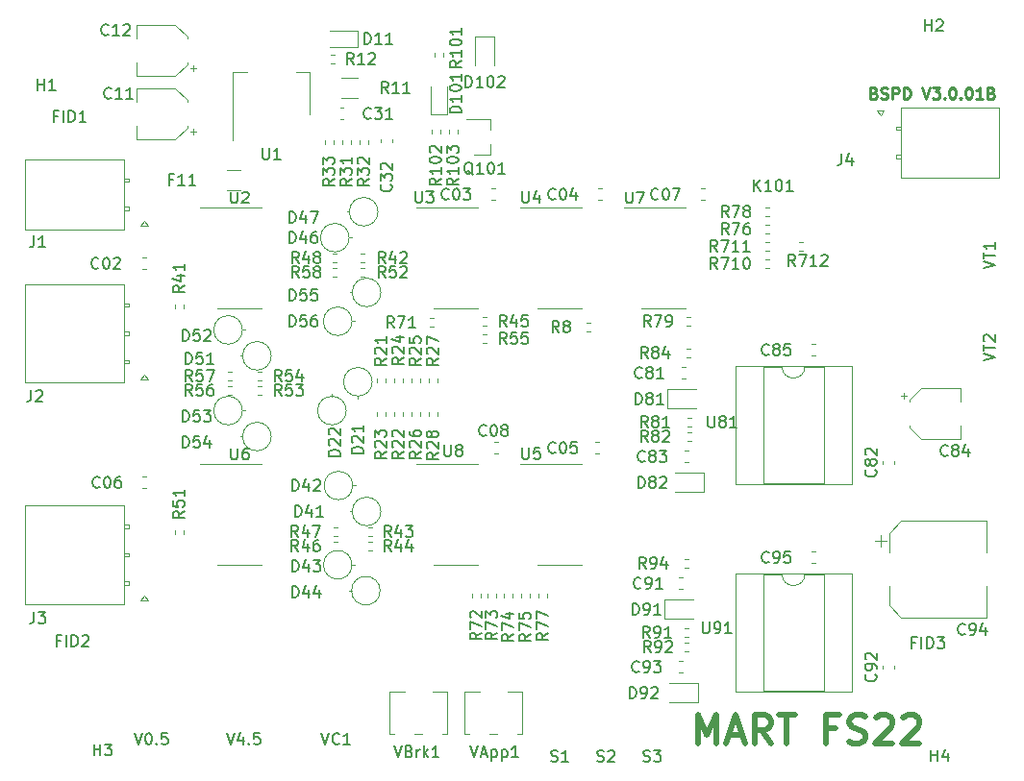
<source format=gbr>
%TF.GenerationSoftware,KiCad,Pcbnew,(5.1.10)-1*%
%TF.CreationDate,2022-04-28T16:13:21+02:00*%
%TF.ProjectId,BSPD-CV_3_0_03RC_B,42535044-2d43-4565-9f33-5f305f303352,rev?*%
%TF.SameCoordinates,Original*%
%TF.FileFunction,Legend,Top*%
%TF.FilePolarity,Positive*%
%FSLAX46Y46*%
G04 Gerber Fmt 4.6, Leading zero omitted, Abs format (unit mm)*
G04 Created by KiCad (PCBNEW (5.1.10)-1) date 2022-04-28 16:13:21*
%MOMM*%
%LPD*%
G01*
G04 APERTURE LIST*
%ADD10C,0.250000*%
%ADD11C,0.500000*%
%ADD12C,0.120000*%
%ADD13C,0.150000*%
%ADD14C,2.000000*%
%ADD15R,1.500000X2.000000*%
%ADD16R,3.800000X2.000000*%
%ADD17O,1.500000X1.500000*%
%ADD18R,1.500000X1.500000*%
%ADD19O,1.600000X1.600000*%
%ADD20R,1.600000X1.600000*%
%ADD21C,1.700000*%
%ADD22O,2.200000X1.700000*%
%ADD23C,4.700000*%
%ADD24R,0.500000X0.500000*%
%ADD25C,1.524000*%
%ADD26R,1.300000X1.600000*%
%ADD27R,2.000000X1.600000*%
%ADD28R,1.300000X3.300000*%
%ADD29R,3.300000X1.300000*%
%ADD30R,0.900000X0.800000*%
%ADD31C,1.500000*%
G04 APERTURE END LIST*
D10*
X224266761Y-101782571D02*
X224409619Y-101830190D01*
X224457238Y-101877809D01*
X224504857Y-101973047D01*
X224504857Y-102115904D01*
X224457238Y-102211142D01*
X224409619Y-102258761D01*
X224314380Y-102306380D01*
X223933428Y-102306380D01*
X223933428Y-101306380D01*
X224266761Y-101306380D01*
X224362000Y-101354000D01*
X224409619Y-101401619D01*
X224457238Y-101496857D01*
X224457238Y-101592095D01*
X224409619Y-101687333D01*
X224362000Y-101734952D01*
X224266761Y-101782571D01*
X223933428Y-101782571D01*
X224885809Y-102258761D02*
X225028666Y-102306380D01*
X225266761Y-102306380D01*
X225362000Y-102258761D01*
X225409619Y-102211142D01*
X225457238Y-102115904D01*
X225457238Y-102020666D01*
X225409619Y-101925428D01*
X225362000Y-101877809D01*
X225266761Y-101830190D01*
X225076285Y-101782571D01*
X224981047Y-101734952D01*
X224933428Y-101687333D01*
X224885809Y-101592095D01*
X224885809Y-101496857D01*
X224933428Y-101401619D01*
X224981047Y-101354000D01*
X225076285Y-101306380D01*
X225314380Y-101306380D01*
X225457238Y-101354000D01*
X225885809Y-102306380D02*
X225885809Y-101306380D01*
X226266761Y-101306380D01*
X226362000Y-101354000D01*
X226409619Y-101401619D01*
X226457238Y-101496857D01*
X226457238Y-101639714D01*
X226409619Y-101734952D01*
X226362000Y-101782571D01*
X226266761Y-101830190D01*
X225885809Y-101830190D01*
X226885809Y-102306380D02*
X226885809Y-101306380D01*
X227123904Y-101306380D01*
X227266761Y-101354000D01*
X227362000Y-101449238D01*
X227409619Y-101544476D01*
X227457238Y-101734952D01*
X227457238Y-101877809D01*
X227409619Y-102068285D01*
X227362000Y-102163523D01*
X227266761Y-102258761D01*
X227123904Y-102306380D01*
X226885809Y-102306380D01*
X228504857Y-101306380D02*
X228838190Y-102306380D01*
X229171523Y-101306380D01*
X229409619Y-101306380D02*
X230028666Y-101306380D01*
X229695333Y-101687333D01*
X229838190Y-101687333D01*
X229933428Y-101734952D01*
X229981047Y-101782571D01*
X230028666Y-101877809D01*
X230028666Y-102115904D01*
X229981047Y-102211142D01*
X229933428Y-102258761D01*
X229838190Y-102306380D01*
X229552476Y-102306380D01*
X229457238Y-102258761D01*
X229409619Y-102211142D01*
X230457238Y-102211142D02*
X230504857Y-102258761D01*
X230457238Y-102306380D01*
X230409619Y-102258761D01*
X230457238Y-102211142D01*
X230457238Y-102306380D01*
X231123904Y-101306380D02*
X231219142Y-101306380D01*
X231314380Y-101354000D01*
X231362000Y-101401619D01*
X231409619Y-101496857D01*
X231457238Y-101687333D01*
X231457238Y-101925428D01*
X231409619Y-102115904D01*
X231362000Y-102211142D01*
X231314380Y-102258761D01*
X231219142Y-102306380D01*
X231123904Y-102306380D01*
X231028666Y-102258761D01*
X230981047Y-102211142D01*
X230933428Y-102115904D01*
X230885809Y-101925428D01*
X230885809Y-101687333D01*
X230933428Y-101496857D01*
X230981047Y-101401619D01*
X231028666Y-101354000D01*
X231123904Y-101306380D01*
X231885809Y-102211142D02*
X231933428Y-102258761D01*
X231885809Y-102306380D01*
X231838190Y-102258761D01*
X231885809Y-102211142D01*
X231885809Y-102306380D01*
X232552476Y-101306380D02*
X232647714Y-101306380D01*
X232742952Y-101354000D01*
X232790571Y-101401619D01*
X232838190Y-101496857D01*
X232885809Y-101687333D01*
X232885809Y-101925428D01*
X232838190Y-102115904D01*
X232790571Y-102211142D01*
X232742952Y-102258761D01*
X232647714Y-102306380D01*
X232552476Y-102306380D01*
X232457238Y-102258761D01*
X232409619Y-102211142D01*
X232362000Y-102115904D01*
X232314380Y-101925428D01*
X232314380Y-101687333D01*
X232362000Y-101496857D01*
X232409619Y-101401619D01*
X232457238Y-101354000D01*
X232552476Y-101306380D01*
X233838190Y-102306380D02*
X233266761Y-102306380D01*
X233552476Y-102306380D02*
X233552476Y-101306380D01*
X233457238Y-101449238D01*
X233362000Y-101544476D01*
X233266761Y-101592095D01*
X234600095Y-101782571D02*
X234742952Y-101830190D01*
X234790571Y-101877809D01*
X234838190Y-101973047D01*
X234838190Y-102115904D01*
X234790571Y-102211142D01*
X234742952Y-102258761D01*
X234647714Y-102306380D01*
X234266761Y-102306380D01*
X234266761Y-101306380D01*
X234600095Y-101306380D01*
X234695333Y-101354000D01*
X234742952Y-101401619D01*
X234790571Y-101496857D01*
X234790571Y-101592095D01*
X234742952Y-101687333D01*
X234695333Y-101734952D01*
X234600095Y-101782571D01*
X234266761Y-101782571D01*
D11*
X208737619Y-159118952D02*
X208737619Y-156618952D01*
X209570952Y-158404666D01*
X210404285Y-156618952D01*
X210404285Y-159118952D01*
X211475714Y-158404666D02*
X212666190Y-158404666D01*
X211237619Y-159118952D02*
X212070952Y-156618952D01*
X212904285Y-159118952D01*
X215166190Y-159118952D02*
X214332857Y-157928476D01*
X213737619Y-159118952D02*
X213737619Y-156618952D01*
X214690000Y-156618952D01*
X214928095Y-156738000D01*
X215047142Y-156857047D01*
X215166190Y-157095142D01*
X215166190Y-157452285D01*
X215047142Y-157690380D01*
X214928095Y-157809428D01*
X214690000Y-157928476D01*
X213737619Y-157928476D01*
X215880476Y-156618952D02*
X217309047Y-156618952D01*
X216594761Y-159118952D02*
X216594761Y-156618952D01*
X220880476Y-157809428D02*
X220047142Y-157809428D01*
X220047142Y-159118952D02*
X220047142Y-156618952D01*
X221237619Y-156618952D01*
X222070952Y-158999904D02*
X222428095Y-159118952D01*
X223023333Y-159118952D01*
X223261428Y-158999904D01*
X223380476Y-158880857D01*
X223499523Y-158642761D01*
X223499523Y-158404666D01*
X223380476Y-158166571D01*
X223261428Y-158047523D01*
X223023333Y-157928476D01*
X222547142Y-157809428D01*
X222309047Y-157690380D01*
X222190000Y-157571333D01*
X222070952Y-157333238D01*
X222070952Y-157095142D01*
X222190000Y-156857047D01*
X222309047Y-156738000D01*
X222547142Y-156618952D01*
X223142380Y-156618952D01*
X223499523Y-156738000D01*
X224451904Y-156857047D02*
X224570952Y-156738000D01*
X224809047Y-156618952D01*
X225404285Y-156618952D01*
X225642380Y-156738000D01*
X225761428Y-156857047D01*
X225880476Y-157095142D01*
X225880476Y-157333238D01*
X225761428Y-157690380D01*
X224332857Y-159118952D01*
X225880476Y-159118952D01*
X226832857Y-156857047D02*
X226951904Y-156738000D01*
X227190000Y-156618952D01*
X227785238Y-156618952D01*
X228023333Y-156738000D01*
X228142380Y-156857047D01*
X228261428Y-157095142D01*
X228261428Y-157333238D01*
X228142380Y-157690380D01*
X226713809Y-159118952D01*
X228261428Y-159118952D01*
D12*
%TO.C,U1*%
X174606000Y-99944000D02*
X173346000Y-99944000D01*
X167786000Y-99944000D02*
X169046000Y-99944000D01*
X174606000Y-103704000D02*
X174606000Y-99944000D01*
X167786000Y-105954000D02*
X167786000Y-99944000D01*
%TO.C,R58*%
X176616379Y-117982000D02*
X176951621Y-117982000D01*
X176616379Y-117222000D02*
X176951621Y-117222000D01*
%TO.C,R48*%
X176616379Y-116712000D02*
X176951621Y-116712000D01*
X176616379Y-115952000D02*
X176951621Y-115952000D01*
%TO.C,D56*%
X178293660Y-121920000D02*
X178528000Y-121920000D01*
X178293660Y-121920000D02*
G75*
G03*
X178293660Y-121920000I-1255660J0D01*
G01*
%TO.C,D55*%
X178322340Y-119380000D02*
X178088000Y-119380000D01*
X180833660Y-119380000D02*
G75*
G03*
X180833660Y-119380000I-1255660J0D01*
G01*
%TO.C,D47*%
X178068340Y-112268000D02*
X177834000Y-112268000D01*
X180579660Y-112268000D02*
G75*
G03*
X180579660Y-112268000I-1255660J0D01*
G01*
%TO.C,D46*%
X178039660Y-114554000D02*
X178274000Y-114554000D01*
X178039660Y-114554000D02*
G75*
G03*
X178039660Y-114554000I-1255660J0D01*
G01*
%TO.C,D22*%
X176530000Y-128538340D02*
X176530000Y-128304000D01*
X177785660Y-129794000D02*
G75*
G03*
X177785660Y-129794000I-1255660J0D01*
G01*
%TO.C,D21*%
X178816000Y-128509660D02*
X178816000Y-128744000D01*
X180071660Y-127254000D02*
G75*
G03*
X180071660Y-127254000I-1255660J0D01*
G01*
%TO.C,C95*%
X219094267Y-142238000D02*
X218801733Y-142238000D01*
X219094267Y-143258000D02*
X218801733Y-143258000D01*
%TO.C,C85*%
X219094267Y-123950000D02*
X218801733Y-123950000D01*
X219094267Y-124970000D02*
X218801733Y-124970000D01*
%TO.C,D54*%
X168670340Y-132080000D02*
X168436000Y-132080000D01*
X171181660Y-132080000D02*
G75*
G03*
X171181660Y-132080000I-1255660J0D01*
G01*
%TO.C,D53*%
X168641660Y-129794000D02*
X168876000Y-129794000D01*
X168641660Y-129794000D02*
G75*
G03*
X168641660Y-129794000I-1255660J0D01*
G01*
%TO.C,D52*%
X168641660Y-122682000D02*
X168876000Y-122682000D01*
X168641660Y-122682000D02*
G75*
G03*
X168641660Y-122682000I-1255660J0D01*
G01*
%TO.C,D51*%
X168670340Y-124968000D02*
X168436000Y-124968000D01*
X171181660Y-124968000D02*
G75*
G03*
X171181660Y-124968000I-1255660J0D01*
G01*
%TO.C,D44*%
X178258840Y-145669000D02*
X178024500Y-145669000D01*
X180770160Y-145669000D02*
G75*
G03*
X180770160Y-145669000I-1255660J0D01*
G01*
%TO.C,D43*%
X178293660Y-143383000D02*
X178528000Y-143383000D01*
X178293660Y-143383000D02*
G75*
G03*
X178293660Y-143383000I-1255660J0D01*
G01*
%TO.C,D42*%
X178357160Y-136398000D02*
X178591500Y-136398000D01*
X178357160Y-136398000D02*
G75*
G03*
X178357160Y-136398000I-1255660J0D01*
G01*
%TO.C,D41*%
X178322340Y-138684000D02*
X178088000Y-138684000D01*
X180833660Y-138684000D02*
G75*
G03*
X180833660Y-138684000I-1255660J0D01*
G01*
%TO.C,R33*%
X176656000Y-106004379D02*
X176656000Y-106339621D01*
X175896000Y-106004379D02*
X175896000Y-106339621D01*
%TO.C,R31*%
X178180000Y-106004379D02*
X178180000Y-106339621D01*
X177420000Y-106004379D02*
X177420000Y-106339621D01*
%TO.C,C32*%
X180846000Y-106164767D02*
X180846000Y-105872233D01*
X181866000Y-106164767D02*
X181866000Y-105872233D01*
%TO.C,C84*%
X231876000Y-132308000D02*
X231876000Y-131108000D01*
X231876000Y-127788000D02*
X231876000Y-128988000D01*
X228420437Y-127788000D02*
X231876000Y-127788000D01*
X228420437Y-132308000D02*
X231876000Y-132308000D01*
X227356000Y-131243563D02*
X227356000Y-131108000D01*
X227356000Y-128852437D02*
X227356000Y-128988000D01*
X227356000Y-128852437D02*
X228420437Y-127788000D01*
X227356000Y-131243563D02*
X228420437Y-132308000D01*
X226616000Y-128488000D02*
X227116000Y-128488000D01*
X226866000Y-128238000D02*
X226866000Y-128738000D01*
%TO.C,U91*%
X222310000Y-144152000D02*
X212030000Y-144152000D01*
X222310000Y-154552000D02*
X222310000Y-144152000D01*
X212030000Y-154552000D02*
X222310000Y-154552000D01*
X212030000Y-144152000D02*
X212030000Y-154552000D01*
X219820000Y-144212000D02*
X218170000Y-144212000D01*
X219820000Y-154492000D02*
X219820000Y-144212000D01*
X214520000Y-154492000D02*
X219820000Y-154492000D01*
X214520000Y-144212000D02*
X214520000Y-154492000D01*
X216170000Y-144212000D02*
X214520000Y-144212000D01*
X218170000Y-144212000D02*
G75*
G02*
X216170000Y-144212000I-1000000J0D01*
G01*
%TO.C,U81*%
X222310000Y-125864000D02*
X212030000Y-125864000D01*
X222310000Y-136264000D02*
X222310000Y-125864000D01*
X212030000Y-136264000D02*
X222310000Y-136264000D01*
X212030000Y-125864000D02*
X212030000Y-136264000D01*
X219820000Y-125924000D02*
X218170000Y-125924000D01*
X219820000Y-136204000D02*
X219820000Y-125924000D01*
X214520000Y-136204000D02*
X219820000Y-136204000D01*
X214520000Y-125924000D02*
X214520000Y-136204000D01*
X216170000Y-125924000D02*
X214520000Y-125924000D01*
X218170000Y-125924000D02*
G75*
G02*
X216170000Y-125924000I-1000000J0D01*
G01*
%TO.C,F11*%
X167291936Y-108564000D02*
X168496064Y-108564000D01*
X167291936Y-110384000D02*
X168496064Y-110384000D01*
%TO.C,J3*%
X158190000Y-146830000D02*
X158190000Y-138170000D01*
X158190000Y-138170000D02*
X149510000Y-138170000D01*
X149510000Y-138170000D02*
X149510000Y-146830000D01*
X149510000Y-146830000D02*
X158190000Y-146830000D01*
X158190000Y-144850000D02*
X158190000Y-145150000D01*
X158190000Y-145150000D02*
X158640000Y-145150000D01*
X158640000Y-145150000D02*
X158640000Y-144850000D01*
X158640000Y-144850000D02*
X158190000Y-144850000D01*
X158190000Y-142350000D02*
X158190000Y-142650000D01*
X158190000Y-142650000D02*
X158640000Y-142650000D01*
X158640000Y-142650000D02*
X158640000Y-142350000D01*
X158640000Y-142350000D02*
X158190000Y-142350000D01*
X158190000Y-139850000D02*
X158190000Y-140150000D01*
X158190000Y-140150000D02*
X158640000Y-140150000D01*
X158640000Y-140150000D02*
X158640000Y-139850000D01*
X158640000Y-139850000D02*
X158190000Y-139850000D01*
X160000000Y-146110000D02*
X159700000Y-146534264D01*
X159700000Y-146534264D02*
X160300000Y-146534264D01*
X160300000Y-146534264D02*
X160000000Y-146110000D01*
%TO.C,J2*%
X158190000Y-127306000D02*
X158190000Y-118646000D01*
X158190000Y-118646000D02*
X149510000Y-118646000D01*
X149510000Y-118646000D02*
X149510000Y-127306000D01*
X149510000Y-127306000D02*
X158190000Y-127306000D01*
X158190000Y-125326000D02*
X158190000Y-125626000D01*
X158190000Y-125626000D02*
X158640000Y-125626000D01*
X158640000Y-125626000D02*
X158640000Y-125326000D01*
X158640000Y-125326000D02*
X158190000Y-125326000D01*
X158190000Y-122826000D02*
X158190000Y-123126000D01*
X158190000Y-123126000D02*
X158640000Y-123126000D01*
X158640000Y-123126000D02*
X158640000Y-122826000D01*
X158640000Y-122826000D02*
X158190000Y-122826000D01*
X158190000Y-120326000D02*
X158190000Y-120626000D01*
X158190000Y-120626000D02*
X158640000Y-120626000D01*
X158640000Y-120626000D02*
X158640000Y-120326000D01*
X158640000Y-120326000D02*
X158190000Y-120326000D01*
X160000000Y-126586000D02*
X159700000Y-127010264D01*
X159700000Y-127010264D02*
X160300000Y-127010264D01*
X160300000Y-127010264D02*
X160000000Y-126586000D01*
%TO.C,J4*%
X226625400Y-103072000D02*
X226625400Y-109232000D01*
X226625400Y-109232000D02*
X235305400Y-109232000D01*
X235305400Y-109232000D02*
X235305400Y-103072000D01*
X235305400Y-103072000D02*
X226625400Y-103072000D01*
X226625400Y-105052000D02*
X226625400Y-104752000D01*
X226625400Y-104752000D02*
X226175400Y-104752000D01*
X226175400Y-104752000D02*
X226175400Y-105052000D01*
X226175400Y-105052000D02*
X226625400Y-105052000D01*
X226625400Y-107552000D02*
X226625400Y-107252000D01*
X226625400Y-107252000D02*
X226175400Y-107252000D01*
X226175400Y-107252000D02*
X226175400Y-107552000D01*
X226175400Y-107552000D02*
X226625400Y-107552000D01*
X224815400Y-103792000D02*
X225115400Y-103367736D01*
X225115400Y-103367736D02*
X224515400Y-103367736D01*
X224515400Y-103367736D02*
X224815400Y-103792000D01*
%TO.C,J1*%
X158190000Y-113830000D02*
X158190000Y-107670000D01*
X158190000Y-107670000D02*
X149510000Y-107670000D01*
X149510000Y-107670000D02*
X149510000Y-113830000D01*
X149510000Y-113830000D02*
X158190000Y-113830000D01*
X158190000Y-111850000D02*
X158190000Y-112150000D01*
X158190000Y-112150000D02*
X158640000Y-112150000D01*
X158640000Y-112150000D02*
X158640000Y-111850000D01*
X158640000Y-111850000D02*
X158190000Y-111850000D01*
X158190000Y-109350000D02*
X158190000Y-109650000D01*
X158190000Y-109650000D02*
X158640000Y-109650000D01*
X158640000Y-109650000D02*
X158640000Y-109350000D01*
X158640000Y-109350000D02*
X158190000Y-109350000D01*
X160000000Y-113110000D02*
X159700000Y-113534264D01*
X159700000Y-113534264D02*
X160300000Y-113534264D01*
X160300000Y-113534264D02*
X160000000Y-113110000D01*
%TO.C,D102*%
X190842000Y-96798000D02*
X190842000Y-99348000D01*
X189142000Y-96798000D02*
X189142000Y-99348000D01*
X190842000Y-96798000D02*
X189142000Y-96798000D01*
%TO.C,U8*%
X187452000Y-143373000D02*
X189402000Y-143373000D01*
X187452000Y-143373000D02*
X185502000Y-143373000D01*
X187452000Y-134503000D02*
X189402000Y-134503000D01*
X187452000Y-134503000D02*
X184002000Y-134503000D01*
%TO.C,U5*%
X196596000Y-143373000D02*
X198546000Y-143373000D01*
X196596000Y-143373000D02*
X194646000Y-143373000D01*
X196596000Y-134503000D02*
X198546000Y-134503000D01*
X196596000Y-134503000D02*
X193146000Y-134503000D01*
%TO.C,U4*%
X196596000Y-120767000D02*
X198546000Y-120767000D01*
X196596000Y-120767000D02*
X194646000Y-120767000D01*
X196596000Y-111897000D02*
X198546000Y-111897000D01*
X196596000Y-111897000D02*
X193146000Y-111897000D01*
%TO.C,U3*%
X187452000Y-120767000D02*
X189402000Y-120767000D01*
X187452000Y-120767000D02*
X185502000Y-120767000D01*
X187452000Y-111897000D02*
X189402000Y-111897000D01*
X187452000Y-111897000D02*
X184002000Y-111897000D01*
%TO.C,U2*%
X168402000Y-120767000D02*
X170352000Y-120767000D01*
X168402000Y-120767000D02*
X166452000Y-120767000D01*
X168402000Y-111897000D02*
X170352000Y-111897000D01*
X168402000Y-111897000D02*
X164952000Y-111897000D01*
%TO.C,VApp1*%
X188614000Y-158334000D02*
X188234000Y-158334000D01*
X193274000Y-158334000D02*
X192894000Y-158334000D01*
X191114000Y-158334000D02*
X190394000Y-158334000D01*
X193274000Y-154594000D02*
X191994000Y-154594000D01*
X189514000Y-154594000D02*
X188234000Y-154594000D01*
X193274000Y-158334000D02*
X193274000Y-154594000D01*
X188234000Y-158334000D02*
X188234000Y-154594000D01*
%TO.C,VBrk1*%
X182010000Y-158334000D02*
X181630000Y-158334000D01*
X186670000Y-158334000D02*
X186290000Y-158334000D01*
X184510000Y-158334000D02*
X183790000Y-158334000D01*
X186670000Y-154594000D02*
X185390000Y-154594000D01*
X182910000Y-154594000D02*
X181630000Y-154594000D01*
X186670000Y-158334000D02*
X186670000Y-154594000D01*
X181630000Y-158334000D02*
X181630000Y-154594000D01*
%TO.C,R54*%
X170347621Y-127126000D02*
X170012379Y-127126000D01*
X170347621Y-126366000D02*
X170012379Y-126366000D01*
%TO.C,R55*%
X189824379Y-123064000D02*
X190159621Y-123064000D01*
X189824379Y-123824000D02*
X190159621Y-123824000D01*
%TO.C,R94*%
X207939621Y-143636000D02*
X207604379Y-143636000D01*
X207939621Y-142876000D02*
X207604379Y-142876000D01*
%TO.C,R53*%
X170347621Y-128396000D02*
X170012379Y-128396000D01*
X170347621Y-127636000D02*
X170012379Y-127636000D01*
%TO.C,R92*%
X207939621Y-151002000D02*
X207604379Y-151002000D01*
X207939621Y-150242000D02*
X207604379Y-150242000D01*
%TO.C,R91*%
X207604379Y-148972000D02*
X207939621Y-148972000D01*
X207604379Y-149732000D02*
X207939621Y-149732000D01*
%TO.C,R51*%
X163448000Y-140383879D02*
X163448000Y-140719121D01*
X162688000Y-140383879D02*
X162688000Y-140719121D01*
%TO.C,R103*%
X186818000Y-105413121D02*
X186818000Y-105077879D01*
X187578000Y-105413121D02*
X187578000Y-105077879D01*
%TO.C,R102*%
X185294000Y-105413121D02*
X185294000Y-105077879D01*
X186054000Y-105413121D02*
X186054000Y-105077879D01*
%TO.C,R84*%
X208104121Y-125094000D02*
X207768879Y-125094000D01*
X208104121Y-124334000D02*
X207768879Y-124334000D01*
%TO.C,R44*%
X180089121Y-142112000D02*
X179753879Y-142112000D01*
X180089121Y-141352000D02*
X179753879Y-141352000D01*
%TO.C,R82*%
X208193621Y-132460000D02*
X207858379Y-132460000D01*
X208193621Y-131700000D02*
X207858379Y-131700000D01*
%TO.C,R81*%
X207858379Y-130430000D02*
X208193621Y-130430000D01*
X207858379Y-131190000D02*
X208193621Y-131190000D01*
%TO.C,R45*%
X189824379Y-121540000D02*
X190159621Y-121540000D01*
X189824379Y-122300000D02*
X190159621Y-122300000D01*
%TO.C,R101*%
X186308000Y-98294879D02*
X186308000Y-98630121D01*
X185548000Y-98294879D02*
X185548000Y-98630121D01*
%TO.C,R43*%
X180089121Y-140842000D02*
X179753879Y-140842000D01*
X180089121Y-140082000D02*
X179753879Y-140082000D01*
%TO.C,R32*%
X179704000Y-106004379D02*
X179704000Y-106339621D01*
X178944000Y-106004379D02*
X178944000Y-106339621D01*
%TO.C,R42*%
X179402121Y-116712000D02*
X179066879Y-116712000D01*
X179402121Y-115952000D02*
X179066879Y-115952000D01*
%TO.C,R41*%
X163448000Y-120482379D02*
X163448000Y-120817621D01*
X162688000Y-120482379D02*
X162688000Y-120817621D01*
%TO.C,R72*%
X188850000Y-146255121D02*
X188850000Y-145919879D01*
X189610000Y-146255121D02*
X189610000Y-145919879D01*
%TO.C,R71*%
X185162879Y-121667000D02*
X185498121Y-121667000D01*
X185162879Y-122427000D02*
X185498121Y-122427000D01*
%TO.C,R76*%
X215051621Y-114172000D02*
X214716379Y-114172000D01*
X215051621Y-113412000D02*
X214716379Y-113412000D01*
%TO.C,R74*%
X191644000Y-146255121D02*
X191644000Y-145919879D01*
X192404000Y-146255121D02*
X192404000Y-145919879D01*
%TO.C,R75*%
X193168000Y-146255121D02*
X193168000Y-145919879D01*
X193928000Y-146255121D02*
X193928000Y-145919879D01*
%TO.C,R78*%
X215051621Y-112648000D02*
X214716379Y-112648000D01*
X215051621Y-111888000D02*
X214716379Y-111888000D01*
%TO.C,R73*%
X190247000Y-146255121D02*
X190247000Y-145919879D01*
X191007000Y-146255121D02*
X191007000Y-145919879D01*
%TO.C,R27*%
X185800000Y-126996879D02*
X185800000Y-127332121D01*
X185040000Y-126996879D02*
X185040000Y-127332121D01*
%TO.C,R25*%
X184276000Y-126996879D02*
X184276000Y-127332121D01*
X183516000Y-126996879D02*
X183516000Y-127332121D01*
%TO.C,R24*%
X181992000Y-127332121D02*
X181992000Y-126996879D01*
X182752000Y-127332121D02*
X182752000Y-126996879D01*
%TO.C,R8*%
X198968379Y-122048000D02*
X199303621Y-122048000D01*
X198968379Y-122808000D02*
X199303621Y-122808000D01*
%TO.C,R22*%
X181992000Y-130305121D02*
X181992000Y-129969879D01*
X182752000Y-130305121D02*
X182752000Y-129969879D01*
%TO.C,R21*%
X181228000Y-126996879D02*
X181228000Y-127332121D01*
X180468000Y-126996879D02*
X180468000Y-127332121D01*
%TO.C,R26*%
X183516000Y-130305121D02*
X183516000Y-129969879D01*
X184276000Y-130305121D02*
X184276000Y-129969879D01*
%TO.C,R12*%
X176787121Y-99186000D02*
X176451879Y-99186000D01*
X176787121Y-98426000D02*
X176451879Y-98426000D01*
%TO.C,R77*%
X194692000Y-146255121D02*
X194692000Y-145919879D01*
X195452000Y-146255121D02*
X195452000Y-145919879D01*
%TO.C,R11*%
X178781064Y-102256000D02*
X177326936Y-102256000D01*
X178781064Y-100436000D02*
X177326936Y-100436000D01*
%TO.C,R23*%
X181228000Y-129969879D02*
X181228000Y-130305121D01*
X180468000Y-129969879D02*
X180468000Y-130305121D01*
%TO.C,Q101*%
X190498000Y-107244000D02*
X190498000Y-106314000D01*
X190498000Y-104084000D02*
X190498000Y-105014000D01*
X190498000Y-104084000D02*
X188338000Y-104084000D01*
X190498000Y-107244000D02*
X189038000Y-107244000D01*
%TO.C,D92*%
X208764000Y-155536000D02*
X208764000Y-153836000D01*
X208764000Y-153836000D02*
X206214000Y-153836000D01*
X208764000Y-155536000D02*
X206214000Y-155536000D01*
%TO.C,D91*%
X205764000Y-146470000D02*
X205764000Y-148170000D01*
X205764000Y-148170000D02*
X208314000Y-148170000D01*
X205764000Y-146470000D02*
X208314000Y-146470000D01*
%TO.C,D82*%
X209272000Y-136994000D02*
X209272000Y-135294000D01*
X209272000Y-135294000D02*
X206722000Y-135294000D01*
X209272000Y-136994000D02*
X206722000Y-136994000D01*
%TO.C,D81*%
X206018000Y-127928000D02*
X206018000Y-129628000D01*
X206018000Y-129628000D02*
X208568000Y-129628000D01*
X206018000Y-127928000D02*
X208568000Y-127928000D01*
%TO.C,D101*%
X185193000Y-101195000D02*
X185193000Y-103655000D01*
X185193000Y-103655000D02*
X186663000Y-103655000D01*
X186663000Y-103655000D02*
X186663000Y-101195000D01*
%TO.C,D11*%
X176379000Y-97763000D02*
X178839000Y-97763000D01*
X178839000Y-97763000D02*
X178839000Y-96293000D01*
X178839000Y-96293000D02*
X176379000Y-96293000D01*
%TO.C,C94*%
X234130000Y-148024000D02*
X234130000Y-145274000D01*
X234130000Y-139504000D02*
X234130000Y-142254000D01*
X226674437Y-139504000D02*
X234130000Y-139504000D01*
X226674437Y-148024000D02*
X234130000Y-148024000D01*
X225610000Y-146959563D02*
X225610000Y-145274000D01*
X225610000Y-140568437D02*
X225610000Y-142254000D01*
X225610000Y-140568437D02*
X226674437Y-139504000D01*
X225610000Y-146959563D02*
X226674437Y-148024000D01*
X224370000Y-141254000D02*
X225370000Y-141254000D01*
X224870000Y-140754000D02*
X224870000Y-141754000D01*
%TO.C,C92*%
X226062000Y-152253733D02*
X226062000Y-152546267D01*
X225042000Y-152253733D02*
X225042000Y-152546267D01*
%TO.C,C93*%
X207410267Y-152910000D02*
X207117733Y-152910000D01*
X207410267Y-151890000D02*
X207117733Y-151890000D01*
%TO.C,C91*%
X207117733Y-144524000D02*
X207410267Y-144524000D01*
X207117733Y-145544000D02*
X207410267Y-145544000D01*
%TO.C,C82*%
X226062000Y-134219733D02*
X226062000Y-134512267D01*
X225042000Y-134219733D02*
X225042000Y-134512267D01*
%TO.C,C83*%
X207918267Y-134368000D02*
X207625733Y-134368000D01*
X207918267Y-133348000D02*
X207625733Y-133348000D01*
%TO.C,C81*%
X207371733Y-125982000D02*
X207664267Y-125982000D01*
X207371733Y-127002000D02*
X207664267Y-127002000D01*
%TO.C,C31*%
X177246233Y-103122000D02*
X177538767Y-103122000D01*
X177246233Y-104142000D02*
X177538767Y-104142000D01*
%TO.C,C12*%
X159284000Y-95784000D02*
X159284000Y-96984000D01*
X159284000Y-100304000D02*
X159284000Y-99104000D01*
X162739563Y-100304000D02*
X159284000Y-100304000D01*
X162739563Y-95784000D02*
X159284000Y-95784000D01*
X163804000Y-96848437D02*
X163804000Y-96984000D01*
X163804000Y-99239563D02*
X163804000Y-99104000D01*
X163804000Y-99239563D02*
X162739563Y-100304000D01*
X163804000Y-96848437D02*
X162739563Y-95784000D01*
X164544000Y-99604000D02*
X164044000Y-99604000D01*
X164294000Y-99854000D02*
X164294000Y-99354000D01*
%TO.C,C11*%
X159284000Y-101372000D02*
X159284000Y-102572000D01*
X159284000Y-105892000D02*
X159284000Y-104692000D01*
X162739563Y-105892000D02*
X159284000Y-105892000D01*
X162739563Y-101372000D02*
X159284000Y-101372000D01*
X163804000Y-102436437D02*
X163804000Y-102572000D01*
X163804000Y-104827563D02*
X163804000Y-104692000D01*
X163804000Y-104827563D02*
X162739563Y-105892000D01*
X163804000Y-102436437D02*
X162739563Y-101372000D01*
X164544000Y-105192000D02*
X164044000Y-105192000D01*
X164294000Y-105442000D02*
X164294000Y-104942000D01*
%TO.C,C02*%
X160166267Y-116330000D02*
X159873733Y-116330000D01*
X160166267Y-117350000D02*
X159873733Y-117350000D01*
%TO.C,C03*%
X190607733Y-110234000D02*
X190900267Y-110234000D01*
X190607733Y-111254000D02*
X190900267Y-111254000D01*
%TO.C,C04*%
X200005733Y-110234000D02*
X200298267Y-110234000D01*
X200005733Y-111254000D02*
X200298267Y-111254000D01*
%TO.C,C05*%
X199751733Y-133606000D02*
X200044267Y-133606000D01*
X199751733Y-132586000D02*
X200044267Y-132586000D01*
%TO.C,C06*%
X160166267Y-136654000D02*
X159873733Y-136654000D01*
X160166267Y-135634000D02*
X159873733Y-135634000D01*
%TO.C,C07*%
X209049233Y-110234000D02*
X209341767Y-110234000D01*
X209049233Y-111254000D02*
X209341767Y-111254000D01*
%TO.C,C08*%
X190861733Y-133606000D02*
X191154267Y-133606000D01*
X190861733Y-132586000D02*
X191154267Y-132586000D01*
%TO.C,R28*%
X185040000Y-129969879D02*
X185040000Y-130305121D01*
X185800000Y-129969879D02*
X185800000Y-130305121D01*
%TO.C,R46*%
X176655079Y-141352000D02*
X176990321Y-141352000D01*
X176655079Y-142112000D02*
X176990321Y-142112000D01*
%TO.C,R47*%
X176655079Y-140842000D02*
X176990321Y-140842000D01*
X176655079Y-140082000D02*
X176990321Y-140082000D01*
%TO.C,R52*%
X179402121Y-117982000D02*
X179066879Y-117982000D01*
X179402121Y-117222000D02*
X179066879Y-117222000D01*
%TO.C,R56*%
X167382879Y-127636000D02*
X167718121Y-127636000D01*
X167382879Y-128396000D02*
X167718121Y-128396000D01*
%TO.C,R57*%
X167382879Y-127126000D02*
X167718121Y-127126000D01*
X167382879Y-126366000D02*
X167718121Y-126366000D01*
%TO.C,R79*%
X208104121Y-121540000D02*
X207768879Y-121540000D01*
X208104121Y-122300000D02*
X207768879Y-122300000D01*
%TO.C,R710*%
X215051621Y-117220000D02*
X214716379Y-117220000D01*
X215051621Y-116460000D02*
X214716379Y-116460000D01*
%TO.C,R711*%
X214716379Y-115696000D02*
X215051621Y-115696000D01*
X214716379Y-114936000D02*
X215051621Y-114936000D01*
%TO.C,R712*%
X218010121Y-115696000D02*
X217674879Y-115696000D01*
X218010121Y-114936000D02*
X217674879Y-114936000D01*
%TO.C,U6*%
X168402000Y-143373000D02*
X170352000Y-143373000D01*
X168402000Y-143373000D02*
X166452000Y-143373000D01*
X168402000Y-134503000D02*
X170352000Y-134503000D01*
X168402000Y-134503000D02*
X164952000Y-134503000D01*
%TO.C,U7*%
X205740000Y-111897000D02*
X202290000Y-111897000D01*
X205740000Y-111897000D02*
X207690000Y-111897000D01*
X205740000Y-120767000D02*
X203790000Y-120767000D01*
X205740000Y-120767000D02*
X207690000Y-120767000D01*
%TO.C,K101*%
D13*
X213701523Y-110434380D02*
X213701523Y-109434380D01*
X214272952Y-110434380D02*
X213844380Y-109862952D01*
X214272952Y-109434380D02*
X213701523Y-110005809D01*
X215225333Y-110434380D02*
X214653904Y-110434380D01*
X214939619Y-110434380D02*
X214939619Y-109434380D01*
X214844380Y-109577238D01*
X214749142Y-109672476D01*
X214653904Y-109720095D01*
X215844380Y-109434380D02*
X215939619Y-109434380D01*
X216034857Y-109482000D01*
X216082476Y-109529619D01*
X216130095Y-109624857D01*
X216177714Y-109815333D01*
X216177714Y-110053428D01*
X216130095Y-110243904D01*
X216082476Y-110339142D01*
X216034857Y-110386761D01*
X215939619Y-110434380D01*
X215844380Y-110434380D01*
X215749142Y-110386761D01*
X215701523Y-110339142D01*
X215653904Y-110243904D01*
X215606285Y-110053428D01*
X215606285Y-109815333D01*
X215653904Y-109624857D01*
X215701523Y-109529619D01*
X215749142Y-109482000D01*
X215844380Y-109434380D01*
X217130095Y-110434380D02*
X216558666Y-110434380D01*
X216844380Y-110434380D02*
X216844380Y-109434380D01*
X216749142Y-109577238D01*
X216653904Y-109672476D01*
X216558666Y-109720095D01*
%TO.C,U1*%
X170434095Y-106640380D02*
X170434095Y-107449904D01*
X170481714Y-107545142D01*
X170529333Y-107592761D01*
X170624571Y-107640380D01*
X170815047Y-107640380D01*
X170910285Y-107592761D01*
X170957904Y-107545142D01*
X171005523Y-107449904D01*
X171005523Y-106640380D01*
X172005523Y-107640380D02*
X171434095Y-107640380D01*
X171719809Y-107640380D02*
X171719809Y-106640380D01*
X171624571Y-106783238D01*
X171529333Y-106878476D01*
X171434095Y-106926095D01*
%TO.C,R58*%
X173601142Y-118054380D02*
X173267809Y-117578190D01*
X173029714Y-118054380D02*
X173029714Y-117054380D01*
X173410666Y-117054380D01*
X173505904Y-117102000D01*
X173553523Y-117149619D01*
X173601142Y-117244857D01*
X173601142Y-117387714D01*
X173553523Y-117482952D01*
X173505904Y-117530571D01*
X173410666Y-117578190D01*
X173029714Y-117578190D01*
X174505904Y-117054380D02*
X174029714Y-117054380D01*
X173982095Y-117530571D01*
X174029714Y-117482952D01*
X174124952Y-117435333D01*
X174363047Y-117435333D01*
X174458285Y-117482952D01*
X174505904Y-117530571D01*
X174553523Y-117625809D01*
X174553523Y-117863904D01*
X174505904Y-117959142D01*
X174458285Y-118006761D01*
X174363047Y-118054380D01*
X174124952Y-118054380D01*
X174029714Y-118006761D01*
X173982095Y-117959142D01*
X175124952Y-117482952D02*
X175029714Y-117435333D01*
X174982095Y-117387714D01*
X174934476Y-117292476D01*
X174934476Y-117244857D01*
X174982095Y-117149619D01*
X175029714Y-117102000D01*
X175124952Y-117054380D01*
X175315428Y-117054380D01*
X175410666Y-117102000D01*
X175458285Y-117149619D01*
X175505904Y-117244857D01*
X175505904Y-117292476D01*
X175458285Y-117387714D01*
X175410666Y-117435333D01*
X175315428Y-117482952D01*
X175124952Y-117482952D01*
X175029714Y-117530571D01*
X174982095Y-117578190D01*
X174934476Y-117673428D01*
X174934476Y-117863904D01*
X174982095Y-117959142D01*
X175029714Y-118006761D01*
X175124952Y-118054380D01*
X175315428Y-118054380D01*
X175410666Y-118006761D01*
X175458285Y-117959142D01*
X175505904Y-117863904D01*
X175505904Y-117673428D01*
X175458285Y-117578190D01*
X175410666Y-117530571D01*
X175315428Y-117482952D01*
%TO.C,R48*%
X173601142Y-116784380D02*
X173267809Y-116308190D01*
X173029714Y-116784380D02*
X173029714Y-115784380D01*
X173410666Y-115784380D01*
X173505904Y-115832000D01*
X173553523Y-115879619D01*
X173601142Y-115974857D01*
X173601142Y-116117714D01*
X173553523Y-116212952D01*
X173505904Y-116260571D01*
X173410666Y-116308190D01*
X173029714Y-116308190D01*
X174458285Y-116117714D02*
X174458285Y-116784380D01*
X174220190Y-115736761D02*
X173982095Y-116451047D01*
X174601142Y-116451047D01*
X175124952Y-116212952D02*
X175029714Y-116165333D01*
X174982095Y-116117714D01*
X174934476Y-116022476D01*
X174934476Y-115974857D01*
X174982095Y-115879619D01*
X175029714Y-115832000D01*
X175124952Y-115784380D01*
X175315428Y-115784380D01*
X175410666Y-115832000D01*
X175458285Y-115879619D01*
X175505904Y-115974857D01*
X175505904Y-116022476D01*
X175458285Y-116117714D01*
X175410666Y-116165333D01*
X175315428Y-116212952D01*
X175124952Y-116212952D01*
X175029714Y-116260571D01*
X174982095Y-116308190D01*
X174934476Y-116403428D01*
X174934476Y-116593904D01*
X174982095Y-116689142D01*
X175029714Y-116736761D01*
X175124952Y-116784380D01*
X175315428Y-116784380D01*
X175410666Y-116736761D01*
X175458285Y-116689142D01*
X175505904Y-116593904D01*
X175505904Y-116403428D01*
X175458285Y-116308190D01*
X175410666Y-116260571D01*
X175315428Y-116212952D01*
%TO.C,D56*%
X172775714Y-122372380D02*
X172775714Y-121372380D01*
X173013809Y-121372380D01*
X173156666Y-121420000D01*
X173251904Y-121515238D01*
X173299523Y-121610476D01*
X173347142Y-121800952D01*
X173347142Y-121943809D01*
X173299523Y-122134285D01*
X173251904Y-122229523D01*
X173156666Y-122324761D01*
X173013809Y-122372380D01*
X172775714Y-122372380D01*
X174251904Y-121372380D02*
X173775714Y-121372380D01*
X173728095Y-121848571D01*
X173775714Y-121800952D01*
X173870952Y-121753333D01*
X174109047Y-121753333D01*
X174204285Y-121800952D01*
X174251904Y-121848571D01*
X174299523Y-121943809D01*
X174299523Y-122181904D01*
X174251904Y-122277142D01*
X174204285Y-122324761D01*
X174109047Y-122372380D01*
X173870952Y-122372380D01*
X173775714Y-122324761D01*
X173728095Y-122277142D01*
X175156666Y-121372380D02*
X174966190Y-121372380D01*
X174870952Y-121420000D01*
X174823333Y-121467619D01*
X174728095Y-121610476D01*
X174680476Y-121800952D01*
X174680476Y-122181904D01*
X174728095Y-122277142D01*
X174775714Y-122324761D01*
X174870952Y-122372380D01*
X175061428Y-122372380D01*
X175156666Y-122324761D01*
X175204285Y-122277142D01*
X175251904Y-122181904D01*
X175251904Y-121943809D01*
X175204285Y-121848571D01*
X175156666Y-121800952D01*
X175061428Y-121753333D01*
X174870952Y-121753333D01*
X174775714Y-121800952D01*
X174728095Y-121848571D01*
X174680476Y-121943809D01*
%TO.C,D55*%
X172775714Y-120086380D02*
X172775714Y-119086380D01*
X173013809Y-119086380D01*
X173156666Y-119134000D01*
X173251904Y-119229238D01*
X173299523Y-119324476D01*
X173347142Y-119514952D01*
X173347142Y-119657809D01*
X173299523Y-119848285D01*
X173251904Y-119943523D01*
X173156666Y-120038761D01*
X173013809Y-120086380D01*
X172775714Y-120086380D01*
X174251904Y-119086380D02*
X173775714Y-119086380D01*
X173728095Y-119562571D01*
X173775714Y-119514952D01*
X173870952Y-119467333D01*
X174109047Y-119467333D01*
X174204285Y-119514952D01*
X174251904Y-119562571D01*
X174299523Y-119657809D01*
X174299523Y-119895904D01*
X174251904Y-119991142D01*
X174204285Y-120038761D01*
X174109047Y-120086380D01*
X173870952Y-120086380D01*
X173775714Y-120038761D01*
X173728095Y-119991142D01*
X175204285Y-119086380D02*
X174728095Y-119086380D01*
X174680476Y-119562571D01*
X174728095Y-119514952D01*
X174823333Y-119467333D01*
X175061428Y-119467333D01*
X175156666Y-119514952D01*
X175204285Y-119562571D01*
X175251904Y-119657809D01*
X175251904Y-119895904D01*
X175204285Y-119991142D01*
X175156666Y-120038761D01*
X175061428Y-120086380D01*
X174823333Y-120086380D01*
X174728095Y-120038761D01*
X174680476Y-119991142D01*
%TO.C,D47*%
X172775714Y-113228380D02*
X172775714Y-112228380D01*
X173013809Y-112228380D01*
X173156666Y-112276000D01*
X173251904Y-112371238D01*
X173299523Y-112466476D01*
X173347142Y-112656952D01*
X173347142Y-112799809D01*
X173299523Y-112990285D01*
X173251904Y-113085523D01*
X173156666Y-113180761D01*
X173013809Y-113228380D01*
X172775714Y-113228380D01*
X174204285Y-112561714D02*
X174204285Y-113228380D01*
X173966190Y-112180761D02*
X173728095Y-112895047D01*
X174347142Y-112895047D01*
X174632857Y-112228380D02*
X175299523Y-112228380D01*
X174870952Y-113228380D01*
%TO.C,D46*%
X172775714Y-115006380D02*
X172775714Y-114006380D01*
X173013809Y-114006380D01*
X173156666Y-114054000D01*
X173251904Y-114149238D01*
X173299523Y-114244476D01*
X173347142Y-114434952D01*
X173347142Y-114577809D01*
X173299523Y-114768285D01*
X173251904Y-114863523D01*
X173156666Y-114958761D01*
X173013809Y-115006380D01*
X172775714Y-115006380D01*
X174204285Y-114339714D02*
X174204285Y-115006380D01*
X173966190Y-113958761D02*
X173728095Y-114673047D01*
X174347142Y-114673047D01*
X175156666Y-114006380D02*
X174966190Y-114006380D01*
X174870952Y-114054000D01*
X174823333Y-114101619D01*
X174728095Y-114244476D01*
X174680476Y-114434952D01*
X174680476Y-114815904D01*
X174728095Y-114911142D01*
X174775714Y-114958761D01*
X174870952Y-115006380D01*
X175061428Y-115006380D01*
X175156666Y-114958761D01*
X175204285Y-114911142D01*
X175251904Y-114815904D01*
X175251904Y-114577809D01*
X175204285Y-114482571D01*
X175156666Y-114434952D01*
X175061428Y-114387333D01*
X174870952Y-114387333D01*
X174775714Y-114434952D01*
X174728095Y-114482571D01*
X174680476Y-114577809D01*
%TO.C,D22*%
X177236380Y-133802285D02*
X176236380Y-133802285D01*
X176236380Y-133564190D01*
X176284000Y-133421333D01*
X176379238Y-133326095D01*
X176474476Y-133278476D01*
X176664952Y-133230857D01*
X176807809Y-133230857D01*
X176998285Y-133278476D01*
X177093523Y-133326095D01*
X177188761Y-133421333D01*
X177236380Y-133564190D01*
X177236380Y-133802285D01*
X176331619Y-132849904D02*
X176284000Y-132802285D01*
X176236380Y-132707047D01*
X176236380Y-132468952D01*
X176284000Y-132373714D01*
X176331619Y-132326095D01*
X176426857Y-132278476D01*
X176522095Y-132278476D01*
X176664952Y-132326095D01*
X177236380Y-132897523D01*
X177236380Y-132278476D01*
X176331619Y-131897523D02*
X176284000Y-131849904D01*
X176236380Y-131754666D01*
X176236380Y-131516571D01*
X176284000Y-131421333D01*
X176331619Y-131373714D01*
X176426857Y-131326095D01*
X176522095Y-131326095D01*
X176664952Y-131373714D01*
X177236380Y-131945142D01*
X177236380Y-131326095D01*
%TO.C,D21*%
X179268380Y-133548285D02*
X178268380Y-133548285D01*
X178268380Y-133310190D01*
X178316000Y-133167333D01*
X178411238Y-133072095D01*
X178506476Y-133024476D01*
X178696952Y-132976857D01*
X178839809Y-132976857D01*
X179030285Y-133024476D01*
X179125523Y-133072095D01*
X179220761Y-133167333D01*
X179268380Y-133310190D01*
X179268380Y-133548285D01*
X178363619Y-132595904D02*
X178316000Y-132548285D01*
X178268380Y-132453047D01*
X178268380Y-132214952D01*
X178316000Y-132119714D01*
X178363619Y-132072095D01*
X178458857Y-132024476D01*
X178554095Y-132024476D01*
X178696952Y-132072095D01*
X179268380Y-132643523D01*
X179268380Y-132024476D01*
X179268380Y-131072095D02*
X179268380Y-131643523D01*
X179268380Y-131357809D02*
X178268380Y-131357809D01*
X178411238Y-131453047D01*
X178506476Y-131548285D01*
X178554095Y-131643523D01*
%TO.C,C95*%
X215003142Y-143105142D02*
X214955523Y-143152761D01*
X214812666Y-143200380D01*
X214717428Y-143200380D01*
X214574571Y-143152761D01*
X214479333Y-143057523D01*
X214431714Y-142962285D01*
X214384095Y-142771809D01*
X214384095Y-142628952D01*
X214431714Y-142438476D01*
X214479333Y-142343238D01*
X214574571Y-142248000D01*
X214717428Y-142200380D01*
X214812666Y-142200380D01*
X214955523Y-142248000D01*
X215003142Y-142295619D01*
X215479333Y-143200380D02*
X215669809Y-143200380D01*
X215765047Y-143152761D01*
X215812666Y-143105142D01*
X215907904Y-142962285D01*
X215955523Y-142771809D01*
X215955523Y-142390857D01*
X215907904Y-142295619D01*
X215860285Y-142248000D01*
X215765047Y-142200380D01*
X215574571Y-142200380D01*
X215479333Y-142248000D01*
X215431714Y-142295619D01*
X215384095Y-142390857D01*
X215384095Y-142628952D01*
X215431714Y-142724190D01*
X215479333Y-142771809D01*
X215574571Y-142819428D01*
X215765047Y-142819428D01*
X215860285Y-142771809D01*
X215907904Y-142724190D01*
X215955523Y-142628952D01*
X216860285Y-142200380D02*
X216384095Y-142200380D01*
X216336476Y-142676571D01*
X216384095Y-142628952D01*
X216479333Y-142581333D01*
X216717428Y-142581333D01*
X216812666Y-142628952D01*
X216860285Y-142676571D01*
X216907904Y-142771809D01*
X216907904Y-143009904D01*
X216860285Y-143105142D01*
X216812666Y-143152761D01*
X216717428Y-143200380D01*
X216479333Y-143200380D01*
X216384095Y-143152761D01*
X216336476Y-143105142D01*
%TO.C,C85*%
X215003142Y-124817142D02*
X214955523Y-124864761D01*
X214812666Y-124912380D01*
X214717428Y-124912380D01*
X214574571Y-124864761D01*
X214479333Y-124769523D01*
X214431714Y-124674285D01*
X214384095Y-124483809D01*
X214384095Y-124340952D01*
X214431714Y-124150476D01*
X214479333Y-124055238D01*
X214574571Y-123960000D01*
X214717428Y-123912380D01*
X214812666Y-123912380D01*
X214955523Y-123960000D01*
X215003142Y-124007619D01*
X215574571Y-124340952D02*
X215479333Y-124293333D01*
X215431714Y-124245714D01*
X215384095Y-124150476D01*
X215384095Y-124102857D01*
X215431714Y-124007619D01*
X215479333Y-123960000D01*
X215574571Y-123912380D01*
X215765047Y-123912380D01*
X215860285Y-123960000D01*
X215907904Y-124007619D01*
X215955523Y-124102857D01*
X215955523Y-124150476D01*
X215907904Y-124245714D01*
X215860285Y-124293333D01*
X215765047Y-124340952D01*
X215574571Y-124340952D01*
X215479333Y-124388571D01*
X215431714Y-124436190D01*
X215384095Y-124531428D01*
X215384095Y-124721904D01*
X215431714Y-124817142D01*
X215479333Y-124864761D01*
X215574571Y-124912380D01*
X215765047Y-124912380D01*
X215860285Y-124864761D01*
X215907904Y-124817142D01*
X215955523Y-124721904D01*
X215955523Y-124531428D01*
X215907904Y-124436190D01*
X215860285Y-124388571D01*
X215765047Y-124340952D01*
X216860285Y-123912380D02*
X216384095Y-123912380D01*
X216336476Y-124388571D01*
X216384095Y-124340952D01*
X216479333Y-124293333D01*
X216717428Y-124293333D01*
X216812666Y-124340952D01*
X216860285Y-124388571D01*
X216907904Y-124483809D01*
X216907904Y-124721904D01*
X216860285Y-124817142D01*
X216812666Y-124864761D01*
X216717428Y-124912380D01*
X216479333Y-124912380D01*
X216384095Y-124864761D01*
X216336476Y-124817142D01*
%TO.C,D54*%
X163377714Y-133040380D02*
X163377714Y-132040380D01*
X163615809Y-132040380D01*
X163758666Y-132088000D01*
X163853904Y-132183238D01*
X163901523Y-132278476D01*
X163949142Y-132468952D01*
X163949142Y-132611809D01*
X163901523Y-132802285D01*
X163853904Y-132897523D01*
X163758666Y-132992761D01*
X163615809Y-133040380D01*
X163377714Y-133040380D01*
X164853904Y-132040380D02*
X164377714Y-132040380D01*
X164330095Y-132516571D01*
X164377714Y-132468952D01*
X164472952Y-132421333D01*
X164711047Y-132421333D01*
X164806285Y-132468952D01*
X164853904Y-132516571D01*
X164901523Y-132611809D01*
X164901523Y-132849904D01*
X164853904Y-132945142D01*
X164806285Y-132992761D01*
X164711047Y-133040380D01*
X164472952Y-133040380D01*
X164377714Y-132992761D01*
X164330095Y-132945142D01*
X165758666Y-132373714D02*
X165758666Y-133040380D01*
X165520571Y-131992761D02*
X165282476Y-132707047D01*
X165901523Y-132707047D01*
%TO.C,D53*%
X163377714Y-130754380D02*
X163377714Y-129754380D01*
X163615809Y-129754380D01*
X163758666Y-129802000D01*
X163853904Y-129897238D01*
X163901523Y-129992476D01*
X163949142Y-130182952D01*
X163949142Y-130325809D01*
X163901523Y-130516285D01*
X163853904Y-130611523D01*
X163758666Y-130706761D01*
X163615809Y-130754380D01*
X163377714Y-130754380D01*
X164853904Y-129754380D02*
X164377714Y-129754380D01*
X164330095Y-130230571D01*
X164377714Y-130182952D01*
X164472952Y-130135333D01*
X164711047Y-130135333D01*
X164806285Y-130182952D01*
X164853904Y-130230571D01*
X164901523Y-130325809D01*
X164901523Y-130563904D01*
X164853904Y-130659142D01*
X164806285Y-130706761D01*
X164711047Y-130754380D01*
X164472952Y-130754380D01*
X164377714Y-130706761D01*
X164330095Y-130659142D01*
X165234857Y-129754380D02*
X165853904Y-129754380D01*
X165520571Y-130135333D01*
X165663428Y-130135333D01*
X165758666Y-130182952D01*
X165806285Y-130230571D01*
X165853904Y-130325809D01*
X165853904Y-130563904D01*
X165806285Y-130659142D01*
X165758666Y-130706761D01*
X165663428Y-130754380D01*
X165377714Y-130754380D01*
X165282476Y-130706761D01*
X165234857Y-130659142D01*
%TO.C,D52*%
X163377714Y-123642380D02*
X163377714Y-122642380D01*
X163615809Y-122642380D01*
X163758666Y-122690000D01*
X163853904Y-122785238D01*
X163901523Y-122880476D01*
X163949142Y-123070952D01*
X163949142Y-123213809D01*
X163901523Y-123404285D01*
X163853904Y-123499523D01*
X163758666Y-123594761D01*
X163615809Y-123642380D01*
X163377714Y-123642380D01*
X164853904Y-122642380D02*
X164377714Y-122642380D01*
X164330095Y-123118571D01*
X164377714Y-123070952D01*
X164472952Y-123023333D01*
X164711047Y-123023333D01*
X164806285Y-123070952D01*
X164853904Y-123118571D01*
X164901523Y-123213809D01*
X164901523Y-123451904D01*
X164853904Y-123547142D01*
X164806285Y-123594761D01*
X164711047Y-123642380D01*
X164472952Y-123642380D01*
X164377714Y-123594761D01*
X164330095Y-123547142D01*
X165282476Y-122737619D02*
X165330095Y-122690000D01*
X165425333Y-122642380D01*
X165663428Y-122642380D01*
X165758666Y-122690000D01*
X165806285Y-122737619D01*
X165853904Y-122832857D01*
X165853904Y-122928095D01*
X165806285Y-123070952D01*
X165234857Y-123642380D01*
X165853904Y-123642380D01*
%TO.C,D51*%
X163631714Y-125674380D02*
X163631714Y-124674380D01*
X163869809Y-124674380D01*
X164012666Y-124722000D01*
X164107904Y-124817238D01*
X164155523Y-124912476D01*
X164203142Y-125102952D01*
X164203142Y-125245809D01*
X164155523Y-125436285D01*
X164107904Y-125531523D01*
X164012666Y-125626761D01*
X163869809Y-125674380D01*
X163631714Y-125674380D01*
X165107904Y-124674380D02*
X164631714Y-124674380D01*
X164584095Y-125150571D01*
X164631714Y-125102952D01*
X164726952Y-125055333D01*
X164965047Y-125055333D01*
X165060285Y-125102952D01*
X165107904Y-125150571D01*
X165155523Y-125245809D01*
X165155523Y-125483904D01*
X165107904Y-125579142D01*
X165060285Y-125626761D01*
X164965047Y-125674380D01*
X164726952Y-125674380D01*
X164631714Y-125626761D01*
X164584095Y-125579142D01*
X166107904Y-125674380D02*
X165536476Y-125674380D01*
X165822190Y-125674380D02*
X165822190Y-124674380D01*
X165726952Y-124817238D01*
X165631714Y-124912476D01*
X165536476Y-124960095D01*
%TO.C,D44*%
X173029714Y-146248380D02*
X173029714Y-145248380D01*
X173267809Y-145248380D01*
X173410666Y-145296000D01*
X173505904Y-145391238D01*
X173553523Y-145486476D01*
X173601142Y-145676952D01*
X173601142Y-145819809D01*
X173553523Y-146010285D01*
X173505904Y-146105523D01*
X173410666Y-146200761D01*
X173267809Y-146248380D01*
X173029714Y-146248380D01*
X174458285Y-145581714D02*
X174458285Y-146248380D01*
X174220190Y-145200761D02*
X173982095Y-145915047D01*
X174601142Y-145915047D01*
X175410666Y-145581714D02*
X175410666Y-146248380D01*
X175172571Y-145200761D02*
X174934476Y-145915047D01*
X175553523Y-145915047D01*
%TO.C,D43*%
X173029714Y-143962380D02*
X173029714Y-142962380D01*
X173267809Y-142962380D01*
X173410666Y-143010000D01*
X173505904Y-143105238D01*
X173553523Y-143200476D01*
X173601142Y-143390952D01*
X173601142Y-143533809D01*
X173553523Y-143724285D01*
X173505904Y-143819523D01*
X173410666Y-143914761D01*
X173267809Y-143962380D01*
X173029714Y-143962380D01*
X174458285Y-143295714D02*
X174458285Y-143962380D01*
X174220190Y-142914761D02*
X173982095Y-143629047D01*
X174601142Y-143629047D01*
X174886857Y-142962380D02*
X175505904Y-142962380D01*
X175172571Y-143343333D01*
X175315428Y-143343333D01*
X175410666Y-143390952D01*
X175458285Y-143438571D01*
X175505904Y-143533809D01*
X175505904Y-143771904D01*
X175458285Y-143867142D01*
X175410666Y-143914761D01*
X175315428Y-143962380D01*
X175029714Y-143962380D01*
X174934476Y-143914761D01*
X174886857Y-143867142D01*
%TO.C,D42*%
X173029714Y-136850380D02*
X173029714Y-135850380D01*
X173267809Y-135850380D01*
X173410666Y-135898000D01*
X173505904Y-135993238D01*
X173553523Y-136088476D01*
X173601142Y-136278952D01*
X173601142Y-136421809D01*
X173553523Y-136612285D01*
X173505904Y-136707523D01*
X173410666Y-136802761D01*
X173267809Y-136850380D01*
X173029714Y-136850380D01*
X174458285Y-136183714D02*
X174458285Y-136850380D01*
X174220190Y-135802761D02*
X173982095Y-136517047D01*
X174601142Y-136517047D01*
X174934476Y-135945619D02*
X174982095Y-135898000D01*
X175077333Y-135850380D01*
X175315428Y-135850380D01*
X175410666Y-135898000D01*
X175458285Y-135945619D01*
X175505904Y-136040857D01*
X175505904Y-136136095D01*
X175458285Y-136278952D01*
X174886857Y-136850380D01*
X175505904Y-136850380D01*
%TO.C,D41*%
X173283714Y-139136380D02*
X173283714Y-138136380D01*
X173521809Y-138136380D01*
X173664666Y-138184000D01*
X173759904Y-138279238D01*
X173807523Y-138374476D01*
X173855142Y-138564952D01*
X173855142Y-138707809D01*
X173807523Y-138898285D01*
X173759904Y-138993523D01*
X173664666Y-139088761D01*
X173521809Y-139136380D01*
X173283714Y-139136380D01*
X174712285Y-138469714D02*
X174712285Y-139136380D01*
X174474190Y-138088761D02*
X174236095Y-138803047D01*
X174855142Y-138803047D01*
X175759904Y-139136380D02*
X175188476Y-139136380D01*
X175474190Y-139136380D02*
X175474190Y-138136380D01*
X175378952Y-138279238D01*
X175283714Y-138374476D01*
X175188476Y-138422095D01*
%TO.C,R33*%
X176728380Y-109354857D02*
X176252190Y-109688190D01*
X176728380Y-109926285D02*
X175728380Y-109926285D01*
X175728380Y-109545333D01*
X175776000Y-109450095D01*
X175823619Y-109402476D01*
X175918857Y-109354857D01*
X176061714Y-109354857D01*
X176156952Y-109402476D01*
X176204571Y-109450095D01*
X176252190Y-109545333D01*
X176252190Y-109926285D01*
X175728380Y-109021523D02*
X175728380Y-108402476D01*
X176109333Y-108735809D01*
X176109333Y-108592952D01*
X176156952Y-108497714D01*
X176204571Y-108450095D01*
X176299809Y-108402476D01*
X176537904Y-108402476D01*
X176633142Y-108450095D01*
X176680761Y-108497714D01*
X176728380Y-108592952D01*
X176728380Y-108878666D01*
X176680761Y-108973904D01*
X176633142Y-109021523D01*
X175728380Y-108069142D02*
X175728380Y-107450095D01*
X176109333Y-107783428D01*
X176109333Y-107640571D01*
X176156952Y-107545333D01*
X176204571Y-107497714D01*
X176299809Y-107450095D01*
X176537904Y-107450095D01*
X176633142Y-107497714D01*
X176680761Y-107545333D01*
X176728380Y-107640571D01*
X176728380Y-107926285D01*
X176680761Y-108021523D01*
X176633142Y-108069142D01*
%TO.C,R31*%
X178252380Y-109354857D02*
X177776190Y-109688190D01*
X178252380Y-109926285D02*
X177252380Y-109926285D01*
X177252380Y-109545333D01*
X177300000Y-109450095D01*
X177347619Y-109402476D01*
X177442857Y-109354857D01*
X177585714Y-109354857D01*
X177680952Y-109402476D01*
X177728571Y-109450095D01*
X177776190Y-109545333D01*
X177776190Y-109926285D01*
X177252380Y-109021523D02*
X177252380Y-108402476D01*
X177633333Y-108735809D01*
X177633333Y-108592952D01*
X177680952Y-108497714D01*
X177728571Y-108450095D01*
X177823809Y-108402476D01*
X178061904Y-108402476D01*
X178157142Y-108450095D01*
X178204761Y-108497714D01*
X178252380Y-108592952D01*
X178252380Y-108878666D01*
X178204761Y-108973904D01*
X178157142Y-109021523D01*
X178252380Y-107450095D02*
X178252380Y-108021523D01*
X178252380Y-107735809D02*
X177252380Y-107735809D01*
X177395238Y-107831047D01*
X177490476Y-107926285D01*
X177538095Y-108021523D01*
%TO.C,C32*%
X181713142Y-109862857D02*
X181760761Y-109910476D01*
X181808380Y-110053333D01*
X181808380Y-110148571D01*
X181760761Y-110291428D01*
X181665523Y-110386666D01*
X181570285Y-110434285D01*
X181379809Y-110481904D01*
X181236952Y-110481904D01*
X181046476Y-110434285D01*
X180951238Y-110386666D01*
X180856000Y-110291428D01*
X180808380Y-110148571D01*
X180808380Y-110053333D01*
X180856000Y-109910476D01*
X180903619Y-109862857D01*
X180808380Y-109529523D02*
X180808380Y-108910476D01*
X181189333Y-109243809D01*
X181189333Y-109100952D01*
X181236952Y-109005714D01*
X181284571Y-108958095D01*
X181379809Y-108910476D01*
X181617904Y-108910476D01*
X181713142Y-108958095D01*
X181760761Y-109005714D01*
X181808380Y-109100952D01*
X181808380Y-109386666D01*
X181760761Y-109481904D01*
X181713142Y-109529523D01*
X180903619Y-108529523D02*
X180856000Y-108481904D01*
X180808380Y-108386666D01*
X180808380Y-108148571D01*
X180856000Y-108053333D01*
X180903619Y-108005714D01*
X180998857Y-107958095D01*
X181094095Y-107958095D01*
X181236952Y-108005714D01*
X181808380Y-108577142D01*
X181808380Y-107958095D01*
%TO.C,C84*%
X230751142Y-133707142D02*
X230703523Y-133754761D01*
X230560666Y-133802380D01*
X230465428Y-133802380D01*
X230322571Y-133754761D01*
X230227333Y-133659523D01*
X230179714Y-133564285D01*
X230132095Y-133373809D01*
X230132095Y-133230952D01*
X230179714Y-133040476D01*
X230227333Y-132945238D01*
X230322571Y-132850000D01*
X230465428Y-132802380D01*
X230560666Y-132802380D01*
X230703523Y-132850000D01*
X230751142Y-132897619D01*
X231322571Y-133230952D02*
X231227333Y-133183333D01*
X231179714Y-133135714D01*
X231132095Y-133040476D01*
X231132095Y-132992857D01*
X231179714Y-132897619D01*
X231227333Y-132850000D01*
X231322571Y-132802380D01*
X231513047Y-132802380D01*
X231608285Y-132850000D01*
X231655904Y-132897619D01*
X231703523Y-132992857D01*
X231703523Y-133040476D01*
X231655904Y-133135714D01*
X231608285Y-133183333D01*
X231513047Y-133230952D01*
X231322571Y-133230952D01*
X231227333Y-133278571D01*
X231179714Y-133326190D01*
X231132095Y-133421428D01*
X231132095Y-133611904D01*
X231179714Y-133707142D01*
X231227333Y-133754761D01*
X231322571Y-133802380D01*
X231513047Y-133802380D01*
X231608285Y-133754761D01*
X231655904Y-133707142D01*
X231703523Y-133611904D01*
X231703523Y-133421428D01*
X231655904Y-133326190D01*
X231608285Y-133278571D01*
X231513047Y-133230952D01*
X232560666Y-133135714D02*
X232560666Y-133802380D01*
X232322571Y-132754761D02*
X232084476Y-133469047D01*
X232703523Y-133469047D01*
%TO.C,U91*%
X209175504Y-148423380D02*
X209175504Y-149232904D01*
X209223123Y-149328142D01*
X209270742Y-149375761D01*
X209365980Y-149423380D01*
X209556457Y-149423380D01*
X209651695Y-149375761D01*
X209699314Y-149328142D01*
X209746933Y-149232904D01*
X209746933Y-148423380D01*
X210270742Y-149423380D02*
X210461219Y-149423380D01*
X210556457Y-149375761D01*
X210604076Y-149328142D01*
X210699314Y-149185285D01*
X210746933Y-148994809D01*
X210746933Y-148613857D01*
X210699314Y-148518619D01*
X210651695Y-148471000D01*
X210556457Y-148423380D01*
X210365980Y-148423380D01*
X210270742Y-148471000D01*
X210223123Y-148518619D01*
X210175504Y-148613857D01*
X210175504Y-148851952D01*
X210223123Y-148947190D01*
X210270742Y-148994809D01*
X210365980Y-149042428D01*
X210556457Y-149042428D01*
X210651695Y-148994809D01*
X210699314Y-148947190D01*
X210746933Y-148851952D01*
X211699314Y-149423380D02*
X211127885Y-149423380D01*
X211413600Y-149423380D02*
X211413600Y-148423380D01*
X211318361Y-148566238D01*
X211223123Y-148661476D01*
X211127885Y-148709095D01*
%TO.C,U81*%
X209643904Y-130262380D02*
X209643904Y-131071904D01*
X209691523Y-131167142D01*
X209739142Y-131214761D01*
X209834380Y-131262380D01*
X210024857Y-131262380D01*
X210120095Y-131214761D01*
X210167714Y-131167142D01*
X210215333Y-131071904D01*
X210215333Y-130262380D01*
X210834380Y-130690952D02*
X210739142Y-130643333D01*
X210691523Y-130595714D01*
X210643904Y-130500476D01*
X210643904Y-130452857D01*
X210691523Y-130357619D01*
X210739142Y-130310000D01*
X210834380Y-130262380D01*
X211024857Y-130262380D01*
X211120095Y-130310000D01*
X211167714Y-130357619D01*
X211215333Y-130452857D01*
X211215333Y-130500476D01*
X211167714Y-130595714D01*
X211120095Y-130643333D01*
X211024857Y-130690952D01*
X210834380Y-130690952D01*
X210739142Y-130738571D01*
X210691523Y-130786190D01*
X210643904Y-130881428D01*
X210643904Y-131071904D01*
X210691523Y-131167142D01*
X210739142Y-131214761D01*
X210834380Y-131262380D01*
X211024857Y-131262380D01*
X211120095Y-131214761D01*
X211167714Y-131167142D01*
X211215333Y-131071904D01*
X211215333Y-130881428D01*
X211167714Y-130786190D01*
X211120095Y-130738571D01*
X211024857Y-130690952D01*
X212167714Y-131262380D02*
X211596285Y-131262380D01*
X211882000Y-131262380D02*
X211882000Y-130262380D01*
X211786761Y-130405238D01*
X211691523Y-130500476D01*
X211596285Y-130548095D01*
%TO.C,F11*%
X162512476Y-109402571D02*
X162179142Y-109402571D01*
X162179142Y-109926380D02*
X162179142Y-108926380D01*
X162655333Y-108926380D01*
X163560095Y-109926380D02*
X162988666Y-109926380D01*
X163274380Y-109926380D02*
X163274380Y-108926380D01*
X163179142Y-109069238D01*
X163083904Y-109164476D01*
X162988666Y-109212095D01*
X164512476Y-109926380D02*
X163941047Y-109926380D01*
X164226761Y-109926380D02*
X164226761Y-108926380D01*
X164131523Y-109069238D01*
X164036285Y-109164476D01*
X163941047Y-109212095D01*
%TO.C,J3*%
X150288666Y-147534380D02*
X150288666Y-148248666D01*
X150241047Y-148391523D01*
X150145809Y-148486761D01*
X150002952Y-148534380D01*
X149907714Y-148534380D01*
X150669619Y-147534380D02*
X151288666Y-147534380D01*
X150955333Y-147915333D01*
X151098190Y-147915333D01*
X151193428Y-147962952D01*
X151241047Y-148010571D01*
X151288666Y-148105809D01*
X151288666Y-148343904D01*
X151241047Y-148439142D01*
X151193428Y-148486761D01*
X151098190Y-148534380D01*
X150812476Y-148534380D01*
X150717238Y-148486761D01*
X150669619Y-148439142D01*
%TO.C,J2*%
X150034666Y-127976380D02*
X150034666Y-128690666D01*
X149987047Y-128833523D01*
X149891809Y-128928761D01*
X149748952Y-128976380D01*
X149653714Y-128976380D01*
X150463238Y-128071619D02*
X150510857Y-128024000D01*
X150606095Y-127976380D01*
X150844190Y-127976380D01*
X150939428Y-128024000D01*
X150987047Y-128071619D01*
X151034666Y-128166857D01*
X151034666Y-128262095D01*
X150987047Y-128404952D01*
X150415619Y-128976380D01*
X151034666Y-128976380D01*
%TO.C,J4*%
X221408666Y-107148380D02*
X221408666Y-107862666D01*
X221361047Y-108005523D01*
X221265809Y-108100761D01*
X221122952Y-108148380D01*
X221027714Y-108148380D01*
X222313428Y-107481714D02*
X222313428Y-108148380D01*
X222075333Y-107100761D02*
X221837238Y-107815047D01*
X222456285Y-107815047D01*
%TO.C,J1*%
X150288666Y-114372380D02*
X150288666Y-115086666D01*
X150241047Y-115229523D01*
X150145809Y-115324761D01*
X150002952Y-115372380D01*
X149907714Y-115372380D01*
X151288666Y-115372380D02*
X150717238Y-115372380D01*
X151002952Y-115372380D02*
X151002952Y-114372380D01*
X150907714Y-114515238D01*
X150812476Y-114610476D01*
X150717238Y-114658095D01*
%TO.C,H4*%
X229266095Y-160693380D02*
X229266095Y-159693380D01*
X229266095Y-160169571D02*
X229837523Y-160169571D01*
X229837523Y-160693380D02*
X229837523Y-159693380D01*
X230742285Y-160026714D02*
X230742285Y-160693380D01*
X230504190Y-159645761D02*
X230266095Y-160360047D01*
X230885142Y-160360047D01*
%TO.C,H3*%
X155575095Y-160185380D02*
X155575095Y-159185380D01*
X155575095Y-159661571D02*
X156146523Y-159661571D01*
X156146523Y-160185380D02*
X156146523Y-159185380D01*
X156527476Y-159185380D02*
X157146523Y-159185380D01*
X156813190Y-159566333D01*
X156956047Y-159566333D01*
X157051285Y-159613952D01*
X157098904Y-159661571D01*
X157146523Y-159756809D01*
X157146523Y-159994904D01*
X157098904Y-160090142D01*
X157051285Y-160137761D01*
X156956047Y-160185380D01*
X156670333Y-160185380D01*
X156575095Y-160137761D01*
X156527476Y-160090142D01*
%TO.C,H2*%
X228758095Y-96337380D02*
X228758095Y-95337380D01*
X228758095Y-95813571D02*
X229329523Y-95813571D01*
X229329523Y-96337380D02*
X229329523Y-95337380D01*
X229758095Y-95432619D02*
X229805714Y-95385000D01*
X229900952Y-95337380D01*
X230139047Y-95337380D01*
X230234285Y-95385000D01*
X230281904Y-95432619D01*
X230329523Y-95527857D01*
X230329523Y-95623095D01*
X230281904Y-95765952D01*
X229710476Y-96337380D01*
X230329523Y-96337380D01*
%TO.C,H1*%
X150622095Y-101544380D02*
X150622095Y-100544380D01*
X150622095Y-101020571D02*
X151193523Y-101020571D01*
X151193523Y-101544380D02*
X151193523Y-100544380D01*
X152193523Y-101544380D02*
X151622095Y-101544380D01*
X151907809Y-101544380D02*
X151907809Y-100544380D01*
X151812571Y-100687238D01*
X151717333Y-100782476D01*
X151622095Y-100830095D01*
%TO.C,D102*%
X188301523Y-101290380D02*
X188301523Y-100290380D01*
X188539619Y-100290380D01*
X188682476Y-100338000D01*
X188777714Y-100433238D01*
X188825333Y-100528476D01*
X188872952Y-100718952D01*
X188872952Y-100861809D01*
X188825333Y-101052285D01*
X188777714Y-101147523D01*
X188682476Y-101242761D01*
X188539619Y-101290380D01*
X188301523Y-101290380D01*
X189825333Y-101290380D02*
X189253904Y-101290380D01*
X189539619Y-101290380D02*
X189539619Y-100290380D01*
X189444380Y-100433238D01*
X189349142Y-100528476D01*
X189253904Y-100576095D01*
X190444380Y-100290380D02*
X190539619Y-100290380D01*
X190634857Y-100338000D01*
X190682476Y-100385619D01*
X190730095Y-100480857D01*
X190777714Y-100671333D01*
X190777714Y-100909428D01*
X190730095Y-101099904D01*
X190682476Y-101195142D01*
X190634857Y-101242761D01*
X190539619Y-101290380D01*
X190444380Y-101290380D01*
X190349142Y-101242761D01*
X190301523Y-101195142D01*
X190253904Y-101099904D01*
X190206285Y-100909428D01*
X190206285Y-100671333D01*
X190253904Y-100480857D01*
X190301523Y-100385619D01*
X190349142Y-100338000D01*
X190444380Y-100290380D01*
X191158666Y-100385619D02*
X191206285Y-100338000D01*
X191301523Y-100290380D01*
X191539619Y-100290380D01*
X191634857Y-100338000D01*
X191682476Y-100385619D01*
X191730095Y-100480857D01*
X191730095Y-100576095D01*
X191682476Y-100718952D01*
X191111047Y-101290380D01*
X191730095Y-101290380D01*
%TO.C,U8*%
X186436095Y-132802380D02*
X186436095Y-133611904D01*
X186483714Y-133707142D01*
X186531333Y-133754761D01*
X186626571Y-133802380D01*
X186817047Y-133802380D01*
X186912285Y-133754761D01*
X186959904Y-133707142D01*
X187007523Y-133611904D01*
X187007523Y-132802380D01*
X187626571Y-133230952D02*
X187531333Y-133183333D01*
X187483714Y-133135714D01*
X187436095Y-133040476D01*
X187436095Y-132992857D01*
X187483714Y-132897619D01*
X187531333Y-132850000D01*
X187626571Y-132802380D01*
X187817047Y-132802380D01*
X187912285Y-132850000D01*
X187959904Y-132897619D01*
X188007523Y-132992857D01*
X188007523Y-133040476D01*
X187959904Y-133135714D01*
X187912285Y-133183333D01*
X187817047Y-133230952D01*
X187626571Y-133230952D01*
X187531333Y-133278571D01*
X187483714Y-133326190D01*
X187436095Y-133421428D01*
X187436095Y-133611904D01*
X187483714Y-133707142D01*
X187531333Y-133754761D01*
X187626571Y-133802380D01*
X187817047Y-133802380D01*
X187912285Y-133754761D01*
X187959904Y-133707142D01*
X188007523Y-133611904D01*
X188007523Y-133421428D01*
X187959904Y-133326190D01*
X187912285Y-133278571D01*
X187817047Y-133230952D01*
%TO.C,U5*%
X193294095Y-133056380D02*
X193294095Y-133865904D01*
X193341714Y-133961142D01*
X193389333Y-134008761D01*
X193484571Y-134056380D01*
X193675047Y-134056380D01*
X193770285Y-134008761D01*
X193817904Y-133961142D01*
X193865523Y-133865904D01*
X193865523Y-133056380D01*
X194817904Y-133056380D02*
X194341714Y-133056380D01*
X194294095Y-133532571D01*
X194341714Y-133484952D01*
X194436952Y-133437333D01*
X194675047Y-133437333D01*
X194770285Y-133484952D01*
X194817904Y-133532571D01*
X194865523Y-133627809D01*
X194865523Y-133865904D01*
X194817904Y-133961142D01*
X194770285Y-134008761D01*
X194675047Y-134056380D01*
X194436952Y-134056380D01*
X194341714Y-134008761D01*
X194294095Y-133961142D01*
%TO.C,U4*%
X193294095Y-110450380D02*
X193294095Y-111259904D01*
X193341714Y-111355142D01*
X193389333Y-111402761D01*
X193484571Y-111450380D01*
X193675047Y-111450380D01*
X193770285Y-111402761D01*
X193817904Y-111355142D01*
X193865523Y-111259904D01*
X193865523Y-110450380D01*
X194770285Y-110783714D02*
X194770285Y-111450380D01*
X194532190Y-110402761D02*
X194294095Y-111117047D01*
X194913142Y-111117047D01*
%TO.C,U3*%
X183896095Y-110450380D02*
X183896095Y-111259904D01*
X183943714Y-111355142D01*
X183991333Y-111402761D01*
X184086571Y-111450380D01*
X184277047Y-111450380D01*
X184372285Y-111402761D01*
X184419904Y-111355142D01*
X184467523Y-111259904D01*
X184467523Y-110450380D01*
X184848476Y-110450380D02*
X185467523Y-110450380D01*
X185134190Y-110831333D01*
X185277047Y-110831333D01*
X185372285Y-110878952D01*
X185419904Y-110926571D01*
X185467523Y-111021809D01*
X185467523Y-111259904D01*
X185419904Y-111355142D01*
X185372285Y-111402761D01*
X185277047Y-111450380D01*
X184991333Y-111450380D01*
X184896095Y-111402761D01*
X184848476Y-111355142D01*
%TO.C,U2*%
X167640095Y-110504380D02*
X167640095Y-111313904D01*
X167687714Y-111409142D01*
X167735333Y-111456761D01*
X167830571Y-111504380D01*
X168021047Y-111504380D01*
X168116285Y-111456761D01*
X168163904Y-111409142D01*
X168211523Y-111313904D01*
X168211523Y-110504380D01*
X168640095Y-110599619D02*
X168687714Y-110552000D01*
X168782952Y-110504380D01*
X169021047Y-110504380D01*
X169116285Y-110552000D01*
X169163904Y-110599619D01*
X169211523Y-110694857D01*
X169211523Y-110790095D01*
X169163904Y-110932952D01*
X168592476Y-111504380D01*
X169211523Y-111504380D01*
%TO.C,S3*%
X203962095Y-160678761D02*
X204104952Y-160726380D01*
X204343047Y-160726380D01*
X204438285Y-160678761D01*
X204485904Y-160631142D01*
X204533523Y-160535904D01*
X204533523Y-160440666D01*
X204485904Y-160345428D01*
X204438285Y-160297809D01*
X204343047Y-160250190D01*
X204152571Y-160202571D01*
X204057333Y-160154952D01*
X204009714Y-160107333D01*
X203962095Y-160012095D01*
X203962095Y-159916857D01*
X204009714Y-159821619D01*
X204057333Y-159774000D01*
X204152571Y-159726380D01*
X204390666Y-159726380D01*
X204533523Y-159774000D01*
X204866857Y-159726380D02*
X205485904Y-159726380D01*
X205152571Y-160107333D01*
X205295428Y-160107333D01*
X205390666Y-160154952D01*
X205438285Y-160202571D01*
X205485904Y-160297809D01*
X205485904Y-160535904D01*
X205438285Y-160631142D01*
X205390666Y-160678761D01*
X205295428Y-160726380D01*
X205009714Y-160726380D01*
X204914476Y-160678761D01*
X204866857Y-160631142D01*
%TO.C,S2*%
X199898095Y-160678761D02*
X200040952Y-160726380D01*
X200279047Y-160726380D01*
X200374285Y-160678761D01*
X200421904Y-160631142D01*
X200469523Y-160535904D01*
X200469523Y-160440666D01*
X200421904Y-160345428D01*
X200374285Y-160297809D01*
X200279047Y-160250190D01*
X200088571Y-160202571D01*
X199993333Y-160154952D01*
X199945714Y-160107333D01*
X199898095Y-160012095D01*
X199898095Y-159916857D01*
X199945714Y-159821619D01*
X199993333Y-159774000D01*
X200088571Y-159726380D01*
X200326666Y-159726380D01*
X200469523Y-159774000D01*
X200850476Y-159821619D02*
X200898095Y-159774000D01*
X200993333Y-159726380D01*
X201231428Y-159726380D01*
X201326666Y-159774000D01*
X201374285Y-159821619D01*
X201421904Y-159916857D01*
X201421904Y-160012095D01*
X201374285Y-160154952D01*
X200802857Y-160726380D01*
X201421904Y-160726380D01*
%TO.C,S1*%
X195834095Y-160678761D02*
X195976952Y-160726380D01*
X196215047Y-160726380D01*
X196310285Y-160678761D01*
X196357904Y-160631142D01*
X196405523Y-160535904D01*
X196405523Y-160440666D01*
X196357904Y-160345428D01*
X196310285Y-160297809D01*
X196215047Y-160250190D01*
X196024571Y-160202571D01*
X195929333Y-160154952D01*
X195881714Y-160107333D01*
X195834095Y-160012095D01*
X195834095Y-159916857D01*
X195881714Y-159821619D01*
X195929333Y-159774000D01*
X196024571Y-159726380D01*
X196262666Y-159726380D01*
X196405523Y-159774000D01*
X197357904Y-160726380D02*
X196786476Y-160726380D01*
X197072190Y-160726380D02*
X197072190Y-159726380D01*
X196976952Y-159869238D01*
X196881714Y-159964476D01*
X196786476Y-160012095D01*
%TO.C,VApp1*%
X188738142Y-159345380D02*
X189071476Y-160345380D01*
X189404809Y-159345380D01*
X189690523Y-160059666D02*
X190166714Y-160059666D01*
X189595285Y-160345380D02*
X189928619Y-159345380D01*
X190261952Y-160345380D01*
X190595285Y-159678714D02*
X190595285Y-160678714D01*
X190595285Y-159726333D02*
X190690523Y-159678714D01*
X190881000Y-159678714D01*
X190976238Y-159726333D01*
X191023857Y-159773952D01*
X191071476Y-159869190D01*
X191071476Y-160154904D01*
X191023857Y-160250142D01*
X190976238Y-160297761D01*
X190881000Y-160345380D01*
X190690523Y-160345380D01*
X190595285Y-160297761D01*
X191500047Y-159678714D02*
X191500047Y-160678714D01*
X191500047Y-159726333D02*
X191595285Y-159678714D01*
X191785761Y-159678714D01*
X191881000Y-159726333D01*
X191928619Y-159773952D01*
X191976238Y-159869190D01*
X191976238Y-160154904D01*
X191928619Y-160250142D01*
X191881000Y-160297761D01*
X191785761Y-160345380D01*
X191595285Y-160345380D01*
X191500047Y-160297761D01*
X192928619Y-160345380D02*
X192357190Y-160345380D01*
X192642904Y-160345380D02*
X192642904Y-159345380D01*
X192547666Y-159488238D01*
X192452428Y-159583476D01*
X192357190Y-159631095D01*
%TO.C,VBrk1*%
X181999190Y-159345380D02*
X182332523Y-160345380D01*
X182665857Y-159345380D01*
X183332523Y-159821571D02*
X183475380Y-159869190D01*
X183523000Y-159916809D01*
X183570619Y-160012047D01*
X183570619Y-160154904D01*
X183523000Y-160250142D01*
X183475380Y-160297761D01*
X183380142Y-160345380D01*
X182999190Y-160345380D01*
X182999190Y-159345380D01*
X183332523Y-159345380D01*
X183427761Y-159393000D01*
X183475380Y-159440619D01*
X183523000Y-159535857D01*
X183523000Y-159631095D01*
X183475380Y-159726333D01*
X183427761Y-159773952D01*
X183332523Y-159821571D01*
X182999190Y-159821571D01*
X183999190Y-160345380D02*
X183999190Y-159678714D01*
X183999190Y-159869190D02*
X184046809Y-159773952D01*
X184094428Y-159726333D01*
X184189666Y-159678714D01*
X184284904Y-159678714D01*
X184618238Y-160345380D02*
X184618238Y-159345380D01*
X184713476Y-159964428D02*
X184999190Y-160345380D01*
X184999190Y-159678714D02*
X184618238Y-160059666D01*
X185951571Y-160345380D02*
X185380142Y-160345380D01*
X185665857Y-160345380D02*
X185665857Y-159345380D01*
X185570619Y-159488238D01*
X185475380Y-159583476D01*
X185380142Y-159631095D01*
%TO.C,V0.5*%
X159131190Y-158202380D02*
X159464523Y-159202380D01*
X159797857Y-158202380D01*
X160321666Y-158202380D02*
X160416904Y-158202380D01*
X160512142Y-158250000D01*
X160559761Y-158297619D01*
X160607380Y-158392857D01*
X160655000Y-158583333D01*
X160655000Y-158821428D01*
X160607380Y-159011904D01*
X160559761Y-159107142D01*
X160512142Y-159154761D01*
X160416904Y-159202380D01*
X160321666Y-159202380D01*
X160226428Y-159154761D01*
X160178809Y-159107142D01*
X160131190Y-159011904D01*
X160083571Y-158821428D01*
X160083571Y-158583333D01*
X160131190Y-158392857D01*
X160178809Y-158297619D01*
X160226428Y-158250000D01*
X160321666Y-158202380D01*
X161083571Y-159107142D02*
X161131190Y-159154761D01*
X161083571Y-159202380D01*
X161035952Y-159154761D01*
X161083571Y-159107142D01*
X161083571Y-159202380D01*
X162035952Y-158202380D02*
X161559761Y-158202380D01*
X161512142Y-158678571D01*
X161559761Y-158630952D01*
X161655000Y-158583333D01*
X161893095Y-158583333D01*
X161988333Y-158630952D01*
X162035952Y-158678571D01*
X162083571Y-158773809D01*
X162083571Y-159011904D01*
X162035952Y-159107142D01*
X161988333Y-159154761D01*
X161893095Y-159202380D01*
X161655000Y-159202380D01*
X161559761Y-159154761D01*
X161512142Y-159107142D01*
%TO.C,V4.5*%
X167259190Y-158202380D02*
X167592523Y-159202380D01*
X167925857Y-158202380D01*
X168687761Y-158535714D02*
X168687761Y-159202380D01*
X168449666Y-158154761D02*
X168211571Y-158869047D01*
X168830619Y-158869047D01*
X169211571Y-159107142D02*
X169259190Y-159154761D01*
X169211571Y-159202380D01*
X169163952Y-159154761D01*
X169211571Y-159107142D01*
X169211571Y-159202380D01*
X170163952Y-158202380D02*
X169687761Y-158202380D01*
X169640142Y-158678571D01*
X169687761Y-158630952D01*
X169783000Y-158583333D01*
X170021095Y-158583333D01*
X170116333Y-158630952D01*
X170163952Y-158678571D01*
X170211571Y-158773809D01*
X170211571Y-159011904D01*
X170163952Y-159107142D01*
X170116333Y-159154761D01*
X170021095Y-159202380D01*
X169783000Y-159202380D01*
X169687761Y-159154761D01*
X169640142Y-159107142D01*
%TO.C,VC1*%
X175601476Y-158202380D02*
X175934809Y-159202380D01*
X176268142Y-158202380D01*
X177172904Y-159107142D02*
X177125285Y-159154761D01*
X176982428Y-159202380D01*
X176887190Y-159202380D01*
X176744333Y-159154761D01*
X176649095Y-159059523D01*
X176601476Y-158964285D01*
X176553857Y-158773809D01*
X176553857Y-158630952D01*
X176601476Y-158440476D01*
X176649095Y-158345238D01*
X176744333Y-158250000D01*
X176887190Y-158202380D01*
X176982428Y-158202380D01*
X177125285Y-158250000D01*
X177172904Y-158297619D01*
X178125285Y-159202380D02*
X177553857Y-159202380D01*
X177839571Y-159202380D02*
X177839571Y-158202380D01*
X177744333Y-158345238D01*
X177649095Y-158440476D01*
X177553857Y-158488095D01*
%TO.C,VT2*%
X233894380Y-125396476D02*
X234894380Y-125063142D01*
X233894380Y-124729809D01*
X233894380Y-124539333D02*
X233894380Y-123967904D01*
X234894380Y-124253619D02*
X233894380Y-124253619D01*
X233989619Y-123682190D02*
X233942000Y-123634571D01*
X233894380Y-123539333D01*
X233894380Y-123301238D01*
X233942000Y-123206000D01*
X233989619Y-123158380D01*
X234084857Y-123110761D01*
X234180095Y-123110761D01*
X234322952Y-123158380D01*
X234894380Y-123729809D01*
X234894380Y-123110761D01*
%TO.C,VT1*%
X233894380Y-117268476D02*
X234894380Y-116935142D01*
X233894380Y-116601809D01*
X233894380Y-116411333D02*
X233894380Y-115839904D01*
X234894380Y-116125619D02*
X233894380Y-116125619D01*
X234894380Y-114982761D02*
X234894380Y-115554190D01*
X234894380Y-115268476D02*
X233894380Y-115268476D01*
X234037238Y-115363714D01*
X234132476Y-115458952D01*
X234180095Y-115554190D01*
%TO.C,R54*%
X172077142Y-127198380D02*
X171743809Y-126722190D01*
X171505714Y-127198380D02*
X171505714Y-126198380D01*
X171886666Y-126198380D01*
X171981904Y-126246000D01*
X172029523Y-126293619D01*
X172077142Y-126388857D01*
X172077142Y-126531714D01*
X172029523Y-126626952D01*
X171981904Y-126674571D01*
X171886666Y-126722190D01*
X171505714Y-126722190D01*
X172981904Y-126198380D02*
X172505714Y-126198380D01*
X172458095Y-126674571D01*
X172505714Y-126626952D01*
X172600952Y-126579333D01*
X172839047Y-126579333D01*
X172934285Y-126626952D01*
X172981904Y-126674571D01*
X173029523Y-126769809D01*
X173029523Y-127007904D01*
X172981904Y-127103142D01*
X172934285Y-127150761D01*
X172839047Y-127198380D01*
X172600952Y-127198380D01*
X172505714Y-127150761D01*
X172458095Y-127103142D01*
X173886666Y-126531714D02*
X173886666Y-127198380D01*
X173648571Y-126150761D02*
X173410476Y-126865047D01*
X174029523Y-126865047D01*
%TO.C,R55*%
X191889142Y-123896380D02*
X191555809Y-123420190D01*
X191317714Y-123896380D02*
X191317714Y-122896380D01*
X191698666Y-122896380D01*
X191793904Y-122944000D01*
X191841523Y-122991619D01*
X191889142Y-123086857D01*
X191889142Y-123229714D01*
X191841523Y-123324952D01*
X191793904Y-123372571D01*
X191698666Y-123420190D01*
X191317714Y-123420190D01*
X192793904Y-122896380D02*
X192317714Y-122896380D01*
X192270095Y-123372571D01*
X192317714Y-123324952D01*
X192412952Y-123277333D01*
X192651047Y-123277333D01*
X192746285Y-123324952D01*
X192793904Y-123372571D01*
X192841523Y-123467809D01*
X192841523Y-123705904D01*
X192793904Y-123801142D01*
X192746285Y-123848761D01*
X192651047Y-123896380D01*
X192412952Y-123896380D01*
X192317714Y-123848761D01*
X192270095Y-123801142D01*
X193746285Y-122896380D02*
X193270095Y-122896380D01*
X193222476Y-123372571D01*
X193270095Y-123324952D01*
X193365333Y-123277333D01*
X193603428Y-123277333D01*
X193698666Y-123324952D01*
X193746285Y-123372571D01*
X193793904Y-123467809D01*
X193793904Y-123705904D01*
X193746285Y-123801142D01*
X193698666Y-123848761D01*
X193603428Y-123896380D01*
X193365333Y-123896380D01*
X193270095Y-123848761D01*
X193222476Y-123801142D01*
%TO.C,R94*%
X204170642Y-143708380D02*
X203837309Y-143232190D01*
X203599214Y-143708380D02*
X203599214Y-142708380D01*
X203980166Y-142708380D01*
X204075404Y-142756000D01*
X204123023Y-142803619D01*
X204170642Y-142898857D01*
X204170642Y-143041714D01*
X204123023Y-143136952D01*
X204075404Y-143184571D01*
X203980166Y-143232190D01*
X203599214Y-143232190D01*
X204646833Y-143708380D02*
X204837309Y-143708380D01*
X204932547Y-143660761D01*
X204980166Y-143613142D01*
X205075404Y-143470285D01*
X205123023Y-143279809D01*
X205123023Y-142898857D01*
X205075404Y-142803619D01*
X205027785Y-142756000D01*
X204932547Y-142708380D01*
X204742071Y-142708380D01*
X204646833Y-142756000D01*
X204599214Y-142803619D01*
X204551595Y-142898857D01*
X204551595Y-143136952D01*
X204599214Y-143232190D01*
X204646833Y-143279809D01*
X204742071Y-143327428D01*
X204932547Y-143327428D01*
X205027785Y-143279809D01*
X205075404Y-143232190D01*
X205123023Y-143136952D01*
X205980166Y-143041714D02*
X205980166Y-143708380D01*
X205742071Y-142660761D02*
X205503976Y-143375047D01*
X206123023Y-143375047D01*
%TO.C,R53*%
X172077142Y-128468380D02*
X171743809Y-127992190D01*
X171505714Y-128468380D02*
X171505714Y-127468380D01*
X171886666Y-127468380D01*
X171981904Y-127516000D01*
X172029523Y-127563619D01*
X172077142Y-127658857D01*
X172077142Y-127801714D01*
X172029523Y-127896952D01*
X171981904Y-127944571D01*
X171886666Y-127992190D01*
X171505714Y-127992190D01*
X172981904Y-127468380D02*
X172505714Y-127468380D01*
X172458095Y-127944571D01*
X172505714Y-127896952D01*
X172600952Y-127849333D01*
X172839047Y-127849333D01*
X172934285Y-127896952D01*
X172981904Y-127944571D01*
X173029523Y-128039809D01*
X173029523Y-128277904D01*
X172981904Y-128373142D01*
X172934285Y-128420761D01*
X172839047Y-128468380D01*
X172600952Y-128468380D01*
X172505714Y-128420761D01*
X172458095Y-128373142D01*
X173362857Y-127468380D02*
X173981904Y-127468380D01*
X173648571Y-127849333D01*
X173791428Y-127849333D01*
X173886666Y-127896952D01*
X173934285Y-127944571D01*
X173981904Y-128039809D01*
X173981904Y-128277904D01*
X173934285Y-128373142D01*
X173886666Y-128420761D01*
X173791428Y-128468380D01*
X173505714Y-128468380D01*
X173410476Y-128420761D01*
X173362857Y-128373142D01*
%TO.C,R92*%
X204589142Y-151074380D02*
X204255809Y-150598190D01*
X204017714Y-151074380D02*
X204017714Y-150074380D01*
X204398666Y-150074380D01*
X204493904Y-150122000D01*
X204541523Y-150169619D01*
X204589142Y-150264857D01*
X204589142Y-150407714D01*
X204541523Y-150502952D01*
X204493904Y-150550571D01*
X204398666Y-150598190D01*
X204017714Y-150598190D01*
X205065333Y-151074380D02*
X205255809Y-151074380D01*
X205351047Y-151026761D01*
X205398666Y-150979142D01*
X205493904Y-150836285D01*
X205541523Y-150645809D01*
X205541523Y-150264857D01*
X205493904Y-150169619D01*
X205446285Y-150122000D01*
X205351047Y-150074380D01*
X205160571Y-150074380D01*
X205065333Y-150122000D01*
X205017714Y-150169619D01*
X204970095Y-150264857D01*
X204970095Y-150502952D01*
X205017714Y-150598190D01*
X205065333Y-150645809D01*
X205160571Y-150693428D01*
X205351047Y-150693428D01*
X205446285Y-150645809D01*
X205493904Y-150598190D01*
X205541523Y-150502952D01*
X205922476Y-150169619D02*
X205970095Y-150122000D01*
X206065333Y-150074380D01*
X206303428Y-150074380D01*
X206398666Y-150122000D01*
X206446285Y-150169619D01*
X206493904Y-150264857D01*
X206493904Y-150360095D01*
X206446285Y-150502952D01*
X205874857Y-151074380D01*
X206493904Y-151074380D01*
%TO.C,R91*%
X204499642Y-149804380D02*
X204166309Y-149328190D01*
X203928214Y-149804380D02*
X203928214Y-148804380D01*
X204309166Y-148804380D01*
X204404404Y-148852000D01*
X204452023Y-148899619D01*
X204499642Y-148994857D01*
X204499642Y-149137714D01*
X204452023Y-149232952D01*
X204404404Y-149280571D01*
X204309166Y-149328190D01*
X203928214Y-149328190D01*
X204975833Y-149804380D02*
X205166309Y-149804380D01*
X205261547Y-149756761D01*
X205309166Y-149709142D01*
X205404404Y-149566285D01*
X205452023Y-149375809D01*
X205452023Y-148994857D01*
X205404404Y-148899619D01*
X205356785Y-148852000D01*
X205261547Y-148804380D01*
X205071071Y-148804380D01*
X204975833Y-148852000D01*
X204928214Y-148899619D01*
X204880595Y-148994857D01*
X204880595Y-149232952D01*
X204928214Y-149328190D01*
X204975833Y-149375809D01*
X205071071Y-149423428D01*
X205261547Y-149423428D01*
X205356785Y-149375809D01*
X205404404Y-149328190D01*
X205452023Y-149232952D01*
X206404404Y-149804380D02*
X205832976Y-149804380D01*
X206118690Y-149804380D02*
X206118690Y-148804380D01*
X206023452Y-148947238D01*
X205928214Y-149042476D01*
X205832976Y-149090095D01*
%TO.C,R51*%
X163520380Y-138654357D02*
X163044190Y-138987690D01*
X163520380Y-139225785D02*
X162520380Y-139225785D01*
X162520380Y-138844833D01*
X162568000Y-138749595D01*
X162615619Y-138701976D01*
X162710857Y-138654357D01*
X162853714Y-138654357D01*
X162948952Y-138701976D01*
X162996571Y-138749595D01*
X163044190Y-138844833D01*
X163044190Y-139225785D01*
X162520380Y-137749595D02*
X162520380Y-138225785D01*
X162996571Y-138273404D01*
X162948952Y-138225785D01*
X162901333Y-138130547D01*
X162901333Y-137892452D01*
X162948952Y-137797214D01*
X162996571Y-137749595D01*
X163091809Y-137701976D01*
X163329904Y-137701976D01*
X163425142Y-137749595D01*
X163472761Y-137797214D01*
X163520380Y-137892452D01*
X163520380Y-138130547D01*
X163472761Y-138225785D01*
X163425142Y-138273404D01*
X163520380Y-136749595D02*
X163520380Y-137321023D01*
X163520380Y-137035309D02*
X162520380Y-137035309D01*
X162663238Y-137130547D01*
X162758476Y-137225785D01*
X162806095Y-137321023D01*
%TO.C,R103*%
X187650380Y-109323047D02*
X187174190Y-109656380D01*
X187650380Y-109894476D02*
X186650380Y-109894476D01*
X186650380Y-109513523D01*
X186698000Y-109418285D01*
X186745619Y-109370666D01*
X186840857Y-109323047D01*
X186983714Y-109323047D01*
X187078952Y-109370666D01*
X187126571Y-109418285D01*
X187174190Y-109513523D01*
X187174190Y-109894476D01*
X187650380Y-108370666D02*
X187650380Y-108942095D01*
X187650380Y-108656380D02*
X186650380Y-108656380D01*
X186793238Y-108751619D01*
X186888476Y-108846857D01*
X186936095Y-108942095D01*
X186650380Y-107751619D02*
X186650380Y-107656380D01*
X186698000Y-107561142D01*
X186745619Y-107513523D01*
X186840857Y-107465904D01*
X187031333Y-107418285D01*
X187269428Y-107418285D01*
X187459904Y-107465904D01*
X187555142Y-107513523D01*
X187602761Y-107561142D01*
X187650380Y-107656380D01*
X187650380Y-107751619D01*
X187602761Y-107846857D01*
X187555142Y-107894476D01*
X187459904Y-107942095D01*
X187269428Y-107989714D01*
X187031333Y-107989714D01*
X186840857Y-107942095D01*
X186745619Y-107894476D01*
X186698000Y-107846857D01*
X186650380Y-107751619D01*
X186650380Y-107084952D02*
X186650380Y-106465904D01*
X187031333Y-106799238D01*
X187031333Y-106656380D01*
X187078952Y-106561142D01*
X187126571Y-106513523D01*
X187221809Y-106465904D01*
X187459904Y-106465904D01*
X187555142Y-106513523D01*
X187602761Y-106561142D01*
X187650380Y-106656380D01*
X187650380Y-106942095D01*
X187602761Y-107037333D01*
X187555142Y-107084952D01*
%TO.C,R102*%
X186126380Y-109323047D02*
X185650190Y-109656380D01*
X186126380Y-109894476D02*
X185126380Y-109894476D01*
X185126380Y-109513523D01*
X185174000Y-109418285D01*
X185221619Y-109370666D01*
X185316857Y-109323047D01*
X185459714Y-109323047D01*
X185554952Y-109370666D01*
X185602571Y-109418285D01*
X185650190Y-109513523D01*
X185650190Y-109894476D01*
X186126380Y-108370666D02*
X186126380Y-108942095D01*
X186126380Y-108656380D02*
X185126380Y-108656380D01*
X185269238Y-108751619D01*
X185364476Y-108846857D01*
X185412095Y-108942095D01*
X185126380Y-107751619D02*
X185126380Y-107656380D01*
X185174000Y-107561142D01*
X185221619Y-107513523D01*
X185316857Y-107465904D01*
X185507333Y-107418285D01*
X185745428Y-107418285D01*
X185935904Y-107465904D01*
X186031142Y-107513523D01*
X186078761Y-107561142D01*
X186126380Y-107656380D01*
X186126380Y-107751619D01*
X186078761Y-107846857D01*
X186031142Y-107894476D01*
X185935904Y-107942095D01*
X185745428Y-107989714D01*
X185507333Y-107989714D01*
X185316857Y-107942095D01*
X185221619Y-107894476D01*
X185174000Y-107846857D01*
X185126380Y-107751619D01*
X185221619Y-107037333D02*
X185174000Y-106989714D01*
X185126380Y-106894476D01*
X185126380Y-106656380D01*
X185174000Y-106561142D01*
X185221619Y-106513523D01*
X185316857Y-106465904D01*
X185412095Y-106465904D01*
X185554952Y-106513523D01*
X186126380Y-107084952D01*
X186126380Y-106465904D01*
%TO.C,R84*%
X204335142Y-125166380D02*
X204001809Y-124690190D01*
X203763714Y-125166380D02*
X203763714Y-124166380D01*
X204144666Y-124166380D01*
X204239904Y-124214000D01*
X204287523Y-124261619D01*
X204335142Y-124356857D01*
X204335142Y-124499714D01*
X204287523Y-124594952D01*
X204239904Y-124642571D01*
X204144666Y-124690190D01*
X203763714Y-124690190D01*
X204906571Y-124594952D02*
X204811333Y-124547333D01*
X204763714Y-124499714D01*
X204716095Y-124404476D01*
X204716095Y-124356857D01*
X204763714Y-124261619D01*
X204811333Y-124214000D01*
X204906571Y-124166380D01*
X205097047Y-124166380D01*
X205192285Y-124214000D01*
X205239904Y-124261619D01*
X205287523Y-124356857D01*
X205287523Y-124404476D01*
X205239904Y-124499714D01*
X205192285Y-124547333D01*
X205097047Y-124594952D01*
X204906571Y-124594952D01*
X204811333Y-124642571D01*
X204763714Y-124690190D01*
X204716095Y-124785428D01*
X204716095Y-124975904D01*
X204763714Y-125071142D01*
X204811333Y-125118761D01*
X204906571Y-125166380D01*
X205097047Y-125166380D01*
X205192285Y-125118761D01*
X205239904Y-125071142D01*
X205287523Y-124975904D01*
X205287523Y-124785428D01*
X205239904Y-124690190D01*
X205192285Y-124642571D01*
X205097047Y-124594952D01*
X206144666Y-124499714D02*
X206144666Y-125166380D01*
X205906571Y-124118761D02*
X205668476Y-124833047D01*
X206287523Y-124833047D01*
%TO.C,R44*%
X181729142Y-142184380D02*
X181395809Y-141708190D01*
X181157714Y-142184380D02*
X181157714Y-141184380D01*
X181538666Y-141184380D01*
X181633904Y-141232000D01*
X181681523Y-141279619D01*
X181729142Y-141374857D01*
X181729142Y-141517714D01*
X181681523Y-141612952D01*
X181633904Y-141660571D01*
X181538666Y-141708190D01*
X181157714Y-141708190D01*
X182586285Y-141517714D02*
X182586285Y-142184380D01*
X182348190Y-141136761D02*
X182110095Y-141851047D01*
X182729142Y-141851047D01*
X183538666Y-141517714D02*
X183538666Y-142184380D01*
X183300571Y-141136761D02*
X183062476Y-141851047D01*
X183681523Y-141851047D01*
%TO.C,R82*%
X204335142Y-132532380D02*
X204001809Y-132056190D01*
X203763714Y-132532380D02*
X203763714Y-131532380D01*
X204144666Y-131532380D01*
X204239904Y-131580000D01*
X204287523Y-131627619D01*
X204335142Y-131722857D01*
X204335142Y-131865714D01*
X204287523Y-131960952D01*
X204239904Y-132008571D01*
X204144666Y-132056190D01*
X203763714Y-132056190D01*
X204906571Y-131960952D02*
X204811333Y-131913333D01*
X204763714Y-131865714D01*
X204716095Y-131770476D01*
X204716095Y-131722857D01*
X204763714Y-131627619D01*
X204811333Y-131580000D01*
X204906571Y-131532380D01*
X205097047Y-131532380D01*
X205192285Y-131580000D01*
X205239904Y-131627619D01*
X205287523Y-131722857D01*
X205287523Y-131770476D01*
X205239904Y-131865714D01*
X205192285Y-131913333D01*
X205097047Y-131960952D01*
X204906571Y-131960952D01*
X204811333Y-132008571D01*
X204763714Y-132056190D01*
X204716095Y-132151428D01*
X204716095Y-132341904D01*
X204763714Y-132437142D01*
X204811333Y-132484761D01*
X204906571Y-132532380D01*
X205097047Y-132532380D01*
X205192285Y-132484761D01*
X205239904Y-132437142D01*
X205287523Y-132341904D01*
X205287523Y-132151428D01*
X205239904Y-132056190D01*
X205192285Y-132008571D01*
X205097047Y-131960952D01*
X205668476Y-131627619D02*
X205716095Y-131580000D01*
X205811333Y-131532380D01*
X206049428Y-131532380D01*
X206144666Y-131580000D01*
X206192285Y-131627619D01*
X206239904Y-131722857D01*
X206239904Y-131818095D01*
X206192285Y-131960952D01*
X205620857Y-132532380D01*
X206239904Y-132532380D01*
%TO.C,R81*%
X204335142Y-131262380D02*
X204001809Y-130786190D01*
X203763714Y-131262380D02*
X203763714Y-130262380D01*
X204144666Y-130262380D01*
X204239904Y-130310000D01*
X204287523Y-130357619D01*
X204335142Y-130452857D01*
X204335142Y-130595714D01*
X204287523Y-130690952D01*
X204239904Y-130738571D01*
X204144666Y-130786190D01*
X203763714Y-130786190D01*
X204906571Y-130690952D02*
X204811333Y-130643333D01*
X204763714Y-130595714D01*
X204716095Y-130500476D01*
X204716095Y-130452857D01*
X204763714Y-130357619D01*
X204811333Y-130310000D01*
X204906571Y-130262380D01*
X205097047Y-130262380D01*
X205192285Y-130310000D01*
X205239904Y-130357619D01*
X205287523Y-130452857D01*
X205287523Y-130500476D01*
X205239904Y-130595714D01*
X205192285Y-130643333D01*
X205097047Y-130690952D01*
X204906571Y-130690952D01*
X204811333Y-130738571D01*
X204763714Y-130786190D01*
X204716095Y-130881428D01*
X204716095Y-131071904D01*
X204763714Y-131167142D01*
X204811333Y-131214761D01*
X204906571Y-131262380D01*
X205097047Y-131262380D01*
X205192285Y-131214761D01*
X205239904Y-131167142D01*
X205287523Y-131071904D01*
X205287523Y-130881428D01*
X205239904Y-130786190D01*
X205192285Y-130738571D01*
X205097047Y-130690952D01*
X206239904Y-131262380D02*
X205668476Y-131262380D01*
X205954190Y-131262380D02*
X205954190Y-130262380D01*
X205858952Y-130405238D01*
X205763714Y-130500476D01*
X205668476Y-130548095D01*
%TO.C,R45*%
X191889142Y-122372380D02*
X191555809Y-121896190D01*
X191317714Y-122372380D02*
X191317714Y-121372380D01*
X191698666Y-121372380D01*
X191793904Y-121420000D01*
X191841523Y-121467619D01*
X191889142Y-121562857D01*
X191889142Y-121705714D01*
X191841523Y-121800952D01*
X191793904Y-121848571D01*
X191698666Y-121896190D01*
X191317714Y-121896190D01*
X192746285Y-121705714D02*
X192746285Y-122372380D01*
X192508190Y-121324761D02*
X192270095Y-122039047D01*
X192889142Y-122039047D01*
X193746285Y-121372380D02*
X193270095Y-121372380D01*
X193222476Y-121848571D01*
X193270095Y-121800952D01*
X193365333Y-121753333D01*
X193603428Y-121753333D01*
X193698666Y-121800952D01*
X193746285Y-121848571D01*
X193793904Y-121943809D01*
X193793904Y-122181904D01*
X193746285Y-122277142D01*
X193698666Y-122324761D01*
X193603428Y-122372380D01*
X193365333Y-122372380D01*
X193270095Y-122324761D01*
X193222476Y-122277142D01*
%TO.C,R101*%
X187904380Y-98946547D02*
X187428190Y-99279880D01*
X187904380Y-99517976D02*
X186904380Y-99517976D01*
X186904380Y-99137023D01*
X186952000Y-99041785D01*
X186999619Y-98994166D01*
X187094857Y-98946547D01*
X187237714Y-98946547D01*
X187332952Y-98994166D01*
X187380571Y-99041785D01*
X187428190Y-99137023D01*
X187428190Y-99517976D01*
X187904380Y-97994166D02*
X187904380Y-98565595D01*
X187904380Y-98279880D02*
X186904380Y-98279880D01*
X187047238Y-98375119D01*
X187142476Y-98470357D01*
X187190095Y-98565595D01*
X186904380Y-97375119D02*
X186904380Y-97279880D01*
X186952000Y-97184642D01*
X186999619Y-97137023D01*
X187094857Y-97089404D01*
X187285333Y-97041785D01*
X187523428Y-97041785D01*
X187713904Y-97089404D01*
X187809142Y-97137023D01*
X187856761Y-97184642D01*
X187904380Y-97279880D01*
X187904380Y-97375119D01*
X187856761Y-97470357D01*
X187809142Y-97517976D01*
X187713904Y-97565595D01*
X187523428Y-97613214D01*
X187285333Y-97613214D01*
X187094857Y-97565595D01*
X186999619Y-97517976D01*
X186952000Y-97470357D01*
X186904380Y-97375119D01*
X187904380Y-96089404D02*
X187904380Y-96660833D01*
X187904380Y-96375119D02*
X186904380Y-96375119D01*
X187047238Y-96470357D01*
X187142476Y-96565595D01*
X187190095Y-96660833D01*
%TO.C,R43*%
X181729142Y-140914380D02*
X181395809Y-140438190D01*
X181157714Y-140914380D02*
X181157714Y-139914380D01*
X181538666Y-139914380D01*
X181633904Y-139962000D01*
X181681523Y-140009619D01*
X181729142Y-140104857D01*
X181729142Y-140247714D01*
X181681523Y-140342952D01*
X181633904Y-140390571D01*
X181538666Y-140438190D01*
X181157714Y-140438190D01*
X182586285Y-140247714D02*
X182586285Y-140914380D01*
X182348190Y-139866761D02*
X182110095Y-140581047D01*
X182729142Y-140581047D01*
X183014857Y-139914380D02*
X183633904Y-139914380D01*
X183300571Y-140295333D01*
X183443428Y-140295333D01*
X183538666Y-140342952D01*
X183586285Y-140390571D01*
X183633904Y-140485809D01*
X183633904Y-140723904D01*
X183586285Y-140819142D01*
X183538666Y-140866761D01*
X183443428Y-140914380D01*
X183157714Y-140914380D01*
X183062476Y-140866761D01*
X183014857Y-140819142D01*
%TO.C,R32*%
X179776380Y-109354857D02*
X179300190Y-109688190D01*
X179776380Y-109926285D02*
X178776380Y-109926285D01*
X178776380Y-109545333D01*
X178824000Y-109450095D01*
X178871619Y-109402476D01*
X178966857Y-109354857D01*
X179109714Y-109354857D01*
X179204952Y-109402476D01*
X179252571Y-109450095D01*
X179300190Y-109545333D01*
X179300190Y-109926285D01*
X178776380Y-109021523D02*
X178776380Y-108402476D01*
X179157333Y-108735809D01*
X179157333Y-108592952D01*
X179204952Y-108497714D01*
X179252571Y-108450095D01*
X179347809Y-108402476D01*
X179585904Y-108402476D01*
X179681142Y-108450095D01*
X179728761Y-108497714D01*
X179776380Y-108592952D01*
X179776380Y-108878666D01*
X179728761Y-108973904D01*
X179681142Y-109021523D01*
X178871619Y-108021523D02*
X178824000Y-107973904D01*
X178776380Y-107878666D01*
X178776380Y-107640571D01*
X178824000Y-107545333D01*
X178871619Y-107497714D01*
X178966857Y-107450095D01*
X179062095Y-107450095D01*
X179204952Y-107497714D01*
X179776380Y-108069142D01*
X179776380Y-107450095D01*
%TO.C,R42*%
X181221142Y-116784380D02*
X180887809Y-116308190D01*
X180649714Y-116784380D02*
X180649714Y-115784380D01*
X181030666Y-115784380D01*
X181125904Y-115832000D01*
X181173523Y-115879619D01*
X181221142Y-115974857D01*
X181221142Y-116117714D01*
X181173523Y-116212952D01*
X181125904Y-116260571D01*
X181030666Y-116308190D01*
X180649714Y-116308190D01*
X182078285Y-116117714D02*
X182078285Y-116784380D01*
X181840190Y-115736761D02*
X181602095Y-116451047D01*
X182221142Y-116451047D01*
X182554476Y-115879619D02*
X182602095Y-115832000D01*
X182697333Y-115784380D01*
X182935428Y-115784380D01*
X183030666Y-115832000D01*
X183078285Y-115879619D01*
X183125904Y-115974857D01*
X183125904Y-116070095D01*
X183078285Y-116212952D01*
X182506857Y-116784380D01*
X183125904Y-116784380D01*
%TO.C,R41*%
X163520380Y-118752857D02*
X163044190Y-119086190D01*
X163520380Y-119324285D02*
X162520380Y-119324285D01*
X162520380Y-118943333D01*
X162568000Y-118848095D01*
X162615619Y-118800476D01*
X162710857Y-118752857D01*
X162853714Y-118752857D01*
X162948952Y-118800476D01*
X162996571Y-118848095D01*
X163044190Y-118943333D01*
X163044190Y-119324285D01*
X162853714Y-117895714D02*
X163520380Y-117895714D01*
X162472761Y-118133809D02*
X163187047Y-118371904D01*
X163187047Y-117752857D01*
X163520380Y-116848095D02*
X163520380Y-117419523D01*
X163520380Y-117133809D02*
X162520380Y-117133809D01*
X162663238Y-117229047D01*
X162758476Y-117324285D01*
X162806095Y-117419523D01*
%TO.C,R72*%
X189682380Y-149359857D02*
X189206190Y-149693190D01*
X189682380Y-149931285D02*
X188682380Y-149931285D01*
X188682380Y-149550333D01*
X188730000Y-149455095D01*
X188777619Y-149407476D01*
X188872857Y-149359857D01*
X189015714Y-149359857D01*
X189110952Y-149407476D01*
X189158571Y-149455095D01*
X189206190Y-149550333D01*
X189206190Y-149931285D01*
X188682380Y-149026523D02*
X188682380Y-148359857D01*
X189682380Y-148788428D01*
X188777619Y-148026523D02*
X188730000Y-147978904D01*
X188682380Y-147883666D01*
X188682380Y-147645571D01*
X188730000Y-147550333D01*
X188777619Y-147502714D01*
X188872857Y-147455095D01*
X188968095Y-147455095D01*
X189110952Y-147502714D01*
X189682380Y-148074142D01*
X189682380Y-147455095D01*
%TO.C,R71*%
X181983142Y-122499380D02*
X181649809Y-122023190D01*
X181411714Y-122499380D02*
X181411714Y-121499380D01*
X181792666Y-121499380D01*
X181887904Y-121547000D01*
X181935523Y-121594619D01*
X181983142Y-121689857D01*
X181983142Y-121832714D01*
X181935523Y-121927952D01*
X181887904Y-121975571D01*
X181792666Y-122023190D01*
X181411714Y-122023190D01*
X182316476Y-121499380D02*
X182983142Y-121499380D01*
X182554571Y-122499380D01*
X183887904Y-122499380D02*
X183316476Y-122499380D01*
X183602190Y-122499380D02*
X183602190Y-121499380D01*
X183506952Y-121642238D01*
X183411714Y-121737476D01*
X183316476Y-121785095D01*
%TO.C,R76*%
X211447142Y-114244380D02*
X211113809Y-113768190D01*
X210875714Y-114244380D02*
X210875714Y-113244380D01*
X211256666Y-113244380D01*
X211351904Y-113292000D01*
X211399523Y-113339619D01*
X211447142Y-113434857D01*
X211447142Y-113577714D01*
X211399523Y-113672952D01*
X211351904Y-113720571D01*
X211256666Y-113768190D01*
X210875714Y-113768190D01*
X211780476Y-113244380D02*
X212447142Y-113244380D01*
X212018571Y-114244380D01*
X213256666Y-113244380D02*
X213066190Y-113244380D01*
X212970952Y-113292000D01*
X212923333Y-113339619D01*
X212828095Y-113482476D01*
X212780476Y-113672952D01*
X212780476Y-114053904D01*
X212828095Y-114149142D01*
X212875714Y-114196761D01*
X212970952Y-114244380D01*
X213161428Y-114244380D01*
X213256666Y-114196761D01*
X213304285Y-114149142D01*
X213351904Y-114053904D01*
X213351904Y-113815809D01*
X213304285Y-113720571D01*
X213256666Y-113672952D01*
X213161428Y-113625333D01*
X212970952Y-113625333D01*
X212875714Y-113672952D01*
X212828095Y-113720571D01*
X212780476Y-113815809D01*
%TO.C,R74*%
X192476380Y-149486857D02*
X192000190Y-149820190D01*
X192476380Y-150058285D02*
X191476380Y-150058285D01*
X191476380Y-149677333D01*
X191524000Y-149582095D01*
X191571619Y-149534476D01*
X191666857Y-149486857D01*
X191809714Y-149486857D01*
X191904952Y-149534476D01*
X191952571Y-149582095D01*
X192000190Y-149677333D01*
X192000190Y-150058285D01*
X191476380Y-149153523D02*
X191476380Y-148486857D01*
X192476380Y-148915428D01*
X191809714Y-147677333D02*
X192476380Y-147677333D01*
X191428761Y-147915428D02*
X192143047Y-148153523D01*
X192143047Y-147534476D01*
%TO.C,R75*%
X194000380Y-149486857D02*
X193524190Y-149820190D01*
X194000380Y-150058285D02*
X193000380Y-150058285D01*
X193000380Y-149677333D01*
X193048000Y-149582095D01*
X193095619Y-149534476D01*
X193190857Y-149486857D01*
X193333714Y-149486857D01*
X193428952Y-149534476D01*
X193476571Y-149582095D01*
X193524190Y-149677333D01*
X193524190Y-150058285D01*
X193000380Y-149153523D02*
X193000380Y-148486857D01*
X194000380Y-148915428D01*
X193000380Y-147629714D02*
X193000380Y-148105904D01*
X193476571Y-148153523D01*
X193428952Y-148105904D01*
X193381333Y-148010666D01*
X193381333Y-147772571D01*
X193428952Y-147677333D01*
X193476571Y-147629714D01*
X193571809Y-147582095D01*
X193809904Y-147582095D01*
X193905142Y-147629714D01*
X193952761Y-147677333D01*
X194000380Y-147772571D01*
X194000380Y-148010666D01*
X193952761Y-148105904D01*
X193905142Y-148153523D01*
%TO.C,R78*%
X211447142Y-112720380D02*
X211113809Y-112244190D01*
X210875714Y-112720380D02*
X210875714Y-111720380D01*
X211256666Y-111720380D01*
X211351904Y-111768000D01*
X211399523Y-111815619D01*
X211447142Y-111910857D01*
X211447142Y-112053714D01*
X211399523Y-112148952D01*
X211351904Y-112196571D01*
X211256666Y-112244190D01*
X210875714Y-112244190D01*
X211780476Y-111720380D02*
X212447142Y-111720380D01*
X212018571Y-112720380D01*
X212970952Y-112148952D02*
X212875714Y-112101333D01*
X212828095Y-112053714D01*
X212780476Y-111958476D01*
X212780476Y-111910857D01*
X212828095Y-111815619D01*
X212875714Y-111768000D01*
X212970952Y-111720380D01*
X213161428Y-111720380D01*
X213256666Y-111768000D01*
X213304285Y-111815619D01*
X213351904Y-111910857D01*
X213351904Y-111958476D01*
X213304285Y-112053714D01*
X213256666Y-112101333D01*
X213161428Y-112148952D01*
X212970952Y-112148952D01*
X212875714Y-112196571D01*
X212828095Y-112244190D01*
X212780476Y-112339428D01*
X212780476Y-112529904D01*
X212828095Y-112625142D01*
X212875714Y-112672761D01*
X212970952Y-112720380D01*
X213161428Y-112720380D01*
X213256666Y-112672761D01*
X213304285Y-112625142D01*
X213351904Y-112529904D01*
X213351904Y-112339428D01*
X213304285Y-112244190D01*
X213256666Y-112196571D01*
X213161428Y-112148952D01*
%TO.C,R73*%
X191079380Y-149359857D02*
X190603190Y-149693190D01*
X191079380Y-149931285D02*
X190079380Y-149931285D01*
X190079380Y-149550333D01*
X190127000Y-149455095D01*
X190174619Y-149407476D01*
X190269857Y-149359857D01*
X190412714Y-149359857D01*
X190507952Y-149407476D01*
X190555571Y-149455095D01*
X190603190Y-149550333D01*
X190603190Y-149931285D01*
X190079380Y-149026523D02*
X190079380Y-148359857D01*
X191079380Y-148788428D01*
X190079380Y-148074142D02*
X190079380Y-147455095D01*
X190460333Y-147788428D01*
X190460333Y-147645571D01*
X190507952Y-147550333D01*
X190555571Y-147502714D01*
X190650809Y-147455095D01*
X190888904Y-147455095D01*
X190984142Y-147502714D01*
X191031761Y-147550333D01*
X191079380Y-147645571D01*
X191079380Y-147931285D01*
X191031761Y-148026523D01*
X190984142Y-148074142D01*
%TO.C,R27*%
X185872380Y-125177857D02*
X185396190Y-125511190D01*
X185872380Y-125749285D02*
X184872380Y-125749285D01*
X184872380Y-125368333D01*
X184920000Y-125273095D01*
X184967619Y-125225476D01*
X185062857Y-125177857D01*
X185205714Y-125177857D01*
X185300952Y-125225476D01*
X185348571Y-125273095D01*
X185396190Y-125368333D01*
X185396190Y-125749285D01*
X184967619Y-124796904D02*
X184920000Y-124749285D01*
X184872380Y-124654047D01*
X184872380Y-124415952D01*
X184920000Y-124320714D01*
X184967619Y-124273095D01*
X185062857Y-124225476D01*
X185158095Y-124225476D01*
X185300952Y-124273095D01*
X185872380Y-124844523D01*
X185872380Y-124225476D01*
X184872380Y-123892142D02*
X184872380Y-123225476D01*
X185872380Y-123654047D01*
%TO.C,R25*%
X184348380Y-125177857D02*
X183872190Y-125511190D01*
X184348380Y-125749285D02*
X183348380Y-125749285D01*
X183348380Y-125368333D01*
X183396000Y-125273095D01*
X183443619Y-125225476D01*
X183538857Y-125177857D01*
X183681714Y-125177857D01*
X183776952Y-125225476D01*
X183824571Y-125273095D01*
X183872190Y-125368333D01*
X183872190Y-125749285D01*
X183443619Y-124796904D02*
X183396000Y-124749285D01*
X183348380Y-124654047D01*
X183348380Y-124415952D01*
X183396000Y-124320714D01*
X183443619Y-124273095D01*
X183538857Y-124225476D01*
X183634095Y-124225476D01*
X183776952Y-124273095D01*
X184348380Y-124844523D01*
X184348380Y-124225476D01*
X183348380Y-123320714D02*
X183348380Y-123796904D01*
X183824571Y-123844523D01*
X183776952Y-123796904D01*
X183729333Y-123701666D01*
X183729333Y-123463571D01*
X183776952Y-123368333D01*
X183824571Y-123320714D01*
X183919809Y-123273095D01*
X184157904Y-123273095D01*
X184253142Y-123320714D01*
X184300761Y-123368333D01*
X184348380Y-123463571D01*
X184348380Y-123701666D01*
X184300761Y-123796904D01*
X184253142Y-123844523D01*
%TO.C,R24*%
X182824380Y-125102857D02*
X182348190Y-125436190D01*
X182824380Y-125674285D02*
X181824380Y-125674285D01*
X181824380Y-125293333D01*
X181872000Y-125198095D01*
X181919619Y-125150476D01*
X182014857Y-125102857D01*
X182157714Y-125102857D01*
X182252952Y-125150476D01*
X182300571Y-125198095D01*
X182348190Y-125293333D01*
X182348190Y-125674285D01*
X181919619Y-124721904D02*
X181872000Y-124674285D01*
X181824380Y-124579047D01*
X181824380Y-124340952D01*
X181872000Y-124245714D01*
X181919619Y-124198095D01*
X182014857Y-124150476D01*
X182110095Y-124150476D01*
X182252952Y-124198095D01*
X182824380Y-124769523D01*
X182824380Y-124150476D01*
X182157714Y-123293333D02*
X182824380Y-123293333D01*
X181776761Y-123531428D02*
X182491047Y-123769523D01*
X182491047Y-123150476D01*
%TO.C,R8*%
X196518833Y-122880380D02*
X196185500Y-122404190D01*
X195947404Y-122880380D02*
X195947404Y-121880380D01*
X196328357Y-121880380D01*
X196423595Y-121928000D01*
X196471214Y-121975619D01*
X196518833Y-122070857D01*
X196518833Y-122213714D01*
X196471214Y-122308952D01*
X196423595Y-122356571D01*
X196328357Y-122404190D01*
X195947404Y-122404190D01*
X197090261Y-122308952D02*
X196995023Y-122261333D01*
X196947404Y-122213714D01*
X196899785Y-122118476D01*
X196899785Y-122070857D01*
X196947404Y-121975619D01*
X196995023Y-121928000D01*
X197090261Y-121880380D01*
X197280738Y-121880380D01*
X197375976Y-121928000D01*
X197423595Y-121975619D01*
X197471214Y-122070857D01*
X197471214Y-122118476D01*
X197423595Y-122213714D01*
X197375976Y-122261333D01*
X197280738Y-122308952D01*
X197090261Y-122308952D01*
X196995023Y-122356571D01*
X196947404Y-122404190D01*
X196899785Y-122499428D01*
X196899785Y-122689904D01*
X196947404Y-122785142D01*
X196995023Y-122832761D01*
X197090261Y-122880380D01*
X197280738Y-122880380D01*
X197375976Y-122832761D01*
X197423595Y-122785142D01*
X197471214Y-122689904D01*
X197471214Y-122499428D01*
X197423595Y-122404190D01*
X197375976Y-122356571D01*
X197280738Y-122308952D01*
%TO.C,R22*%
X182824380Y-133409857D02*
X182348190Y-133743190D01*
X182824380Y-133981285D02*
X181824380Y-133981285D01*
X181824380Y-133600333D01*
X181872000Y-133505095D01*
X181919619Y-133457476D01*
X182014857Y-133409857D01*
X182157714Y-133409857D01*
X182252952Y-133457476D01*
X182300571Y-133505095D01*
X182348190Y-133600333D01*
X182348190Y-133981285D01*
X181919619Y-133028904D02*
X181872000Y-132981285D01*
X181824380Y-132886047D01*
X181824380Y-132647952D01*
X181872000Y-132552714D01*
X181919619Y-132505095D01*
X182014857Y-132457476D01*
X182110095Y-132457476D01*
X182252952Y-132505095D01*
X182824380Y-133076523D01*
X182824380Y-132457476D01*
X181919619Y-132076523D02*
X181872000Y-132028904D01*
X181824380Y-131933666D01*
X181824380Y-131695571D01*
X181872000Y-131600333D01*
X181919619Y-131552714D01*
X182014857Y-131505095D01*
X182110095Y-131505095D01*
X182252952Y-131552714D01*
X182824380Y-132124142D01*
X182824380Y-131505095D01*
%TO.C,R21*%
X181300380Y-125177857D02*
X180824190Y-125511190D01*
X181300380Y-125749285D02*
X180300380Y-125749285D01*
X180300380Y-125368333D01*
X180348000Y-125273095D01*
X180395619Y-125225476D01*
X180490857Y-125177857D01*
X180633714Y-125177857D01*
X180728952Y-125225476D01*
X180776571Y-125273095D01*
X180824190Y-125368333D01*
X180824190Y-125749285D01*
X180395619Y-124796904D02*
X180348000Y-124749285D01*
X180300380Y-124654047D01*
X180300380Y-124415952D01*
X180348000Y-124320714D01*
X180395619Y-124273095D01*
X180490857Y-124225476D01*
X180586095Y-124225476D01*
X180728952Y-124273095D01*
X181300380Y-124844523D01*
X181300380Y-124225476D01*
X181300380Y-123273095D02*
X181300380Y-123844523D01*
X181300380Y-123558809D02*
X180300380Y-123558809D01*
X180443238Y-123654047D01*
X180538476Y-123749285D01*
X180586095Y-123844523D01*
%TO.C,R26*%
X184348380Y-133409857D02*
X183872190Y-133743190D01*
X184348380Y-133981285D02*
X183348380Y-133981285D01*
X183348380Y-133600333D01*
X183396000Y-133505095D01*
X183443619Y-133457476D01*
X183538857Y-133409857D01*
X183681714Y-133409857D01*
X183776952Y-133457476D01*
X183824571Y-133505095D01*
X183872190Y-133600333D01*
X183872190Y-133981285D01*
X183443619Y-133028904D02*
X183396000Y-132981285D01*
X183348380Y-132886047D01*
X183348380Y-132647952D01*
X183396000Y-132552714D01*
X183443619Y-132505095D01*
X183538857Y-132457476D01*
X183634095Y-132457476D01*
X183776952Y-132505095D01*
X184348380Y-133076523D01*
X184348380Y-132457476D01*
X183348380Y-131600333D02*
X183348380Y-131790809D01*
X183396000Y-131886047D01*
X183443619Y-131933666D01*
X183586476Y-132028904D01*
X183776952Y-132076523D01*
X184157904Y-132076523D01*
X184253142Y-132028904D01*
X184300761Y-131981285D01*
X184348380Y-131886047D01*
X184348380Y-131695571D01*
X184300761Y-131600333D01*
X184253142Y-131552714D01*
X184157904Y-131505095D01*
X183919809Y-131505095D01*
X183824571Y-131552714D01*
X183776952Y-131600333D01*
X183729333Y-131695571D01*
X183729333Y-131886047D01*
X183776952Y-131981285D01*
X183824571Y-132028904D01*
X183919809Y-132076523D01*
%TO.C,R12*%
X178427142Y-99258380D02*
X178093809Y-98782190D01*
X177855714Y-99258380D02*
X177855714Y-98258380D01*
X178236666Y-98258380D01*
X178331904Y-98306000D01*
X178379523Y-98353619D01*
X178427142Y-98448857D01*
X178427142Y-98591714D01*
X178379523Y-98686952D01*
X178331904Y-98734571D01*
X178236666Y-98782190D01*
X177855714Y-98782190D01*
X179379523Y-99258380D02*
X178808095Y-99258380D01*
X179093809Y-99258380D02*
X179093809Y-98258380D01*
X178998571Y-98401238D01*
X178903333Y-98496476D01*
X178808095Y-98544095D01*
X179760476Y-98353619D02*
X179808095Y-98306000D01*
X179903333Y-98258380D01*
X180141428Y-98258380D01*
X180236666Y-98306000D01*
X180284285Y-98353619D01*
X180331904Y-98448857D01*
X180331904Y-98544095D01*
X180284285Y-98686952D01*
X179712857Y-99258380D01*
X180331904Y-99258380D01*
%TO.C,R77*%
X195524380Y-149397357D02*
X195048190Y-149730690D01*
X195524380Y-149968785D02*
X194524380Y-149968785D01*
X194524380Y-149587833D01*
X194572000Y-149492595D01*
X194619619Y-149444976D01*
X194714857Y-149397357D01*
X194857714Y-149397357D01*
X194952952Y-149444976D01*
X195000571Y-149492595D01*
X195048190Y-149587833D01*
X195048190Y-149968785D01*
X194524380Y-149064023D02*
X194524380Y-148397357D01*
X195524380Y-148825928D01*
X194524380Y-148111642D02*
X194524380Y-147444976D01*
X195524380Y-147873547D01*
%TO.C,R11*%
X181475142Y-101798380D02*
X181141809Y-101322190D01*
X180903714Y-101798380D02*
X180903714Y-100798380D01*
X181284666Y-100798380D01*
X181379904Y-100846000D01*
X181427523Y-100893619D01*
X181475142Y-100988857D01*
X181475142Y-101131714D01*
X181427523Y-101226952D01*
X181379904Y-101274571D01*
X181284666Y-101322190D01*
X180903714Y-101322190D01*
X182427523Y-101798380D02*
X181856095Y-101798380D01*
X182141809Y-101798380D02*
X182141809Y-100798380D01*
X182046571Y-100941238D01*
X181951333Y-101036476D01*
X181856095Y-101084095D01*
X183379904Y-101798380D02*
X182808476Y-101798380D01*
X183094190Y-101798380D02*
X183094190Y-100798380D01*
X182998952Y-100941238D01*
X182903714Y-101036476D01*
X182808476Y-101084095D01*
%TO.C,R23*%
X181300380Y-133409857D02*
X180824190Y-133743190D01*
X181300380Y-133981285D02*
X180300380Y-133981285D01*
X180300380Y-133600333D01*
X180348000Y-133505095D01*
X180395619Y-133457476D01*
X180490857Y-133409857D01*
X180633714Y-133409857D01*
X180728952Y-133457476D01*
X180776571Y-133505095D01*
X180824190Y-133600333D01*
X180824190Y-133981285D01*
X180395619Y-133028904D02*
X180348000Y-132981285D01*
X180300380Y-132886047D01*
X180300380Y-132647952D01*
X180348000Y-132552714D01*
X180395619Y-132505095D01*
X180490857Y-132457476D01*
X180586095Y-132457476D01*
X180728952Y-132505095D01*
X181300380Y-133076523D01*
X181300380Y-132457476D01*
X180300380Y-132124142D02*
X180300380Y-131505095D01*
X180681333Y-131838428D01*
X180681333Y-131695571D01*
X180728952Y-131600333D01*
X180776571Y-131552714D01*
X180871809Y-131505095D01*
X181109904Y-131505095D01*
X181205142Y-131552714D01*
X181252761Y-131600333D01*
X181300380Y-131695571D01*
X181300380Y-131981285D01*
X181252761Y-132076523D01*
X181205142Y-132124142D01*
%TO.C,Q101*%
X188944380Y-109005619D02*
X188849142Y-108958000D01*
X188753904Y-108862761D01*
X188611047Y-108719904D01*
X188515809Y-108672285D01*
X188420571Y-108672285D01*
X188468190Y-108910380D02*
X188372952Y-108862761D01*
X188277714Y-108767523D01*
X188230095Y-108577047D01*
X188230095Y-108243714D01*
X188277714Y-108053238D01*
X188372952Y-107958000D01*
X188468190Y-107910380D01*
X188658666Y-107910380D01*
X188753904Y-107958000D01*
X188849142Y-108053238D01*
X188896761Y-108243714D01*
X188896761Y-108577047D01*
X188849142Y-108767523D01*
X188753904Y-108862761D01*
X188658666Y-108910380D01*
X188468190Y-108910380D01*
X189849142Y-108910380D02*
X189277714Y-108910380D01*
X189563428Y-108910380D02*
X189563428Y-107910380D01*
X189468190Y-108053238D01*
X189372952Y-108148476D01*
X189277714Y-108196095D01*
X190468190Y-107910380D02*
X190563428Y-107910380D01*
X190658666Y-107958000D01*
X190706285Y-108005619D01*
X190753904Y-108100857D01*
X190801523Y-108291333D01*
X190801523Y-108529428D01*
X190753904Y-108719904D01*
X190706285Y-108815142D01*
X190658666Y-108862761D01*
X190563428Y-108910380D01*
X190468190Y-108910380D01*
X190372952Y-108862761D01*
X190325333Y-108815142D01*
X190277714Y-108719904D01*
X190230095Y-108529428D01*
X190230095Y-108291333D01*
X190277714Y-108100857D01*
X190325333Y-108005619D01*
X190372952Y-107958000D01*
X190468190Y-107910380D01*
X191753904Y-108910380D02*
X191182476Y-108910380D01*
X191468190Y-108910380D02*
X191468190Y-107910380D01*
X191372952Y-108053238D01*
X191277714Y-108148476D01*
X191182476Y-108196095D01*
%TO.C,FID3*%
X227928571Y-150214071D02*
X227595238Y-150214071D01*
X227595238Y-150737880D02*
X227595238Y-149737880D01*
X228071428Y-149737880D01*
X228452380Y-150737880D02*
X228452380Y-149737880D01*
X228928571Y-150737880D02*
X228928571Y-149737880D01*
X229166666Y-149737880D01*
X229309523Y-149785500D01*
X229404761Y-149880738D01*
X229452380Y-149975976D01*
X229500000Y-150166452D01*
X229500000Y-150309309D01*
X229452380Y-150499785D01*
X229404761Y-150595023D01*
X229309523Y-150690261D01*
X229166666Y-150737880D01*
X228928571Y-150737880D01*
X229833333Y-149737880D02*
X230452380Y-149737880D01*
X230119047Y-150118833D01*
X230261904Y-150118833D01*
X230357142Y-150166452D01*
X230404761Y-150214071D01*
X230452380Y-150309309D01*
X230452380Y-150547404D01*
X230404761Y-150642642D01*
X230357142Y-150690261D01*
X230261904Y-150737880D01*
X229976190Y-150737880D01*
X229880952Y-150690261D01*
X229833333Y-150642642D01*
%TO.C,FID2*%
X152598571Y-150042571D02*
X152265238Y-150042571D01*
X152265238Y-150566380D02*
X152265238Y-149566380D01*
X152741428Y-149566380D01*
X153122380Y-150566380D02*
X153122380Y-149566380D01*
X153598571Y-150566380D02*
X153598571Y-149566380D01*
X153836666Y-149566380D01*
X153979523Y-149614000D01*
X154074761Y-149709238D01*
X154122380Y-149804476D01*
X154170000Y-149994952D01*
X154170000Y-150137809D01*
X154122380Y-150328285D01*
X154074761Y-150423523D01*
X153979523Y-150518761D01*
X153836666Y-150566380D01*
X153598571Y-150566380D01*
X154550952Y-149661619D02*
X154598571Y-149614000D01*
X154693809Y-149566380D01*
X154931904Y-149566380D01*
X155027142Y-149614000D01*
X155074761Y-149661619D01*
X155122380Y-149756857D01*
X155122380Y-149852095D01*
X155074761Y-149994952D01*
X154503333Y-150566380D01*
X155122380Y-150566380D01*
%TO.C,FID1*%
X152344571Y-103814571D02*
X152011238Y-103814571D01*
X152011238Y-104338380D02*
X152011238Y-103338380D01*
X152487428Y-103338380D01*
X152868380Y-104338380D02*
X152868380Y-103338380D01*
X153344571Y-104338380D02*
X153344571Y-103338380D01*
X153582666Y-103338380D01*
X153725523Y-103386000D01*
X153820761Y-103481238D01*
X153868380Y-103576476D01*
X153916000Y-103766952D01*
X153916000Y-103909809D01*
X153868380Y-104100285D01*
X153820761Y-104195523D01*
X153725523Y-104290761D01*
X153582666Y-104338380D01*
X153344571Y-104338380D01*
X154868380Y-104338380D02*
X154296952Y-104338380D01*
X154582666Y-104338380D02*
X154582666Y-103338380D01*
X154487428Y-103481238D01*
X154392190Y-103576476D01*
X154296952Y-103624095D01*
%TO.C,D92*%
X202747714Y-155138380D02*
X202747714Y-154138380D01*
X202985809Y-154138380D01*
X203128666Y-154186000D01*
X203223904Y-154281238D01*
X203271523Y-154376476D01*
X203319142Y-154566952D01*
X203319142Y-154709809D01*
X203271523Y-154900285D01*
X203223904Y-154995523D01*
X203128666Y-155090761D01*
X202985809Y-155138380D01*
X202747714Y-155138380D01*
X203795333Y-155138380D02*
X203985809Y-155138380D01*
X204081047Y-155090761D01*
X204128666Y-155043142D01*
X204223904Y-154900285D01*
X204271523Y-154709809D01*
X204271523Y-154328857D01*
X204223904Y-154233619D01*
X204176285Y-154186000D01*
X204081047Y-154138380D01*
X203890571Y-154138380D01*
X203795333Y-154186000D01*
X203747714Y-154233619D01*
X203700095Y-154328857D01*
X203700095Y-154566952D01*
X203747714Y-154662190D01*
X203795333Y-154709809D01*
X203890571Y-154757428D01*
X204081047Y-154757428D01*
X204176285Y-154709809D01*
X204223904Y-154662190D01*
X204271523Y-154566952D01*
X204652476Y-154233619D02*
X204700095Y-154186000D01*
X204795333Y-154138380D01*
X205033428Y-154138380D01*
X205128666Y-154186000D01*
X205176285Y-154233619D01*
X205223904Y-154328857D01*
X205223904Y-154424095D01*
X205176285Y-154566952D01*
X204604857Y-155138380D01*
X205223904Y-155138380D01*
%TO.C,D91*%
X203001714Y-147772380D02*
X203001714Y-146772380D01*
X203239809Y-146772380D01*
X203382666Y-146820000D01*
X203477904Y-146915238D01*
X203525523Y-147010476D01*
X203573142Y-147200952D01*
X203573142Y-147343809D01*
X203525523Y-147534285D01*
X203477904Y-147629523D01*
X203382666Y-147724761D01*
X203239809Y-147772380D01*
X203001714Y-147772380D01*
X204049333Y-147772380D02*
X204239809Y-147772380D01*
X204335047Y-147724761D01*
X204382666Y-147677142D01*
X204477904Y-147534285D01*
X204525523Y-147343809D01*
X204525523Y-146962857D01*
X204477904Y-146867619D01*
X204430285Y-146820000D01*
X204335047Y-146772380D01*
X204144571Y-146772380D01*
X204049333Y-146820000D01*
X204001714Y-146867619D01*
X203954095Y-146962857D01*
X203954095Y-147200952D01*
X204001714Y-147296190D01*
X204049333Y-147343809D01*
X204144571Y-147391428D01*
X204335047Y-147391428D01*
X204430285Y-147343809D01*
X204477904Y-147296190D01*
X204525523Y-147200952D01*
X205477904Y-147772380D02*
X204906476Y-147772380D01*
X205192190Y-147772380D02*
X205192190Y-146772380D01*
X205096952Y-146915238D01*
X205001714Y-147010476D01*
X204906476Y-147058095D01*
%TO.C,D82*%
X203509714Y-136596380D02*
X203509714Y-135596380D01*
X203747809Y-135596380D01*
X203890666Y-135644000D01*
X203985904Y-135739238D01*
X204033523Y-135834476D01*
X204081142Y-136024952D01*
X204081142Y-136167809D01*
X204033523Y-136358285D01*
X203985904Y-136453523D01*
X203890666Y-136548761D01*
X203747809Y-136596380D01*
X203509714Y-136596380D01*
X204652571Y-136024952D02*
X204557333Y-135977333D01*
X204509714Y-135929714D01*
X204462095Y-135834476D01*
X204462095Y-135786857D01*
X204509714Y-135691619D01*
X204557333Y-135644000D01*
X204652571Y-135596380D01*
X204843047Y-135596380D01*
X204938285Y-135644000D01*
X204985904Y-135691619D01*
X205033523Y-135786857D01*
X205033523Y-135834476D01*
X204985904Y-135929714D01*
X204938285Y-135977333D01*
X204843047Y-136024952D01*
X204652571Y-136024952D01*
X204557333Y-136072571D01*
X204509714Y-136120190D01*
X204462095Y-136215428D01*
X204462095Y-136405904D01*
X204509714Y-136501142D01*
X204557333Y-136548761D01*
X204652571Y-136596380D01*
X204843047Y-136596380D01*
X204938285Y-136548761D01*
X204985904Y-136501142D01*
X205033523Y-136405904D01*
X205033523Y-136215428D01*
X204985904Y-136120190D01*
X204938285Y-136072571D01*
X204843047Y-136024952D01*
X205414476Y-135691619D02*
X205462095Y-135644000D01*
X205557333Y-135596380D01*
X205795428Y-135596380D01*
X205890666Y-135644000D01*
X205938285Y-135691619D01*
X205985904Y-135786857D01*
X205985904Y-135882095D01*
X205938285Y-136024952D01*
X205366857Y-136596380D01*
X205985904Y-136596380D01*
%TO.C,D81*%
X203255714Y-129230380D02*
X203255714Y-128230380D01*
X203493809Y-128230380D01*
X203636666Y-128278000D01*
X203731904Y-128373238D01*
X203779523Y-128468476D01*
X203827142Y-128658952D01*
X203827142Y-128801809D01*
X203779523Y-128992285D01*
X203731904Y-129087523D01*
X203636666Y-129182761D01*
X203493809Y-129230380D01*
X203255714Y-129230380D01*
X204398571Y-128658952D02*
X204303333Y-128611333D01*
X204255714Y-128563714D01*
X204208095Y-128468476D01*
X204208095Y-128420857D01*
X204255714Y-128325619D01*
X204303333Y-128278000D01*
X204398571Y-128230380D01*
X204589047Y-128230380D01*
X204684285Y-128278000D01*
X204731904Y-128325619D01*
X204779523Y-128420857D01*
X204779523Y-128468476D01*
X204731904Y-128563714D01*
X204684285Y-128611333D01*
X204589047Y-128658952D01*
X204398571Y-128658952D01*
X204303333Y-128706571D01*
X204255714Y-128754190D01*
X204208095Y-128849428D01*
X204208095Y-129039904D01*
X204255714Y-129135142D01*
X204303333Y-129182761D01*
X204398571Y-129230380D01*
X204589047Y-129230380D01*
X204684285Y-129182761D01*
X204731904Y-129135142D01*
X204779523Y-129039904D01*
X204779523Y-128849428D01*
X204731904Y-128754190D01*
X204684285Y-128706571D01*
X204589047Y-128658952D01*
X205731904Y-129230380D02*
X205160476Y-129230380D01*
X205446190Y-129230380D02*
X205446190Y-128230380D01*
X205350952Y-128373238D01*
X205255714Y-128468476D01*
X205160476Y-128516095D01*
%TO.C,D101*%
X187904380Y-103544476D02*
X186904380Y-103544476D01*
X186904380Y-103306380D01*
X186952000Y-103163523D01*
X187047238Y-103068285D01*
X187142476Y-103020666D01*
X187332952Y-102973047D01*
X187475809Y-102973047D01*
X187666285Y-103020666D01*
X187761523Y-103068285D01*
X187856761Y-103163523D01*
X187904380Y-103306380D01*
X187904380Y-103544476D01*
X187904380Y-102020666D02*
X187904380Y-102592095D01*
X187904380Y-102306380D02*
X186904380Y-102306380D01*
X187047238Y-102401619D01*
X187142476Y-102496857D01*
X187190095Y-102592095D01*
X186904380Y-101401619D02*
X186904380Y-101306380D01*
X186952000Y-101211142D01*
X186999619Y-101163523D01*
X187094857Y-101115904D01*
X187285333Y-101068285D01*
X187523428Y-101068285D01*
X187713904Y-101115904D01*
X187809142Y-101163523D01*
X187856761Y-101211142D01*
X187904380Y-101306380D01*
X187904380Y-101401619D01*
X187856761Y-101496857D01*
X187809142Y-101544476D01*
X187713904Y-101592095D01*
X187523428Y-101639714D01*
X187285333Y-101639714D01*
X187094857Y-101592095D01*
X186999619Y-101544476D01*
X186952000Y-101496857D01*
X186904380Y-101401619D01*
X187904380Y-100115904D02*
X187904380Y-100687333D01*
X187904380Y-100401619D02*
X186904380Y-100401619D01*
X187047238Y-100496857D01*
X187142476Y-100592095D01*
X187190095Y-100687333D01*
%TO.C,D11*%
X179379714Y-97480380D02*
X179379714Y-96480380D01*
X179617809Y-96480380D01*
X179760666Y-96528000D01*
X179855904Y-96623238D01*
X179903523Y-96718476D01*
X179951142Y-96908952D01*
X179951142Y-97051809D01*
X179903523Y-97242285D01*
X179855904Y-97337523D01*
X179760666Y-97432761D01*
X179617809Y-97480380D01*
X179379714Y-97480380D01*
X180903523Y-97480380D02*
X180332095Y-97480380D01*
X180617809Y-97480380D02*
X180617809Y-96480380D01*
X180522571Y-96623238D01*
X180427333Y-96718476D01*
X180332095Y-96766095D01*
X181855904Y-97480380D02*
X181284476Y-97480380D01*
X181570190Y-97480380D02*
X181570190Y-96480380D01*
X181474952Y-96623238D01*
X181379714Y-96718476D01*
X181284476Y-96766095D01*
%TO.C,C94*%
X232275142Y-149455142D02*
X232227523Y-149502761D01*
X232084666Y-149550380D01*
X231989428Y-149550380D01*
X231846571Y-149502761D01*
X231751333Y-149407523D01*
X231703714Y-149312285D01*
X231656095Y-149121809D01*
X231656095Y-148978952D01*
X231703714Y-148788476D01*
X231751333Y-148693238D01*
X231846571Y-148598000D01*
X231989428Y-148550380D01*
X232084666Y-148550380D01*
X232227523Y-148598000D01*
X232275142Y-148645619D01*
X232751333Y-149550380D02*
X232941809Y-149550380D01*
X233037047Y-149502761D01*
X233084666Y-149455142D01*
X233179904Y-149312285D01*
X233227523Y-149121809D01*
X233227523Y-148740857D01*
X233179904Y-148645619D01*
X233132285Y-148598000D01*
X233037047Y-148550380D01*
X232846571Y-148550380D01*
X232751333Y-148598000D01*
X232703714Y-148645619D01*
X232656095Y-148740857D01*
X232656095Y-148978952D01*
X232703714Y-149074190D01*
X232751333Y-149121809D01*
X232846571Y-149169428D01*
X233037047Y-149169428D01*
X233132285Y-149121809D01*
X233179904Y-149074190D01*
X233227523Y-148978952D01*
X234084666Y-148883714D02*
X234084666Y-149550380D01*
X233846571Y-148502761D02*
X233608476Y-149217047D01*
X234227523Y-149217047D01*
%TO.C,C92*%
X224385142Y-153042857D02*
X224432761Y-153090476D01*
X224480380Y-153233333D01*
X224480380Y-153328571D01*
X224432761Y-153471428D01*
X224337523Y-153566666D01*
X224242285Y-153614285D01*
X224051809Y-153661904D01*
X223908952Y-153661904D01*
X223718476Y-153614285D01*
X223623238Y-153566666D01*
X223528000Y-153471428D01*
X223480380Y-153328571D01*
X223480380Y-153233333D01*
X223528000Y-153090476D01*
X223575619Y-153042857D01*
X224480380Y-152566666D02*
X224480380Y-152376190D01*
X224432761Y-152280952D01*
X224385142Y-152233333D01*
X224242285Y-152138095D01*
X224051809Y-152090476D01*
X223670857Y-152090476D01*
X223575619Y-152138095D01*
X223528000Y-152185714D01*
X223480380Y-152280952D01*
X223480380Y-152471428D01*
X223528000Y-152566666D01*
X223575619Y-152614285D01*
X223670857Y-152661904D01*
X223908952Y-152661904D01*
X224004190Y-152614285D01*
X224051809Y-152566666D01*
X224099428Y-152471428D01*
X224099428Y-152280952D01*
X224051809Y-152185714D01*
X224004190Y-152138095D01*
X223908952Y-152090476D01*
X223575619Y-151709523D02*
X223528000Y-151661904D01*
X223480380Y-151566666D01*
X223480380Y-151328571D01*
X223528000Y-151233333D01*
X223575619Y-151185714D01*
X223670857Y-151138095D01*
X223766095Y-151138095D01*
X223908952Y-151185714D01*
X224480380Y-151757142D01*
X224480380Y-151138095D01*
%TO.C,C93*%
X203573142Y-152757142D02*
X203525523Y-152804761D01*
X203382666Y-152852380D01*
X203287428Y-152852380D01*
X203144571Y-152804761D01*
X203049333Y-152709523D01*
X203001714Y-152614285D01*
X202954095Y-152423809D01*
X202954095Y-152280952D01*
X203001714Y-152090476D01*
X203049333Y-151995238D01*
X203144571Y-151900000D01*
X203287428Y-151852380D01*
X203382666Y-151852380D01*
X203525523Y-151900000D01*
X203573142Y-151947619D01*
X204049333Y-152852380D02*
X204239809Y-152852380D01*
X204335047Y-152804761D01*
X204382666Y-152757142D01*
X204477904Y-152614285D01*
X204525523Y-152423809D01*
X204525523Y-152042857D01*
X204477904Y-151947619D01*
X204430285Y-151900000D01*
X204335047Y-151852380D01*
X204144571Y-151852380D01*
X204049333Y-151900000D01*
X204001714Y-151947619D01*
X203954095Y-152042857D01*
X203954095Y-152280952D01*
X204001714Y-152376190D01*
X204049333Y-152423809D01*
X204144571Y-152471428D01*
X204335047Y-152471428D01*
X204430285Y-152423809D01*
X204477904Y-152376190D01*
X204525523Y-152280952D01*
X204858857Y-151852380D02*
X205477904Y-151852380D01*
X205144571Y-152233333D01*
X205287428Y-152233333D01*
X205382666Y-152280952D01*
X205430285Y-152328571D01*
X205477904Y-152423809D01*
X205477904Y-152661904D01*
X205430285Y-152757142D01*
X205382666Y-152804761D01*
X205287428Y-152852380D01*
X205001714Y-152852380D01*
X204906476Y-152804761D01*
X204858857Y-152757142D01*
%TO.C,C91*%
X203726642Y-145391142D02*
X203679023Y-145438761D01*
X203536166Y-145486380D01*
X203440928Y-145486380D01*
X203298071Y-145438761D01*
X203202833Y-145343523D01*
X203155214Y-145248285D01*
X203107595Y-145057809D01*
X203107595Y-144914952D01*
X203155214Y-144724476D01*
X203202833Y-144629238D01*
X203298071Y-144534000D01*
X203440928Y-144486380D01*
X203536166Y-144486380D01*
X203679023Y-144534000D01*
X203726642Y-144581619D01*
X204202833Y-145486380D02*
X204393309Y-145486380D01*
X204488547Y-145438761D01*
X204536166Y-145391142D01*
X204631404Y-145248285D01*
X204679023Y-145057809D01*
X204679023Y-144676857D01*
X204631404Y-144581619D01*
X204583785Y-144534000D01*
X204488547Y-144486380D01*
X204298071Y-144486380D01*
X204202833Y-144534000D01*
X204155214Y-144581619D01*
X204107595Y-144676857D01*
X204107595Y-144914952D01*
X204155214Y-145010190D01*
X204202833Y-145057809D01*
X204298071Y-145105428D01*
X204488547Y-145105428D01*
X204583785Y-145057809D01*
X204631404Y-145010190D01*
X204679023Y-144914952D01*
X205631404Y-145486380D02*
X205059976Y-145486380D01*
X205345690Y-145486380D02*
X205345690Y-144486380D01*
X205250452Y-144629238D01*
X205155214Y-144724476D01*
X205059976Y-144772095D01*
%TO.C,C82*%
X224385142Y-135008857D02*
X224432761Y-135056476D01*
X224480380Y-135199333D01*
X224480380Y-135294571D01*
X224432761Y-135437428D01*
X224337523Y-135532666D01*
X224242285Y-135580285D01*
X224051809Y-135627904D01*
X223908952Y-135627904D01*
X223718476Y-135580285D01*
X223623238Y-135532666D01*
X223528000Y-135437428D01*
X223480380Y-135294571D01*
X223480380Y-135199333D01*
X223528000Y-135056476D01*
X223575619Y-135008857D01*
X223908952Y-134437428D02*
X223861333Y-134532666D01*
X223813714Y-134580285D01*
X223718476Y-134627904D01*
X223670857Y-134627904D01*
X223575619Y-134580285D01*
X223528000Y-134532666D01*
X223480380Y-134437428D01*
X223480380Y-134246952D01*
X223528000Y-134151714D01*
X223575619Y-134104095D01*
X223670857Y-134056476D01*
X223718476Y-134056476D01*
X223813714Y-134104095D01*
X223861333Y-134151714D01*
X223908952Y-134246952D01*
X223908952Y-134437428D01*
X223956571Y-134532666D01*
X224004190Y-134580285D01*
X224099428Y-134627904D01*
X224289904Y-134627904D01*
X224385142Y-134580285D01*
X224432761Y-134532666D01*
X224480380Y-134437428D01*
X224480380Y-134246952D01*
X224432761Y-134151714D01*
X224385142Y-134104095D01*
X224289904Y-134056476D01*
X224099428Y-134056476D01*
X224004190Y-134104095D01*
X223956571Y-134151714D01*
X223908952Y-134246952D01*
X223575619Y-133675523D02*
X223528000Y-133627904D01*
X223480380Y-133532666D01*
X223480380Y-133294571D01*
X223528000Y-133199333D01*
X223575619Y-133151714D01*
X223670857Y-133104095D01*
X223766095Y-133104095D01*
X223908952Y-133151714D01*
X224480380Y-133723142D01*
X224480380Y-133104095D01*
%TO.C,C83*%
X204081142Y-134215142D02*
X204033523Y-134262761D01*
X203890666Y-134310380D01*
X203795428Y-134310380D01*
X203652571Y-134262761D01*
X203557333Y-134167523D01*
X203509714Y-134072285D01*
X203462095Y-133881809D01*
X203462095Y-133738952D01*
X203509714Y-133548476D01*
X203557333Y-133453238D01*
X203652571Y-133358000D01*
X203795428Y-133310380D01*
X203890666Y-133310380D01*
X204033523Y-133358000D01*
X204081142Y-133405619D01*
X204652571Y-133738952D02*
X204557333Y-133691333D01*
X204509714Y-133643714D01*
X204462095Y-133548476D01*
X204462095Y-133500857D01*
X204509714Y-133405619D01*
X204557333Y-133358000D01*
X204652571Y-133310380D01*
X204843047Y-133310380D01*
X204938285Y-133358000D01*
X204985904Y-133405619D01*
X205033523Y-133500857D01*
X205033523Y-133548476D01*
X204985904Y-133643714D01*
X204938285Y-133691333D01*
X204843047Y-133738952D01*
X204652571Y-133738952D01*
X204557333Y-133786571D01*
X204509714Y-133834190D01*
X204462095Y-133929428D01*
X204462095Y-134119904D01*
X204509714Y-134215142D01*
X204557333Y-134262761D01*
X204652571Y-134310380D01*
X204843047Y-134310380D01*
X204938285Y-134262761D01*
X204985904Y-134215142D01*
X205033523Y-134119904D01*
X205033523Y-133929428D01*
X204985904Y-133834190D01*
X204938285Y-133786571D01*
X204843047Y-133738952D01*
X205366857Y-133310380D02*
X205985904Y-133310380D01*
X205652571Y-133691333D01*
X205795428Y-133691333D01*
X205890666Y-133738952D01*
X205938285Y-133786571D01*
X205985904Y-133881809D01*
X205985904Y-134119904D01*
X205938285Y-134215142D01*
X205890666Y-134262761D01*
X205795428Y-134310380D01*
X205509714Y-134310380D01*
X205414476Y-134262761D01*
X205366857Y-134215142D01*
%TO.C,C81*%
X203827142Y-126849142D02*
X203779523Y-126896761D01*
X203636666Y-126944380D01*
X203541428Y-126944380D01*
X203398571Y-126896761D01*
X203303333Y-126801523D01*
X203255714Y-126706285D01*
X203208095Y-126515809D01*
X203208095Y-126372952D01*
X203255714Y-126182476D01*
X203303333Y-126087238D01*
X203398571Y-125992000D01*
X203541428Y-125944380D01*
X203636666Y-125944380D01*
X203779523Y-125992000D01*
X203827142Y-126039619D01*
X204398571Y-126372952D02*
X204303333Y-126325333D01*
X204255714Y-126277714D01*
X204208095Y-126182476D01*
X204208095Y-126134857D01*
X204255714Y-126039619D01*
X204303333Y-125992000D01*
X204398571Y-125944380D01*
X204589047Y-125944380D01*
X204684285Y-125992000D01*
X204731904Y-126039619D01*
X204779523Y-126134857D01*
X204779523Y-126182476D01*
X204731904Y-126277714D01*
X204684285Y-126325333D01*
X204589047Y-126372952D01*
X204398571Y-126372952D01*
X204303333Y-126420571D01*
X204255714Y-126468190D01*
X204208095Y-126563428D01*
X204208095Y-126753904D01*
X204255714Y-126849142D01*
X204303333Y-126896761D01*
X204398571Y-126944380D01*
X204589047Y-126944380D01*
X204684285Y-126896761D01*
X204731904Y-126849142D01*
X204779523Y-126753904D01*
X204779523Y-126563428D01*
X204731904Y-126468190D01*
X204684285Y-126420571D01*
X204589047Y-126372952D01*
X205731904Y-126944380D02*
X205160476Y-126944380D01*
X205446190Y-126944380D02*
X205446190Y-125944380D01*
X205350952Y-126087238D01*
X205255714Y-126182476D01*
X205160476Y-126230095D01*
%TO.C,C31*%
X179951142Y-103989142D02*
X179903523Y-104036761D01*
X179760666Y-104084380D01*
X179665428Y-104084380D01*
X179522571Y-104036761D01*
X179427333Y-103941523D01*
X179379714Y-103846285D01*
X179332095Y-103655809D01*
X179332095Y-103512952D01*
X179379714Y-103322476D01*
X179427333Y-103227238D01*
X179522571Y-103132000D01*
X179665428Y-103084380D01*
X179760666Y-103084380D01*
X179903523Y-103132000D01*
X179951142Y-103179619D01*
X180284476Y-103084380D02*
X180903523Y-103084380D01*
X180570190Y-103465333D01*
X180713047Y-103465333D01*
X180808285Y-103512952D01*
X180855904Y-103560571D01*
X180903523Y-103655809D01*
X180903523Y-103893904D01*
X180855904Y-103989142D01*
X180808285Y-104036761D01*
X180713047Y-104084380D01*
X180427333Y-104084380D01*
X180332095Y-104036761D01*
X180284476Y-103989142D01*
X181855904Y-104084380D02*
X181284476Y-104084380D01*
X181570190Y-104084380D02*
X181570190Y-103084380D01*
X181474952Y-103227238D01*
X181379714Y-103322476D01*
X181284476Y-103370095D01*
%TO.C,C12*%
X156837142Y-96623142D02*
X156789523Y-96670761D01*
X156646666Y-96718380D01*
X156551428Y-96718380D01*
X156408571Y-96670761D01*
X156313333Y-96575523D01*
X156265714Y-96480285D01*
X156218095Y-96289809D01*
X156218095Y-96146952D01*
X156265714Y-95956476D01*
X156313333Y-95861238D01*
X156408571Y-95766000D01*
X156551428Y-95718380D01*
X156646666Y-95718380D01*
X156789523Y-95766000D01*
X156837142Y-95813619D01*
X157789523Y-96718380D02*
X157218095Y-96718380D01*
X157503809Y-96718380D02*
X157503809Y-95718380D01*
X157408571Y-95861238D01*
X157313333Y-95956476D01*
X157218095Y-96004095D01*
X158170476Y-95813619D02*
X158218095Y-95766000D01*
X158313333Y-95718380D01*
X158551428Y-95718380D01*
X158646666Y-95766000D01*
X158694285Y-95813619D01*
X158741904Y-95908857D01*
X158741904Y-96004095D01*
X158694285Y-96146952D01*
X158122857Y-96718380D01*
X158741904Y-96718380D01*
%TO.C,C11*%
X157091142Y-102211142D02*
X157043523Y-102258761D01*
X156900666Y-102306380D01*
X156805428Y-102306380D01*
X156662571Y-102258761D01*
X156567333Y-102163523D01*
X156519714Y-102068285D01*
X156472095Y-101877809D01*
X156472095Y-101734952D01*
X156519714Y-101544476D01*
X156567333Y-101449238D01*
X156662571Y-101354000D01*
X156805428Y-101306380D01*
X156900666Y-101306380D01*
X157043523Y-101354000D01*
X157091142Y-101401619D01*
X158043523Y-102306380D02*
X157472095Y-102306380D01*
X157757809Y-102306380D02*
X157757809Y-101306380D01*
X157662571Y-101449238D01*
X157567333Y-101544476D01*
X157472095Y-101592095D01*
X158995904Y-102306380D02*
X158424476Y-102306380D01*
X158710190Y-102306380D02*
X158710190Y-101306380D01*
X158614952Y-101449238D01*
X158519714Y-101544476D01*
X158424476Y-101592095D01*
%TO.C,C02*%
X155974642Y-117197142D02*
X155927023Y-117244761D01*
X155784166Y-117292380D01*
X155688928Y-117292380D01*
X155546071Y-117244761D01*
X155450833Y-117149523D01*
X155403214Y-117054285D01*
X155355595Y-116863809D01*
X155355595Y-116720952D01*
X155403214Y-116530476D01*
X155450833Y-116435238D01*
X155546071Y-116340000D01*
X155688928Y-116292380D01*
X155784166Y-116292380D01*
X155927023Y-116340000D01*
X155974642Y-116387619D01*
X156593690Y-116292380D02*
X156688928Y-116292380D01*
X156784166Y-116340000D01*
X156831785Y-116387619D01*
X156879404Y-116482857D01*
X156927023Y-116673333D01*
X156927023Y-116911428D01*
X156879404Y-117101904D01*
X156831785Y-117197142D01*
X156784166Y-117244761D01*
X156688928Y-117292380D01*
X156593690Y-117292380D01*
X156498452Y-117244761D01*
X156450833Y-117197142D01*
X156403214Y-117101904D01*
X156355595Y-116911428D01*
X156355595Y-116673333D01*
X156403214Y-116482857D01*
X156450833Y-116387619D01*
X156498452Y-116340000D01*
X156593690Y-116292380D01*
X157307976Y-116387619D02*
X157355595Y-116340000D01*
X157450833Y-116292380D01*
X157688928Y-116292380D01*
X157784166Y-116340000D01*
X157831785Y-116387619D01*
X157879404Y-116482857D01*
X157879404Y-116578095D01*
X157831785Y-116720952D01*
X157260357Y-117292380D01*
X157879404Y-117292380D01*
%TO.C,C03*%
X186809142Y-111101142D02*
X186761523Y-111148761D01*
X186618666Y-111196380D01*
X186523428Y-111196380D01*
X186380571Y-111148761D01*
X186285333Y-111053523D01*
X186237714Y-110958285D01*
X186190095Y-110767809D01*
X186190095Y-110624952D01*
X186237714Y-110434476D01*
X186285333Y-110339238D01*
X186380571Y-110244000D01*
X186523428Y-110196380D01*
X186618666Y-110196380D01*
X186761523Y-110244000D01*
X186809142Y-110291619D01*
X187428190Y-110196380D02*
X187523428Y-110196380D01*
X187618666Y-110244000D01*
X187666285Y-110291619D01*
X187713904Y-110386857D01*
X187761523Y-110577333D01*
X187761523Y-110815428D01*
X187713904Y-111005904D01*
X187666285Y-111101142D01*
X187618666Y-111148761D01*
X187523428Y-111196380D01*
X187428190Y-111196380D01*
X187332952Y-111148761D01*
X187285333Y-111101142D01*
X187237714Y-111005904D01*
X187190095Y-110815428D01*
X187190095Y-110577333D01*
X187237714Y-110386857D01*
X187285333Y-110291619D01*
X187332952Y-110244000D01*
X187428190Y-110196380D01*
X188094857Y-110196380D02*
X188713904Y-110196380D01*
X188380571Y-110577333D01*
X188523428Y-110577333D01*
X188618666Y-110624952D01*
X188666285Y-110672571D01*
X188713904Y-110767809D01*
X188713904Y-111005904D01*
X188666285Y-111101142D01*
X188618666Y-111148761D01*
X188523428Y-111196380D01*
X188237714Y-111196380D01*
X188142476Y-111148761D01*
X188094857Y-111101142D01*
%TO.C,C04*%
X196207142Y-111101142D02*
X196159523Y-111148761D01*
X196016666Y-111196380D01*
X195921428Y-111196380D01*
X195778571Y-111148761D01*
X195683333Y-111053523D01*
X195635714Y-110958285D01*
X195588095Y-110767809D01*
X195588095Y-110624952D01*
X195635714Y-110434476D01*
X195683333Y-110339238D01*
X195778571Y-110244000D01*
X195921428Y-110196380D01*
X196016666Y-110196380D01*
X196159523Y-110244000D01*
X196207142Y-110291619D01*
X196826190Y-110196380D02*
X196921428Y-110196380D01*
X197016666Y-110244000D01*
X197064285Y-110291619D01*
X197111904Y-110386857D01*
X197159523Y-110577333D01*
X197159523Y-110815428D01*
X197111904Y-111005904D01*
X197064285Y-111101142D01*
X197016666Y-111148761D01*
X196921428Y-111196380D01*
X196826190Y-111196380D01*
X196730952Y-111148761D01*
X196683333Y-111101142D01*
X196635714Y-111005904D01*
X196588095Y-110815428D01*
X196588095Y-110577333D01*
X196635714Y-110386857D01*
X196683333Y-110291619D01*
X196730952Y-110244000D01*
X196826190Y-110196380D01*
X198016666Y-110529714D02*
X198016666Y-111196380D01*
X197778571Y-110148761D02*
X197540476Y-110863047D01*
X198159523Y-110863047D01*
%TO.C,C05*%
X196207142Y-133453142D02*
X196159523Y-133500761D01*
X196016666Y-133548380D01*
X195921428Y-133548380D01*
X195778571Y-133500761D01*
X195683333Y-133405523D01*
X195635714Y-133310285D01*
X195588095Y-133119809D01*
X195588095Y-132976952D01*
X195635714Y-132786476D01*
X195683333Y-132691238D01*
X195778571Y-132596000D01*
X195921428Y-132548380D01*
X196016666Y-132548380D01*
X196159523Y-132596000D01*
X196207142Y-132643619D01*
X196826190Y-132548380D02*
X196921428Y-132548380D01*
X197016666Y-132596000D01*
X197064285Y-132643619D01*
X197111904Y-132738857D01*
X197159523Y-132929333D01*
X197159523Y-133167428D01*
X197111904Y-133357904D01*
X197064285Y-133453142D01*
X197016666Y-133500761D01*
X196921428Y-133548380D01*
X196826190Y-133548380D01*
X196730952Y-133500761D01*
X196683333Y-133453142D01*
X196635714Y-133357904D01*
X196588095Y-133167428D01*
X196588095Y-132929333D01*
X196635714Y-132738857D01*
X196683333Y-132643619D01*
X196730952Y-132596000D01*
X196826190Y-132548380D01*
X198064285Y-132548380D02*
X197588095Y-132548380D01*
X197540476Y-133024571D01*
X197588095Y-132976952D01*
X197683333Y-132929333D01*
X197921428Y-132929333D01*
X198016666Y-132976952D01*
X198064285Y-133024571D01*
X198111904Y-133119809D01*
X198111904Y-133357904D01*
X198064285Y-133453142D01*
X198016666Y-133500761D01*
X197921428Y-133548380D01*
X197683333Y-133548380D01*
X197588095Y-133500761D01*
X197540476Y-133453142D01*
%TO.C,C06*%
X156075142Y-136501142D02*
X156027523Y-136548761D01*
X155884666Y-136596380D01*
X155789428Y-136596380D01*
X155646571Y-136548761D01*
X155551333Y-136453523D01*
X155503714Y-136358285D01*
X155456095Y-136167809D01*
X155456095Y-136024952D01*
X155503714Y-135834476D01*
X155551333Y-135739238D01*
X155646571Y-135644000D01*
X155789428Y-135596380D01*
X155884666Y-135596380D01*
X156027523Y-135644000D01*
X156075142Y-135691619D01*
X156694190Y-135596380D02*
X156789428Y-135596380D01*
X156884666Y-135644000D01*
X156932285Y-135691619D01*
X156979904Y-135786857D01*
X157027523Y-135977333D01*
X157027523Y-136215428D01*
X156979904Y-136405904D01*
X156932285Y-136501142D01*
X156884666Y-136548761D01*
X156789428Y-136596380D01*
X156694190Y-136596380D01*
X156598952Y-136548761D01*
X156551333Y-136501142D01*
X156503714Y-136405904D01*
X156456095Y-136215428D01*
X156456095Y-135977333D01*
X156503714Y-135786857D01*
X156551333Y-135691619D01*
X156598952Y-135644000D01*
X156694190Y-135596380D01*
X157884666Y-135596380D02*
X157694190Y-135596380D01*
X157598952Y-135644000D01*
X157551333Y-135691619D01*
X157456095Y-135834476D01*
X157408476Y-136024952D01*
X157408476Y-136405904D01*
X157456095Y-136501142D01*
X157503714Y-136548761D01*
X157598952Y-136596380D01*
X157789428Y-136596380D01*
X157884666Y-136548761D01*
X157932285Y-136501142D01*
X157979904Y-136405904D01*
X157979904Y-136167809D01*
X157932285Y-136072571D01*
X157884666Y-136024952D01*
X157789428Y-135977333D01*
X157598952Y-135977333D01*
X157503714Y-136024952D01*
X157456095Y-136072571D01*
X157408476Y-136167809D01*
%TO.C,C07*%
X205250642Y-111101142D02*
X205203023Y-111148761D01*
X205060166Y-111196380D01*
X204964928Y-111196380D01*
X204822071Y-111148761D01*
X204726833Y-111053523D01*
X204679214Y-110958285D01*
X204631595Y-110767809D01*
X204631595Y-110624952D01*
X204679214Y-110434476D01*
X204726833Y-110339238D01*
X204822071Y-110244000D01*
X204964928Y-110196380D01*
X205060166Y-110196380D01*
X205203023Y-110244000D01*
X205250642Y-110291619D01*
X205869690Y-110196380D02*
X205964928Y-110196380D01*
X206060166Y-110244000D01*
X206107785Y-110291619D01*
X206155404Y-110386857D01*
X206203023Y-110577333D01*
X206203023Y-110815428D01*
X206155404Y-111005904D01*
X206107785Y-111101142D01*
X206060166Y-111148761D01*
X205964928Y-111196380D01*
X205869690Y-111196380D01*
X205774452Y-111148761D01*
X205726833Y-111101142D01*
X205679214Y-111005904D01*
X205631595Y-110815428D01*
X205631595Y-110577333D01*
X205679214Y-110386857D01*
X205726833Y-110291619D01*
X205774452Y-110244000D01*
X205869690Y-110196380D01*
X206536357Y-110196380D02*
X207203023Y-110196380D01*
X206774452Y-111196380D01*
%TO.C,C08*%
X190111142Y-131929142D02*
X190063523Y-131976761D01*
X189920666Y-132024380D01*
X189825428Y-132024380D01*
X189682571Y-131976761D01*
X189587333Y-131881523D01*
X189539714Y-131786285D01*
X189492095Y-131595809D01*
X189492095Y-131452952D01*
X189539714Y-131262476D01*
X189587333Y-131167238D01*
X189682571Y-131072000D01*
X189825428Y-131024380D01*
X189920666Y-131024380D01*
X190063523Y-131072000D01*
X190111142Y-131119619D01*
X190730190Y-131024380D02*
X190825428Y-131024380D01*
X190920666Y-131072000D01*
X190968285Y-131119619D01*
X191015904Y-131214857D01*
X191063523Y-131405333D01*
X191063523Y-131643428D01*
X191015904Y-131833904D01*
X190968285Y-131929142D01*
X190920666Y-131976761D01*
X190825428Y-132024380D01*
X190730190Y-132024380D01*
X190634952Y-131976761D01*
X190587333Y-131929142D01*
X190539714Y-131833904D01*
X190492095Y-131643428D01*
X190492095Y-131405333D01*
X190539714Y-131214857D01*
X190587333Y-131119619D01*
X190634952Y-131072000D01*
X190730190Y-131024380D01*
X191634952Y-131452952D02*
X191539714Y-131405333D01*
X191492095Y-131357714D01*
X191444476Y-131262476D01*
X191444476Y-131214857D01*
X191492095Y-131119619D01*
X191539714Y-131072000D01*
X191634952Y-131024380D01*
X191825428Y-131024380D01*
X191920666Y-131072000D01*
X191968285Y-131119619D01*
X192015904Y-131214857D01*
X192015904Y-131262476D01*
X191968285Y-131357714D01*
X191920666Y-131405333D01*
X191825428Y-131452952D01*
X191634952Y-131452952D01*
X191539714Y-131500571D01*
X191492095Y-131548190D01*
X191444476Y-131643428D01*
X191444476Y-131833904D01*
X191492095Y-131929142D01*
X191539714Y-131976761D01*
X191634952Y-132024380D01*
X191825428Y-132024380D01*
X191920666Y-131976761D01*
X191968285Y-131929142D01*
X192015904Y-131833904D01*
X192015904Y-131643428D01*
X191968285Y-131548190D01*
X191920666Y-131500571D01*
X191825428Y-131452952D01*
%TO.C,R28*%
X185872380Y-133484857D02*
X185396190Y-133818190D01*
X185872380Y-134056285D02*
X184872380Y-134056285D01*
X184872380Y-133675333D01*
X184920000Y-133580095D01*
X184967619Y-133532476D01*
X185062857Y-133484857D01*
X185205714Y-133484857D01*
X185300952Y-133532476D01*
X185348571Y-133580095D01*
X185396190Y-133675333D01*
X185396190Y-134056285D01*
X184967619Y-133103904D02*
X184920000Y-133056285D01*
X184872380Y-132961047D01*
X184872380Y-132722952D01*
X184920000Y-132627714D01*
X184967619Y-132580095D01*
X185062857Y-132532476D01*
X185158095Y-132532476D01*
X185300952Y-132580095D01*
X185872380Y-133151523D01*
X185872380Y-132532476D01*
X185300952Y-131961047D02*
X185253333Y-132056285D01*
X185205714Y-132103904D01*
X185110476Y-132151523D01*
X185062857Y-132151523D01*
X184967619Y-132103904D01*
X184920000Y-132056285D01*
X184872380Y-131961047D01*
X184872380Y-131770571D01*
X184920000Y-131675333D01*
X184967619Y-131627714D01*
X185062857Y-131580095D01*
X185110476Y-131580095D01*
X185205714Y-131627714D01*
X185253333Y-131675333D01*
X185300952Y-131770571D01*
X185300952Y-131961047D01*
X185348571Y-132056285D01*
X185396190Y-132103904D01*
X185491428Y-132151523D01*
X185681904Y-132151523D01*
X185777142Y-132103904D01*
X185824761Y-132056285D01*
X185872380Y-131961047D01*
X185872380Y-131770571D01*
X185824761Y-131675333D01*
X185777142Y-131627714D01*
X185681904Y-131580095D01*
X185491428Y-131580095D01*
X185396190Y-131627714D01*
X185348571Y-131675333D01*
X185300952Y-131770571D01*
%TO.C,R46*%
X173550342Y-142184380D02*
X173217009Y-141708190D01*
X172978914Y-142184380D02*
X172978914Y-141184380D01*
X173359866Y-141184380D01*
X173455104Y-141232000D01*
X173502723Y-141279619D01*
X173550342Y-141374857D01*
X173550342Y-141517714D01*
X173502723Y-141612952D01*
X173455104Y-141660571D01*
X173359866Y-141708190D01*
X172978914Y-141708190D01*
X174407485Y-141517714D02*
X174407485Y-142184380D01*
X174169390Y-141136761D02*
X173931295Y-141851047D01*
X174550342Y-141851047D01*
X175359866Y-141184380D02*
X175169390Y-141184380D01*
X175074152Y-141232000D01*
X175026533Y-141279619D01*
X174931295Y-141422476D01*
X174883676Y-141612952D01*
X174883676Y-141993904D01*
X174931295Y-142089142D01*
X174978914Y-142136761D01*
X175074152Y-142184380D01*
X175264628Y-142184380D01*
X175359866Y-142136761D01*
X175407485Y-142089142D01*
X175455104Y-141993904D01*
X175455104Y-141755809D01*
X175407485Y-141660571D01*
X175359866Y-141612952D01*
X175264628Y-141565333D01*
X175074152Y-141565333D01*
X174978914Y-141612952D01*
X174931295Y-141660571D01*
X174883676Y-141755809D01*
%TO.C,R47*%
X173550342Y-140914380D02*
X173217009Y-140438190D01*
X172978914Y-140914380D02*
X172978914Y-139914380D01*
X173359866Y-139914380D01*
X173455104Y-139962000D01*
X173502723Y-140009619D01*
X173550342Y-140104857D01*
X173550342Y-140247714D01*
X173502723Y-140342952D01*
X173455104Y-140390571D01*
X173359866Y-140438190D01*
X172978914Y-140438190D01*
X174407485Y-140247714D02*
X174407485Y-140914380D01*
X174169390Y-139866761D02*
X173931295Y-140581047D01*
X174550342Y-140581047D01*
X174836057Y-139914380D02*
X175502723Y-139914380D01*
X175074152Y-140914380D01*
%TO.C,R52*%
X181221142Y-118054380D02*
X180887809Y-117578190D01*
X180649714Y-118054380D02*
X180649714Y-117054380D01*
X181030666Y-117054380D01*
X181125904Y-117102000D01*
X181173523Y-117149619D01*
X181221142Y-117244857D01*
X181221142Y-117387714D01*
X181173523Y-117482952D01*
X181125904Y-117530571D01*
X181030666Y-117578190D01*
X180649714Y-117578190D01*
X182125904Y-117054380D02*
X181649714Y-117054380D01*
X181602095Y-117530571D01*
X181649714Y-117482952D01*
X181744952Y-117435333D01*
X181983047Y-117435333D01*
X182078285Y-117482952D01*
X182125904Y-117530571D01*
X182173523Y-117625809D01*
X182173523Y-117863904D01*
X182125904Y-117959142D01*
X182078285Y-118006761D01*
X181983047Y-118054380D01*
X181744952Y-118054380D01*
X181649714Y-118006761D01*
X181602095Y-117959142D01*
X182554476Y-117149619D02*
X182602095Y-117102000D01*
X182697333Y-117054380D01*
X182935428Y-117054380D01*
X183030666Y-117102000D01*
X183078285Y-117149619D01*
X183125904Y-117244857D01*
X183125904Y-117340095D01*
X183078285Y-117482952D01*
X182506857Y-118054380D01*
X183125904Y-118054380D01*
%TO.C,R56*%
X164203142Y-128468380D02*
X163869809Y-127992190D01*
X163631714Y-128468380D02*
X163631714Y-127468380D01*
X164012666Y-127468380D01*
X164107904Y-127516000D01*
X164155523Y-127563619D01*
X164203142Y-127658857D01*
X164203142Y-127801714D01*
X164155523Y-127896952D01*
X164107904Y-127944571D01*
X164012666Y-127992190D01*
X163631714Y-127992190D01*
X165107904Y-127468380D02*
X164631714Y-127468380D01*
X164584095Y-127944571D01*
X164631714Y-127896952D01*
X164726952Y-127849333D01*
X164965047Y-127849333D01*
X165060285Y-127896952D01*
X165107904Y-127944571D01*
X165155523Y-128039809D01*
X165155523Y-128277904D01*
X165107904Y-128373142D01*
X165060285Y-128420761D01*
X164965047Y-128468380D01*
X164726952Y-128468380D01*
X164631714Y-128420761D01*
X164584095Y-128373142D01*
X166012666Y-127468380D02*
X165822190Y-127468380D01*
X165726952Y-127516000D01*
X165679333Y-127563619D01*
X165584095Y-127706476D01*
X165536476Y-127896952D01*
X165536476Y-128277904D01*
X165584095Y-128373142D01*
X165631714Y-128420761D01*
X165726952Y-128468380D01*
X165917428Y-128468380D01*
X166012666Y-128420761D01*
X166060285Y-128373142D01*
X166107904Y-128277904D01*
X166107904Y-128039809D01*
X166060285Y-127944571D01*
X166012666Y-127896952D01*
X165917428Y-127849333D01*
X165726952Y-127849333D01*
X165631714Y-127896952D01*
X165584095Y-127944571D01*
X165536476Y-128039809D01*
%TO.C,R57*%
X164203142Y-127198380D02*
X163869809Y-126722190D01*
X163631714Y-127198380D02*
X163631714Y-126198380D01*
X164012666Y-126198380D01*
X164107904Y-126246000D01*
X164155523Y-126293619D01*
X164203142Y-126388857D01*
X164203142Y-126531714D01*
X164155523Y-126626952D01*
X164107904Y-126674571D01*
X164012666Y-126722190D01*
X163631714Y-126722190D01*
X165107904Y-126198380D02*
X164631714Y-126198380D01*
X164584095Y-126674571D01*
X164631714Y-126626952D01*
X164726952Y-126579333D01*
X164965047Y-126579333D01*
X165060285Y-126626952D01*
X165107904Y-126674571D01*
X165155523Y-126769809D01*
X165155523Y-127007904D01*
X165107904Y-127103142D01*
X165060285Y-127150761D01*
X164965047Y-127198380D01*
X164726952Y-127198380D01*
X164631714Y-127150761D01*
X164584095Y-127103142D01*
X165488857Y-126198380D02*
X166155523Y-126198380D01*
X165726952Y-127198380D01*
%TO.C,R79*%
X204589142Y-122372380D02*
X204255809Y-121896190D01*
X204017714Y-122372380D02*
X204017714Y-121372380D01*
X204398666Y-121372380D01*
X204493904Y-121420000D01*
X204541523Y-121467619D01*
X204589142Y-121562857D01*
X204589142Y-121705714D01*
X204541523Y-121800952D01*
X204493904Y-121848571D01*
X204398666Y-121896190D01*
X204017714Y-121896190D01*
X204922476Y-121372380D02*
X205589142Y-121372380D01*
X205160571Y-122372380D01*
X206017714Y-122372380D02*
X206208190Y-122372380D01*
X206303428Y-122324761D01*
X206351047Y-122277142D01*
X206446285Y-122134285D01*
X206493904Y-121943809D01*
X206493904Y-121562857D01*
X206446285Y-121467619D01*
X206398666Y-121420000D01*
X206303428Y-121372380D01*
X206112952Y-121372380D01*
X206017714Y-121420000D01*
X205970095Y-121467619D01*
X205922476Y-121562857D01*
X205922476Y-121800952D01*
X205970095Y-121896190D01*
X206017714Y-121943809D01*
X206112952Y-121991428D01*
X206303428Y-121991428D01*
X206398666Y-121943809D01*
X206446285Y-121896190D01*
X206493904Y-121800952D01*
%TO.C,R710*%
X210462952Y-117292380D02*
X210129619Y-116816190D01*
X209891523Y-117292380D02*
X209891523Y-116292380D01*
X210272476Y-116292380D01*
X210367714Y-116340000D01*
X210415333Y-116387619D01*
X210462952Y-116482857D01*
X210462952Y-116625714D01*
X210415333Y-116720952D01*
X210367714Y-116768571D01*
X210272476Y-116816190D01*
X209891523Y-116816190D01*
X210796285Y-116292380D02*
X211462952Y-116292380D01*
X211034380Y-117292380D01*
X212367714Y-117292380D02*
X211796285Y-117292380D01*
X212082000Y-117292380D02*
X212082000Y-116292380D01*
X211986761Y-116435238D01*
X211891523Y-116530476D01*
X211796285Y-116578095D01*
X212986761Y-116292380D02*
X213082000Y-116292380D01*
X213177238Y-116340000D01*
X213224857Y-116387619D01*
X213272476Y-116482857D01*
X213320095Y-116673333D01*
X213320095Y-116911428D01*
X213272476Y-117101904D01*
X213224857Y-117197142D01*
X213177238Y-117244761D01*
X213082000Y-117292380D01*
X212986761Y-117292380D01*
X212891523Y-117244761D01*
X212843904Y-117197142D01*
X212796285Y-117101904D01*
X212748666Y-116911428D01*
X212748666Y-116673333D01*
X212796285Y-116482857D01*
X212843904Y-116387619D01*
X212891523Y-116340000D01*
X212986761Y-116292380D01*
%TO.C,R711*%
X210462952Y-115768380D02*
X210129619Y-115292190D01*
X209891523Y-115768380D02*
X209891523Y-114768380D01*
X210272476Y-114768380D01*
X210367714Y-114816000D01*
X210415333Y-114863619D01*
X210462952Y-114958857D01*
X210462952Y-115101714D01*
X210415333Y-115196952D01*
X210367714Y-115244571D01*
X210272476Y-115292190D01*
X209891523Y-115292190D01*
X210796285Y-114768380D02*
X211462952Y-114768380D01*
X211034380Y-115768380D01*
X212367714Y-115768380D02*
X211796285Y-115768380D01*
X212082000Y-115768380D02*
X212082000Y-114768380D01*
X211986761Y-114911238D01*
X211891523Y-115006476D01*
X211796285Y-115054095D01*
X213320095Y-115768380D02*
X212748666Y-115768380D01*
X213034380Y-115768380D02*
X213034380Y-114768380D01*
X212939142Y-114911238D01*
X212843904Y-115006476D01*
X212748666Y-115054095D01*
%TO.C,R712*%
X217320952Y-117038380D02*
X216987619Y-116562190D01*
X216749523Y-117038380D02*
X216749523Y-116038380D01*
X217130476Y-116038380D01*
X217225714Y-116086000D01*
X217273333Y-116133619D01*
X217320952Y-116228857D01*
X217320952Y-116371714D01*
X217273333Y-116466952D01*
X217225714Y-116514571D01*
X217130476Y-116562190D01*
X216749523Y-116562190D01*
X217654285Y-116038380D02*
X218320952Y-116038380D01*
X217892380Y-117038380D01*
X219225714Y-117038380D02*
X218654285Y-117038380D01*
X218940000Y-117038380D02*
X218940000Y-116038380D01*
X218844761Y-116181238D01*
X218749523Y-116276476D01*
X218654285Y-116324095D01*
X219606666Y-116133619D02*
X219654285Y-116086000D01*
X219749523Y-116038380D01*
X219987619Y-116038380D01*
X220082857Y-116086000D01*
X220130476Y-116133619D01*
X220178095Y-116228857D01*
X220178095Y-116324095D01*
X220130476Y-116466952D01*
X219559047Y-117038380D01*
X220178095Y-117038380D01*
%TO.C,U6*%
X167640095Y-133110380D02*
X167640095Y-133919904D01*
X167687714Y-134015142D01*
X167735333Y-134062761D01*
X167830571Y-134110380D01*
X168021047Y-134110380D01*
X168116285Y-134062761D01*
X168163904Y-134015142D01*
X168211523Y-133919904D01*
X168211523Y-133110380D01*
X169116285Y-133110380D02*
X168925809Y-133110380D01*
X168830571Y-133158000D01*
X168782952Y-133205619D01*
X168687714Y-133348476D01*
X168640095Y-133538952D01*
X168640095Y-133919904D01*
X168687714Y-134015142D01*
X168735333Y-134062761D01*
X168830571Y-134110380D01*
X169021047Y-134110380D01*
X169116285Y-134062761D01*
X169163904Y-134015142D01*
X169211523Y-133919904D01*
X169211523Y-133681809D01*
X169163904Y-133586571D01*
X169116285Y-133538952D01*
X169021047Y-133491333D01*
X168830571Y-133491333D01*
X168735333Y-133538952D01*
X168687714Y-133586571D01*
X168640095Y-133681809D01*
%TO.C,U7*%
X202438095Y-110504380D02*
X202438095Y-111313904D01*
X202485714Y-111409142D01*
X202533333Y-111456761D01*
X202628571Y-111504380D01*
X202819047Y-111504380D01*
X202914285Y-111456761D01*
X202961904Y-111409142D01*
X203009523Y-111313904D01*
X203009523Y-110504380D01*
X203390476Y-110504380D02*
X204057142Y-110504380D01*
X203628571Y-111504380D01*
%TD*%
%LPC*%
D14*
%TO.C,K101*%
X214498000Y-99324000D03*
X210998000Y-106924000D03*
X217998000Y-106924000D03*
X194498000Y-106924000D03*
X194498000Y-99324000D03*
%TD*%
D15*
%TO.C,U1*%
X168896000Y-105004000D03*
X173496000Y-105004000D03*
X171196000Y-105004000D03*
D16*
X171196000Y-98704000D03*
%TD*%
%TO.C,R58*%
G36*
G01*
X177024000Y-117762000D02*
X177024000Y-117442000D01*
G75*
G02*
X177184000Y-117282000I160000J0D01*
G01*
X177579000Y-117282000D01*
G75*
G02*
X177739000Y-117442000I0J-160000D01*
G01*
X177739000Y-117762000D01*
G75*
G02*
X177579000Y-117922000I-160000J0D01*
G01*
X177184000Y-117922000D01*
G75*
G02*
X177024000Y-117762000I0J160000D01*
G01*
G37*
G36*
G01*
X175829000Y-117762000D02*
X175829000Y-117442000D01*
G75*
G02*
X175989000Y-117282000I160000J0D01*
G01*
X176384000Y-117282000D01*
G75*
G02*
X176544000Y-117442000I0J-160000D01*
G01*
X176544000Y-117762000D01*
G75*
G02*
X176384000Y-117922000I-160000J0D01*
G01*
X175989000Y-117922000D01*
G75*
G02*
X175829000Y-117762000I0J160000D01*
G01*
G37*
%TD*%
%TO.C,R48*%
G36*
G01*
X177024000Y-116492000D02*
X177024000Y-116172000D01*
G75*
G02*
X177184000Y-116012000I160000J0D01*
G01*
X177579000Y-116012000D01*
G75*
G02*
X177739000Y-116172000I0J-160000D01*
G01*
X177739000Y-116492000D01*
G75*
G02*
X177579000Y-116652000I-160000J0D01*
G01*
X177184000Y-116652000D01*
G75*
G02*
X177024000Y-116492000I0J160000D01*
G01*
G37*
G36*
G01*
X175829000Y-116492000D02*
X175829000Y-116172000D01*
G75*
G02*
X175989000Y-116012000I160000J0D01*
G01*
X176384000Y-116012000D01*
G75*
G02*
X176544000Y-116172000I0J-160000D01*
G01*
X176544000Y-116492000D01*
G75*
G02*
X176384000Y-116652000I-160000J0D01*
G01*
X175989000Y-116652000D01*
G75*
G02*
X175829000Y-116492000I0J160000D01*
G01*
G37*
%TD*%
D17*
%TO.C,D56*%
X179578000Y-121920000D03*
D18*
X177038000Y-121920000D03*
%TD*%
D17*
%TO.C,D55*%
X177038000Y-119380000D03*
D18*
X179578000Y-119380000D03*
%TD*%
D17*
%TO.C,D47*%
X176784000Y-112268000D03*
D18*
X179324000Y-112268000D03*
%TD*%
D17*
%TO.C,D46*%
X179324000Y-114554000D03*
D18*
X176784000Y-114554000D03*
%TD*%
D17*
%TO.C,D22*%
X176530000Y-127254000D03*
D18*
X176530000Y-129794000D03*
%TD*%
D17*
%TO.C,D21*%
X178816000Y-129794000D03*
D18*
X178816000Y-127254000D03*
%TD*%
%TO.C,C95*%
G36*
G01*
X218623000Y-142510500D02*
X218623000Y-142985500D01*
G75*
G02*
X218385500Y-143223000I-237500J0D01*
G01*
X217785500Y-143223000D01*
G75*
G02*
X217548000Y-142985500I0J237500D01*
G01*
X217548000Y-142510500D01*
G75*
G02*
X217785500Y-142273000I237500J0D01*
G01*
X218385500Y-142273000D01*
G75*
G02*
X218623000Y-142510500I0J-237500D01*
G01*
G37*
G36*
G01*
X220348000Y-142510500D02*
X220348000Y-142985500D01*
G75*
G02*
X220110500Y-143223000I-237500J0D01*
G01*
X219510500Y-143223000D01*
G75*
G02*
X219273000Y-142985500I0J237500D01*
G01*
X219273000Y-142510500D01*
G75*
G02*
X219510500Y-142273000I237500J0D01*
G01*
X220110500Y-142273000D01*
G75*
G02*
X220348000Y-142510500I0J-237500D01*
G01*
G37*
%TD*%
%TO.C,C85*%
G36*
G01*
X218623000Y-124222500D02*
X218623000Y-124697500D01*
G75*
G02*
X218385500Y-124935000I-237500J0D01*
G01*
X217785500Y-124935000D01*
G75*
G02*
X217548000Y-124697500I0J237500D01*
G01*
X217548000Y-124222500D01*
G75*
G02*
X217785500Y-123985000I237500J0D01*
G01*
X218385500Y-123985000D01*
G75*
G02*
X218623000Y-124222500I0J-237500D01*
G01*
G37*
G36*
G01*
X220348000Y-124222500D02*
X220348000Y-124697500D01*
G75*
G02*
X220110500Y-124935000I-237500J0D01*
G01*
X219510500Y-124935000D01*
G75*
G02*
X219273000Y-124697500I0J237500D01*
G01*
X219273000Y-124222500D01*
G75*
G02*
X219510500Y-123985000I237500J0D01*
G01*
X220110500Y-123985000D01*
G75*
G02*
X220348000Y-124222500I0J-237500D01*
G01*
G37*
%TD*%
D17*
%TO.C,D54*%
X167386000Y-132080000D03*
D18*
X169926000Y-132080000D03*
%TD*%
D17*
%TO.C,D53*%
X169926000Y-129794000D03*
D18*
X167386000Y-129794000D03*
%TD*%
D17*
%TO.C,D52*%
X169926000Y-122682000D03*
D18*
X167386000Y-122682000D03*
%TD*%
D17*
%TO.C,D51*%
X167386000Y-124968000D03*
D18*
X169926000Y-124968000D03*
%TD*%
D17*
%TO.C,D44*%
X176974500Y-145669000D03*
D18*
X179514500Y-145669000D03*
%TD*%
D17*
%TO.C,D43*%
X179578000Y-143383000D03*
D18*
X177038000Y-143383000D03*
%TD*%
D17*
%TO.C,D42*%
X179641500Y-136398000D03*
D18*
X177101500Y-136398000D03*
%TD*%
D17*
%TO.C,D41*%
X177038000Y-138684000D03*
D18*
X179578000Y-138684000D03*
%TD*%
%TO.C,R33*%
G36*
G01*
X176116000Y-106412000D02*
X176436000Y-106412000D01*
G75*
G02*
X176596000Y-106572000I0J-160000D01*
G01*
X176596000Y-106967000D01*
G75*
G02*
X176436000Y-107127000I-160000J0D01*
G01*
X176116000Y-107127000D01*
G75*
G02*
X175956000Y-106967000I0J160000D01*
G01*
X175956000Y-106572000D01*
G75*
G02*
X176116000Y-106412000I160000J0D01*
G01*
G37*
G36*
G01*
X176116000Y-105217000D02*
X176436000Y-105217000D01*
G75*
G02*
X176596000Y-105377000I0J-160000D01*
G01*
X176596000Y-105772000D01*
G75*
G02*
X176436000Y-105932000I-160000J0D01*
G01*
X176116000Y-105932000D01*
G75*
G02*
X175956000Y-105772000I0J160000D01*
G01*
X175956000Y-105377000D01*
G75*
G02*
X176116000Y-105217000I160000J0D01*
G01*
G37*
%TD*%
%TO.C,R31*%
G36*
G01*
X177640000Y-106412000D02*
X177960000Y-106412000D01*
G75*
G02*
X178120000Y-106572000I0J-160000D01*
G01*
X178120000Y-106967000D01*
G75*
G02*
X177960000Y-107127000I-160000J0D01*
G01*
X177640000Y-107127000D01*
G75*
G02*
X177480000Y-106967000I0J160000D01*
G01*
X177480000Y-106572000D01*
G75*
G02*
X177640000Y-106412000I160000J0D01*
G01*
G37*
G36*
G01*
X177640000Y-105217000D02*
X177960000Y-105217000D01*
G75*
G02*
X178120000Y-105377000I0J-160000D01*
G01*
X178120000Y-105772000D01*
G75*
G02*
X177960000Y-105932000I-160000J0D01*
G01*
X177640000Y-105932000D01*
G75*
G02*
X177480000Y-105772000I0J160000D01*
G01*
X177480000Y-105377000D01*
G75*
G02*
X177640000Y-105217000I160000J0D01*
G01*
G37*
%TD*%
%TO.C,C32*%
G36*
G01*
X181593500Y-105693500D02*
X181118500Y-105693500D01*
G75*
G02*
X180881000Y-105456000I0J237500D01*
G01*
X180881000Y-104856000D01*
G75*
G02*
X181118500Y-104618500I237500J0D01*
G01*
X181593500Y-104618500D01*
G75*
G02*
X181831000Y-104856000I0J-237500D01*
G01*
X181831000Y-105456000D01*
G75*
G02*
X181593500Y-105693500I-237500J0D01*
G01*
G37*
G36*
G01*
X181593500Y-107418500D02*
X181118500Y-107418500D01*
G75*
G02*
X180881000Y-107181000I0J237500D01*
G01*
X180881000Y-106581000D01*
G75*
G02*
X181118500Y-106343500I237500J0D01*
G01*
X181593500Y-106343500D01*
G75*
G02*
X181831000Y-106581000I0J-237500D01*
G01*
X181831000Y-107181000D01*
G75*
G02*
X181593500Y-107418500I-237500J0D01*
G01*
G37*
%TD*%
%TO.C,C84*%
G36*
G01*
X230116000Y-130598000D02*
X230116000Y-129498000D01*
G75*
G02*
X230366000Y-129248000I250000J0D01*
G01*
X232466000Y-129248000D01*
G75*
G02*
X232716000Y-129498000I0J-250000D01*
G01*
X232716000Y-130598000D01*
G75*
G02*
X232466000Y-130848000I-250000J0D01*
G01*
X230366000Y-130848000D01*
G75*
G02*
X230116000Y-130598000I0J250000D01*
G01*
G37*
G36*
G01*
X226516000Y-130598000D02*
X226516000Y-129498000D01*
G75*
G02*
X226766000Y-129248000I250000J0D01*
G01*
X228866000Y-129248000D01*
G75*
G02*
X229116000Y-129498000I0J-250000D01*
G01*
X229116000Y-130598000D01*
G75*
G02*
X228866000Y-130848000I-250000J0D01*
G01*
X226766000Y-130848000D01*
G75*
G02*
X226516000Y-130598000I0J250000D01*
G01*
G37*
%TD*%
D19*
%TO.C,U91*%
X220980000Y-145542000D03*
X213360000Y-153162000D03*
X220980000Y-148082000D03*
X213360000Y-150622000D03*
X220980000Y-150622000D03*
X213360000Y-148082000D03*
X220980000Y-153162000D03*
D20*
X213360000Y-145542000D03*
%TD*%
D19*
%TO.C,U81*%
X220980000Y-127254000D03*
X213360000Y-134874000D03*
X220980000Y-129794000D03*
X213360000Y-132334000D03*
X220980000Y-132334000D03*
X213360000Y-129794000D03*
X220980000Y-134874000D03*
D20*
X213360000Y-127254000D03*
%TD*%
%TO.C,F11*%
G36*
G01*
X168669000Y-110099000D02*
X168669000Y-108849000D01*
G75*
G02*
X168919000Y-108599000I250000J0D01*
G01*
X169844000Y-108599000D01*
G75*
G02*
X170094000Y-108849000I0J-250000D01*
G01*
X170094000Y-110099000D01*
G75*
G02*
X169844000Y-110349000I-250000J0D01*
G01*
X168919000Y-110349000D01*
G75*
G02*
X168669000Y-110099000I0J250000D01*
G01*
G37*
G36*
G01*
X165694000Y-110099000D02*
X165694000Y-108849000D01*
G75*
G02*
X165944000Y-108599000I250000J0D01*
G01*
X166869000Y-108599000D01*
G75*
G02*
X167119000Y-108849000I0J-250000D01*
G01*
X167119000Y-110099000D01*
G75*
G02*
X166869000Y-110349000I-250000J0D01*
G01*
X165944000Y-110349000D01*
G75*
G02*
X165694000Y-110099000I0J250000D01*
G01*
G37*
%TD*%
D21*
%TO.C,J3*%
X152820000Y-140000000D03*
X152820000Y-145000000D03*
D22*
X160000000Y-140000000D03*
X160000000Y-142500000D03*
G36*
G01*
X161100000Y-144400000D02*
X161100000Y-145600000D01*
G75*
G02*
X160850000Y-145850000I-250000J0D01*
G01*
X159150000Y-145850000D01*
G75*
G02*
X158900000Y-145600000I0J250000D01*
G01*
X158900000Y-144400000D01*
G75*
G02*
X159150000Y-144150000I250000J0D01*
G01*
X160850000Y-144150000D01*
G75*
G02*
X161100000Y-144400000I0J-250000D01*
G01*
G37*
%TD*%
D21*
%TO.C,J2*%
X152820000Y-120476000D03*
X152820000Y-125476000D03*
D22*
X160000000Y-120476000D03*
X160000000Y-122976000D03*
G36*
G01*
X161100000Y-124876000D02*
X161100000Y-126076000D01*
G75*
G02*
X160850000Y-126326000I-250000J0D01*
G01*
X159150000Y-126326000D01*
G75*
G02*
X158900000Y-126076000I0J250000D01*
G01*
X158900000Y-124876000D01*
G75*
G02*
X159150000Y-124626000I250000J0D01*
G01*
X160850000Y-124626000D01*
G75*
G02*
X161100000Y-124876000I0J-250000D01*
G01*
G37*
%TD*%
D21*
%TO.C,J4*%
X231995400Y-107402000D03*
X231995400Y-104902000D03*
D22*
X224815400Y-107402000D03*
G36*
G01*
X223715400Y-105502000D02*
X223715400Y-104302000D01*
G75*
G02*
X223965400Y-104052000I250000J0D01*
G01*
X225665400Y-104052000D01*
G75*
G02*
X225915400Y-104302000I0J-250000D01*
G01*
X225915400Y-105502000D01*
G75*
G02*
X225665400Y-105752000I-250000J0D01*
G01*
X223965400Y-105752000D01*
G75*
G02*
X223715400Y-105502000I0J250000D01*
G01*
G37*
%TD*%
D21*
%TO.C,J1*%
X152820000Y-109500000D03*
X152820000Y-112000000D03*
D22*
X160000000Y-109500000D03*
G36*
G01*
X161100000Y-111400000D02*
X161100000Y-112600000D01*
G75*
G02*
X160850000Y-112850000I-250000J0D01*
G01*
X159150000Y-112850000D01*
G75*
G02*
X158900000Y-112600000I0J250000D01*
G01*
X158900000Y-111400000D01*
G75*
G02*
X159150000Y-111150000I250000J0D01*
G01*
X160850000Y-111150000D01*
G75*
G02*
X161100000Y-111400000I0J-250000D01*
G01*
G37*
%TD*%
D23*
%TO.C,H4*%
X233000000Y-158000000D03*
%TD*%
%TO.C,H3*%
X153000000Y-158000000D03*
%TD*%
%TO.C,H2*%
X233000000Y-98000000D03*
%TD*%
%TO.C,H1*%
X153000000Y-98000000D03*
%TD*%
D24*
%TO.C,D102*%
X189992000Y-99398000D03*
X189992000Y-97198000D03*
%TD*%
%TO.C,U8*%
G36*
G01*
X188952000Y-135278000D02*
X188952000Y-134978000D01*
G75*
G02*
X189102000Y-134828000I150000J0D01*
G01*
X190752000Y-134828000D01*
G75*
G02*
X190902000Y-134978000I0J-150000D01*
G01*
X190902000Y-135278000D01*
G75*
G02*
X190752000Y-135428000I-150000J0D01*
G01*
X189102000Y-135428000D01*
G75*
G02*
X188952000Y-135278000I0J150000D01*
G01*
G37*
G36*
G01*
X188952000Y-136548000D02*
X188952000Y-136248000D01*
G75*
G02*
X189102000Y-136098000I150000J0D01*
G01*
X190752000Y-136098000D01*
G75*
G02*
X190902000Y-136248000I0J-150000D01*
G01*
X190902000Y-136548000D01*
G75*
G02*
X190752000Y-136698000I-150000J0D01*
G01*
X189102000Y-136698000D01*
G75*
G02*
X188952000Y-136548000I0J150000D01*
G01*
G37*
G36*
G01*
X188952000Y-137818000D02*
X188952000Y-137518000D01*
G75*
G02*
X189102000Y-137368000I150000J0D01*
G01*
X190752000Y-137368000D01*
G75*
G02*
X190902000Y-137518000I0J-150000D01*
G01*
X190902000Y-137818000D01*
G75*
G02*
X190752000Y-137968000I-150000J0D01*
G01*
X189102000Y-137968000D01*
G75*
G02*
X188952000Y-137818000I0J150000D01*
G01*
G37*
G36*
G01*
X188952000Y-139088000D02*
X188952000Y-138788000D01*
G75*
G02*
X189102000Y-138638000I150000J0D01*
G01*
X190752000Y-138638000D01*
G75*
G02*
X190902000Y-138788000I0J-150000D01*
G01*
X190902000Y-139088000D01*
G75*
G02*
X190752000Y-139238000I-150000J0D01*
G01*
X189102000Y-139238000D01*
G75*
G02*
X188952000Y-139088000I0J150000D01*
G01*
G37*
G36*
G01*
X188952000Y-140358000D02*
X188952000Y-140058000D01*
G75*
G02*
X189102000Y-139908000I150000J0D01*
G01*
X190752000Y-139908000D01*
G75*
G02*
X190902000Y-140058000I0J-150000D01*
G01*
X190902000Y-140358000D01*
G75*
G02*
X190752000Y-140508000I-150000J0D01*
G01*
X189102000Y-140508000D01*
G75*
G02*
X188952000Y-140358000I0J150000D01*
G01*
G37*
G36*
G01*
X188952000Y-141628000D02*
X188952000Y-141328000D01*
G75*
G02*
X189102000Y-141178000I150000J0D01*
G01*
X190752000Y-141178000D01*
G75*
G02*
X190902000Y-141328000I0J-150000D01*
G01*
X190902000Y-141628000D01*
G75*
G02*
X190752000Y-141778000I-150000J0D01*
G01*
X189102000Y-141778000D01*
G75*
G02*
X188952000Y-141628000I0J150000D01*
G01*
G37*
G36*
G01*
X188952000Y-142898000D02*
X188952000Y-142598000D01*
G75*
G02*
X189102000Y-142448000I150000J0D01*
G01*
X190752000Y-142448000D01*
G75*
G02*
X190902000Y-142598000I0J-150000D01*
G01*
X190902000Y-142898000D01*
G75*
G02*
X190752000Y-143048000I-150000J0D01*
G01*
X189102000Y-143048000D01*
G75*
G02*
X188952000Y-142898000I0J150000D01*
G01*
G37*
G36*
G01*
X184002000Y-142898000D02*
X184002000Y-142598000D01*
G75*
G02*
X184152000Y-142448000I150000J0D01*
G01*
X185802000Y-142448000D01*
G75*
G02*
X185952000Y-142598000I0J-150000D01*
G01*
X185952000Y-142898000D01*
G75*
G02*
X185802000Y-143048000I-150000J0D01*
G01*
X184152000Y-143048000D01*
G75*
G02*
X184002000Y-142898000I0J150000D01*
G01*
G37*
G36*
G01*
X184002000Y-141628000D02*
X184002000Y-141328000D01*
G75*
G02*
X184152000Y-141178000I150000J0D01*
G01*
X185802000Y-141178000D01*
G75*
G02*
X185952000Y-141328000I0J-150000D01*
G01*
X185952000Y-141628000D01*
G75*
G02*
X185802000Y-141778000I-150000J0D01*
G01*
X184152000Y-141778000D01*
G75*
G02*
X184002000Y-141628000I0J150000D01*
G01*
G37*
G36*
G01*
X184002000Y-140358000D02*
X184002000Y-140058000D01*
G75*
G02*
X184152000Y-139908000I150000J0D01*
G01*
X185802000Y-139908000D01*
G75*
G02*
X185952000Y-140058000I0J-150000D01*
G01*
X185952000Y-140358000D01*
G75*
G02*
X185802000Y-140508000I-150000J0D01*
G01*
X184152000Y-140508000D01*
G75*
G02*
X184002000Y-140358000I0J150000D01*
G01*
G37*
G36*
G01*
X184002000Y-139088000D02*
X184002000Y-138788000D01*
G75*
G02*
X184152000Y-138638000I150000J0D01*
G01*
X185802000Y-138638000D01*
G75*
G02*
X185952000Y-138788000I0J-150000D01*
G01*
X185952000Y-139088000D01*
G75*
G02*
X185802000Y-139238000I-150000J0D01*
G01*
X184152000Y-139238000D01*
G75*
G02*
X184002000Y-139088000I0J150000D01*
G01*
G37*
G36*
G01*
X184002000Y-137818000D02*
X184002000Y-137518000D01*
G75*
G02*
X184152000Y-137368000I150000J0D01*
G01*
X185802000Y-137368000D01*
G75*
G02*
X185952000Y-137518000I0J-150000D01*
G01*
X185952000Y-137818000D01*
G75*
G02*
X185802000Y-137968000I-150000J0D01*
G01*
X184152000Y-137968000D01*
G75*
G02*
X184002000Y-137818000I0J150000D01*
G01*
G37*
G36*
G01*
X184002000Y-136548000D02*
X184002000Y-136248000D01*
G75*
G02*
X184152000Y-136098000I150000J0D01*
G01*
X185802000Y-136098000D01*
G75*
G02*
X185952000Y-136248000I0J-150000D01*
G01*
X185952000Y-136548000D01*
G75*
G02*
X185802000Y-136698000I-150000J0D01*
G01*
X184152000Y-136698000D01*
G75*
G02*
X184002000Y-136548000I0J150000D01*
G01*
G37*
G36*
G01*
X184002000Y-135278000D02*
X184002000Y-134978000D01*
G75*
G02*
X184152000Y-134828000I150000J0D01*
G01*
X185802000Y-134828000D01*
G75*
G02*
X185952000Y-134978000I0J-150000D01*
G01*
X185952000Y-135278000D01*
G75*
G02*
X185802000Y-135428000I-150000J0D01*
G01*
X184152000Y-135428000D01*
G75*
G02*
X184002000Y-135278000I0J150000D01*
G01*
G37*
%TD*%
%TO.C,U5*%
G36*
G01*
X198096000Y-135278000D02*
X198096000Y-134978000D01*
G75*
G02*
X198246000Y-134828000I150000J0D01*
G01*
X199896000Y-134828000D01*
G75*
G02*
X200046000Y-134978000I0J-150000D01*
G01*
X200046000Y-135278000D01*
G75*
G02*
X199896000Y-135428000I-150000J0D01*
G01*
X198246000Y-135428000D01*
G75*
G02*
X198096000Y-135278000I0J150000D01*
G01*
G37*
G36*
G01*
X198096000Y-136548000D02*
X198096000Y-136248000D01*
G75*
G02*
X198246000Y-136098000I150000J0D01*
G01*
X199896000Y-136098000D01*
G75*
G02*
X200046000Y-136248000I0J-150000D01*
G01*
X200046000Y-136548000D01*
G75*
G02*
X199896000Y-136698000I-150000J0D01*
G01*
X198246000Y-136698000D01*
G75*
G02*
X198096000Y-136548000I0J150000D01*
G01*
G37*
G36*
G01*
X198096000Y-137818000D02*
X198096000Y-137518000D01*
G75*
G02*
X198246000Y-137368000I150000J0D01*
G01*
X199896000Y-137368000D01*
G75*
G02*
X200046000Y-137518000I0J-150000D01*
G01*
X200046000Y-137818000D01*
G75*
G02*
X199896000Y-137968000I-150000J0D01*
G01*
X198246000Y-137968000D01*
G75*
G02*
X198096000Y-137818000I0J150000D01*
G01*
G37*
G36*
G01*
X198096000Y-139088000D02*
X198096000Y-138788000D01*
G75*
G02*
X198246000Y-138638000I150000J0D01*
G01*
X199896000Y-138638000D01*
G75*
G02*
X200046000Y-138788000I0J-150000D01*
G01*
X200046000Y-139088000D01*
G75*
G02*
X199896000Y-139238000I-150000J0D01*
G01*
X198246000Y-139238000D01*
G75*
G02*
X198096000Y-139088000I0J150000D01*
G01*
G37*
G36*
G01*
X198096000Y-140358000D02*
X198096000Y-140058000D01*
G75*
G02*
X198246000Y-139908000I150000J0D01*
G01*
X199896000Y-139908000D01*
G75*
G02*
X200046000Y-140058000I0J-150000D01*
G01*
X200046000Y-140358000D01*
G75*
G02*
X199896000Y-140508000I-150000J0D01*
G01*
X198246000Y-140508000D01*
G75*
G02*
X198096000Y-140358000I0J150000D01*
G01*
G37*
G36*
G01*
X198096000Y-141628000D02*
X198096000Y-141328000D01*
G75*
G02*
X198246000Y-141178000I150000J0D01*
G01*
X199896000Y-141178000D01*
G75*
G02*
X200046000Y-141328000I0J-150000D01*
G01*
X200046000Y-141628000D01*
G75*
G02*
X199896000Y-141778000I-150000J0D01*
G01*
X198246000Y-141778000D01*
G75*
G02*
X198096000Y-141628000I0J150000D01*
G01*
G37*
G36*
G01*
X198096000Y-142898000D02*
X198096000Y-142598000D01*
G75*
G02*
X198246000Y-142448000I150000J0D01*
G01*
X199896000Y-142448000D01*
G75*
G02*
X200046000Y-142598000I0J-150000D01*
G01*
X200046000Y-142898000D01*
G75*
G02*
X199896000Y-143048000I-150000J0D01*
G01*
X198246000Y-143048000D01*
G75*
G02*
X198096000Y-142898000I0J150000D01*
G01*
G37*
G36*
G01*
X193146000Y-142898000D02*
X193146000Y-142598000D01*
G75*
G02*
X193296000Y-142448000I150000J0D01*
G01*
X194946000Y-142448000D01*
G75*
G02*
X195096000Y-142598000I0J-150000D01*
G01*
X195096000Y-142898000D01*
G75*
G02*
X194946000Y-143048000I-150000J0D01*
G01*
X193296000Y-143048000D01*
G75*
G02*
X193146000Y-142898000I0J150000D01*
G01*
G37*
G36*
G01*
X193146000Y-141628000D02*
X193146000Y-141328000D01*
G75*
G02*
X193296000Y-141178000I150000J0D01*
G01*
X194946000Y-141178000D01*
G75*
G02*
X195096000Y-141328000I0J-150000D01*
G01*
X195096000Y-141628000D01*
G75*
G02*
X194946000Y-141778000I-150000J0D01*
G01*
X193296000Y-141778000D01*
G75*
G02*
X193146000Y-141628000I0J150000D01*
G01*
G37*
G36*
G01*
X193146000Y-140358000D02*
X193146000Y-140058000D01*
G75*
G02*
X193296000Y-139908000I150000J0D01*
G01*
X194946000Y-139908000D01*
G75*
G02*
X195096000Y-140058000I0J-150000D01*
G01*
X195096000Y-140358000D01*
G75*
G02*
X194946000Y-140508000I-150000J0D01*
G01*
X193296000Y-140508000D01*
G75*
G02*
X193146000Y-140358000I0J150000D01*
G01*
G37*
G36*
G01*
X193146000Y-139088000D02*
X193146000Y-138788000D01*
G75*
G02*
X193296000Y-138638000I150000J0D01*
G01*
X194946000Y-138638000D01*
G75*
G02*
X195096000Y-138788000I0J-150000D01*
G01*
X195096000Y-139088000D01*
G75*
G02*
X194946000Y-139238000I-150000J0D01*
G01*
X193296000Y-139238000D01*
G75*
G02*
X193146000Y-139088000I0J150000D01*
G01*
G37*
G36*
G01*
X193146000Y-137818000D02*
X193146000Y-137518000D01*
G75*
G02*
X193296000Y-137368000I150000J0D01*
G01*
X194946000Y-137368000D01*
G75*
G02*
X195096000Y-137518000I0J-150000D01*
G01*
X195096000Y-137818000D01*
G75*
G02*
X194946000Y-137968000I-150000J0D01*
G01*
X193296000Y-137968000D01*
G75*
G02*
X193146000Y-137818000I0J150000D01*
G01*
G37*
G36*
G01*
X193146000Y-136548000D02*
X193146000Y-136248000D01*
G75*
G02*
X193296000Y-136098000I150000J0D01*
G01*
X194946000Y-136098000D01*
G75*
G02*
X195096000Y-136248000I0J-150000D01*
G01*
X195096000Y-136548000D01*
G75*
G02*
X194946000Y-136698000I-150000J0D01*
G01*
X193296000Y-136698000D01*
G75*
G02*
X193146000Y-136548000I0J150000D01*
G01*
G37*
G36*
G01*
X193146000Y-135278000D02*
X193146000Y-134978000D01*
G75*
G02*
X193296000Y-134828000I150000J0D01*
G01*
X194946000Y-134828000D01*
G75*
G02*
X195096000Y-134978000I0J-150000D01*
G01*
X195096000Y-135278000D01*
G75*
G02*
X194946000Y-135428000I-150000J0D01*
G01*
X193296000Y-135428000D01*
G75*
G02*
X193146000Y-135278000I0J150000D01*
G01*
G37*
%TD*%
%TO.C,U4*%
G36*
G01*
X198096000Y-112672000D02*
X198096000Y-112372000D01*
G75*
G02*
X198246000Y-112222000I150000J0D01*
G01*
X199896000Y-112222000D01*
G75*
G02*
X200046000Y-112372000I0J-150000D01*
G01*
X200046000Y-112672000D01*
G75*
G02*
X199896000Y-112822000I-150000J0D01*
G01*
X198246000Y-112822000D01*
G75*
G02*
X198096000Y-112672000I0J150000D01*
G01*
G37*
G36*
G01*
X198096000Y-113942000D02*
X198096000Y-113642000D01*
G75*
G02*
X198246000Y-113492000I150000J0D01*
G01*
X199896000Y-113492000D01*
G75*
G02*
X200046000Y-113642000I0J-150000D01*
G01*
X200046000Y-113942000D01*
G75*
G02*
X199896000Y-114092000I-150000J0D01*
G01*
X198246000Y-114092000D01*
G75*
G02*
X198096000Y-113942000I0J150000D01*
G01*
G37*
G36*
G01*
X198096000Y-115212000D02*
X198096000Y-114912000D01*
G75*
G02*
X198246000Y-114762000I150000J0D01*
G01*
X199896000Y-114762000D01*
G75*
G02*
X200046000Y-114912000I0J-150000D01*
G01*
X200046000Y-115212000D01*
G75*
G02*
X199896000Y-115362000I-150000J0D01*
G01*
X198246000Y-115362000D01*
G75*
G02*
X198096000Y-115212000I0J150000D01*
G01*
G37*
G36*
G01*
X198096000Y-116482000D02*
X198096000Y-116182000D01*
G75*
G02*
X198246000Y-116032000I150000J0D01*
G01*
X199896000Y-116032000D01*
G75*
G02*
X200046000Y-116182000I0J-150000D01*
G01*
X200046000Y-116482000D01*
G75*
G02*
X199896000Y-116632000I-150000J0D01*
G01*
X198246000Y-116632000D01*
G75*
G02*
X198096000Y-116482000I0J150000D01*
G01*
G37*
G36*
G01*
X198096000Y-117752000D02*
X198096000Y-117452000D01*
G75*
G02*
X198246000Y-117302000I150000J0D01*
G01*
X199896000Y-117302000D01*
G75*
G02*
X200046000Y-117452000I0J-150000D01*
G01*
X200046000Y-117752000D01*
G75*
G02*
X199896000Y-117902000I-150000J0D01*
G01*
X198246000Y-117902000D01*
G75*
G02*
X198096000Y-117752000I0J150000D01*
G01*
G37*
G36*
G01*
X198096000Y-119022000D02*
X198096000Y-118722000D01*
G75*
G02*
X198246000Y-118572000I150000J0D01*
G01*
X199896000Y-118572000D01*
G75*
G02*
X200046000Y-118722000I0J-150000D01*
G01*
X200046000Y-119022000D01*
G75*
G02*
X199896000Y-119172000I-150000J0D01*
G01*
X198246000Y-119172000D01*
G75*
G02*
X198096000Y-119022000I0J150000D01*
G01*
G37*
G36*
G01*
X198096000Y-120292000D02*
X198096000Y-119992000D01*
G75*
G02*
X198246000Y-119842000I150000J0D01*
G01*
X199896000Y-119842000D01*
G75*
G02*
X200046000Y-119992000I0J-150000D01*
G01*
X200046000Y-120292000D01*
G75*
G02*
X199896000Y-120442000I-150000J0D01*
G01*
X198246000Y-120442000D01*
G75*
G02*
X198096000Y-120292000I0J150000D01*
G01*
G37*
G36*
G01*
X193146000Y-120292000D02*
X193146000Y-119992000D01*
G75*
G02*
X193296000Y-119842000I150000J0D01*
G01*
X194946000Y-119842000D01*
G75*
G02*
X195096000Y-119992000I0J-150000D01*
G01*
X195096000Y-120292000D01*
G75*
G02*
X194946000Y-120442000I-150000J0D01*
G01*
X193296000Y-120442000D01*
G75*
G02*
X193146000Y-120292000I0J150000D01*
G01*
G37*
G36*
G01*
X193146000Y-119022000D02*
X193146000Y-118722000D01*
G75*
G02*
X193296000Y-118572000I150000J0D01*
G01*
X194946000Y-118572000D01*
G75*
G02*
X195096000Y-118722000I0J-150000D01*
G01*
X195096000Y-119022000D01*
G75*
G02*
X194946000Y-119172000I-150000J0D01*
G01*
X193296000Y-119172000D01*
G75*
G02*
X193146000Y-119022000I0J150000D01*
G01*
G37*
G36*
G01*
X193146000Y-117752000D02*
X193146000Y-117452000D01*
G75*
G02*
X193296000Y-117302000I150000J0D01*
G01*
X194946000Y-117302000D01*
G75*
G02*
X195096000Y-117452000I0J-150000D01*
G01*
X195096000Y-117752000D01*
G75*
G02*
X194946000Y-117902000I-150000J0D01*
G01*
X193296000Y-117902000D01*
G75*
G02*
X193146000Y-117752000I0J150000D01*
G01*
G37*
G36*
G01*
X193146000Y-116482000D02*
X193146000Y-116182000D01*
G75*
G02*
X193296000Y-116032000I150000J0D01*
G01*
X194946000Y-116032000D01*
G75*
G02*
X195096000Y-116182000I0J-150000D01*
G01*
X195096000Y-116482000D01*
G75*
G02*
X194946000Y-116632000I-150000J0D01*
G01*
X193296000Y-116632000D01*
G75*
G02*
X193146000Y-116482000I0J150000D01*
G01*
G37*
G36*
G01*
X193146000Y-115212000D02*
X193146000Y-114912000D01*
G75*
G02*
X193296000Y-114762000I150000J0D01*
G01*
X194946000Y-114762000D01*
G75*
G02*
X195096000Y-114912000I0J-150000D01*
G01*
X195096000Y-115212000D01*
G75*
G02*
X194946000Y-115362000I-150000J0D01*
G01*
X193296000Y-115362000D01*
G75*
G02*
X193146000Y-115212000I0J150000D01*
G01*
G37*
G36*
G01*
X193146000Y-113942000D02*
X193146000Y-113642000D01*
G75*
G02*
X193296000Y-113492000I150000J0D01*
G01*
X194946000Y-113492000D01*
G75*
G02*
X195096000Y-113642000I0J-150000D01*
G01*
X195096000Y-113942000D01*
G75*
G02*
X194946000Y-114092000I-150000J0D01*
G01*
X193296000Y-114092000D01*
G75*
G02*
X193146000Y-113942000I0J150000D01*
G01*
G37*
G36*
G01*
X193146000Y-112672000D02*
X193146000Y-112372000D01*
G75*
G02*
X193296000Y-112222000I150000J0D01*
G01*
X194946000Y-112222000D01*
G75*
G02*
X195096000Y-112372000I0J-150000D01*
G01*
X195096000Y-112672000D01*
G75*
G02*
X194946000Y-112822000I-150000J0D01*
G01*
X193296000Y-112822000D01*
G75*
G02*
X193146000Y-112672000I0J150000D01*
G01*
G37*
%TD*%
%TO.C,U3*%
G36*
G01*
X188952000Y-112672000D02*
X188952000Y-112372000D01*
G75*
G02*
X189102000Y-112222000I150000J0D01*
G01*
X190752000Y-112222000D01*
G75*
G02*
X190902000Y-112372000I0J-150000D01*
G01*
X190902000Y-112672000D01*
G75*
G02*
X190752000Y-112822000I-150000J0D01*
G01*
X189102000Y-112822000D01*
G75*
G02*
X188952000Y-112672000I0J150000D01*
G01*
G37*
G36*
G01*
X188952000Y-113942000D02*
X188952000Y-113642000D01*
G75*
G02*
X189102000Y-113492000I150000J0D01*
G01*
X190752000Y-113492000D01*
G75*
G02*
X190902000Y-113642000I0J-150000D01*
G01*
X190902000Y-113942000D01*
G75*
G02*
X190752000Y-114092000I-150000J0D01*
G01*
X189102000Y-114092000D01*
G75*
G02*
X188952000Y-113942000I0J150000D01*
G01*
G37*
G36*
G01*
X188952000Y-115212000D02*
X188952000Y-114912000D01*
G75*
G02*
X189102000Y-114762000I150000J0D01*
G01*
X190752000Y-114762000D01*
G75*
G02*
X190902000Y-114912000I0J-150000D01*
G01*
X190902000Y-115212000D01*
G75*
G02*
X190752000Y-115362000I-150000J0D01*
G01*
X189102000Y-115362000D01*
G75*
G02*
X188952000Y-115212000I0J150000D01*
G01*
G37*
G36*
G01*
X188952000Y-116482000D02*
X188952000Y-116182000D01*
G75*
G02*
X189102000Y-116032000I150000J0D01*
G01*
X190752000Y-116032000D01*
G75*
G02*
X190902000Y-116182000I0J-150000D01*
G01*
X190902000Y-116482000D01*
G75*
G02*
X190752000Y-116632000I-150000J0D01*
G01*
X189102000Y-116632000D01*
G75*
G02*
X188952000Y-116482000I0J150000D01*
G01*
G37*
G36*
G01*
X188952000Y-117752000D02*
X188952000Y-117452000D01*
G75*
G02*
X189102000Y-117302000I150000J0D01*
G01*
X190752000Y-117302000D01*
G75*
G02*
X190902000Y-117452000I0J-150000D01*
G01*
X190902000Y-117752000D01*
G75*
G02*
X190752000Y-117902000I-150000J0D01*
G01*
X189102000Y-117902000D01*
G75*
G02*
X188952000Y-117752000I0J150000D01*
G01*
G37*
G36*
G01*
X188952000Y-119022000D02*
X188952000Y-118722000D01*
G75*
G02*
X189102000Y-118572000I150000J0D01*
G01*
X190752000Y-118572000D01*
G75*
G02*
X190902000Y-118722000I0J-150000D01*
G01*
X190902000Y-119022000D01*
G75*
G02*
X190752000Y-119172000I-150000J0D01*
G01*
X189102000Y-119172000D01*
G75*
G02*
X188952000Y-119022000I0J150000D01*
G01*
G37*
G36*
G01*
X188952000Y-120292000D02*
X188952000Y-119992000D01*
G75*
G02*
X189102000Y-119842000I150000J0D01*
G01*
X190752000Y-119842000D01*
G75*
G02*
X190902000Y-119992000I0J-150000D01*
G01*
X190902000Y-120292000D01*
G75*
G02*
X190752000Y-120442000I-150000J0D01*
G01*
X189102000Y-120442000D01*
G75*
G02*
X188952000Y-120292000I0J150000D01*
G01*
G37*
G36*
G01*
X184002000Y-120292000D02*
X184002000Y-119992000D01*
G75*
G02*
X184152000Y-119842000I150000J0D01*
G01*
X185802000Y-119842000D01*
G75*
G02*
X185952000Y-119992000I0J-150000D01*
G01*
X185952000Y-120292000D01*
G75*
G02*
X185802000Y-120442000I-150000J0D01*
G01*
X184152000Y-120442000D01*
G75*
G02*
X184002000Y-120292000I0J150000D01*
G01*
G37*
G36*
G01*
X184002000Y-119022000D02*
X184002000Y-118722000D01*
G75*
G02*
X184152000Y-118572000I150000J0D01*
G01*
X185802000Y-118572000D01*
G75*
G02*
X185952000Y-118722000I0J-150000D01*
G01*
X185952000Y-119022000D01*
G75*
G02*
X185802000Y-119172000I-150000J0D01*
G01*
X184152000Y-119172000D01*
G75*
G02*
X184002000Y-119022000I0J150000D01*
G01*
G37*
G36*
G01*
X184002000Y-117752000D02*
X184002000Y-117452000D01*
G75*
G02*
X184152000Y-117302000I150000J0D01*
G01*
X185802000Y-117302000D01*
G75*
G02*
X185952000Y-117452000I0J-150000D01*
G01*
X185952000Y-117752000D01*
G75*
G02*
X185802000Y-117902000I-150000J0D01*
G01*
X184152000Y-117902000D01*
G75*
G02*
X184002000Y-117752000I0J150000D01*
G01*
G37*
G36*
G01*
X184002000Y-116482000D02*
X184002000Y-116182000D01*
G75*
G02*
X184152000Y-116032000I150000J0D01*
G01*
X185802000Y-116032000D01*
G75*
G02*
X185952000Y-116182000I0J-150000D01*
G01*
X185952000Y-116482000D01*
G75*
G02*
X185802000Y-116632000I-150000J0D01*
G01*
X184152000Y-116632000D01*
G75*
G02*
X184002000Y-116482000I0J150000D01*
G01*
G37*
G36*
G01*
X184002000Y-115212000D02*
X184002000Y-114912000D01*
G75*
G02*
X184152000Y-114762000I150000J0D01*
G01*
X185802000Y-114762000D01*
G75*
G02*
X185952000Y-114912000I0J-150000D01*
G01*
X185952000Y-115212000D01*
G75*
G02*
X185802000Y-115362000I-150000J0D01*
G01*
X184152000Y-115362000D01*
G75*
G02*
X184002000Y-115212000I0J150000D01*
G01*
G37*
G36*
G01*
X184002000Y-113942000D02*
X184002000Y-113642000D01*
G75*
G02*
X184152000Y-113492000I150000J0D01*
G01*
X185802000Y-113492000D01*
G75*
G02*
X185952000Y-113642000I0J-150000D01*
G01*
X185952000Y-113942000D01*
G75*
G02*
X185802000Y-114092000I-150000J0D01*
G01*
X184152000Y-114092000D01*
G75*
G02*
X184002000Y-113942000I0J150000D01*
G01*
G37*
G36*
G01*
X184002000Y-112672000D02*
X184002000Y-112372000D01*
G75*
G02*
X184152000Y-112222000I150000J0D01*
G01*
X185802000Y-112222000D01*
G75*
G02*
X185952000Y-112372000I0J-150000D01*
G01*
X185952000Y-112672000D01*
G75*
G02*
X185802000Y-112822000I-150000J0D01*
G01*
X184152000Y-112822000D01*
G75*
G02*
X184002000Y-112672000I0J150000D01*
G01*
G37*
%TD*%
%TO.C,U2*%
G36*
G01*
X169902000Y-112672000D02*
X169902000Y-112372000D01*
G75*
G02*
X170052000Y-112222000I150000J0D01*
G01*
X171702000Y-112222000D01*
G75*
G02*
X171852000Y-112372000I0J-150000D01*
G01*
X171852000Y-112672000D01*
G75*
G02*
X171702000Y-112822000I-150000J0D01*
G01*
X170052000Y-112822000D01*
G75*
G02*
X169902000Y-112672000I0J150000D01*
G01*
G37*
G36*
G01*
X169902000Y-113942000D02*
X169902000Y-113642000D01*
G75*
G02*
X170052000Y-113492000I150000J0D01*
G01*
X171702000Y-113492000D01*
G75*
G02*
X171852000Y-113642000I0J-150000D01*
G01*
X171852000Y-113942000D01*
G75*
G02*
X171702000Y-114092000I-150000J0D01*
G01*
X170052000Y-114092000D01*
G75*
G02*
X169902000Y-113942000I0J150000D01*
G01*
G37*
G36*
G01*
X169902000Y-115212000D02*
X169902000Y-114912000D01*
G75*
G02*
X170052000Y-114762000I150000J0D01*
G01*
X171702000Y-114762000D01*
G75*
G02*
X171852000Y-114912000I0J-150000D01*
G01*
X171852000Y-115212000D01*
G75*
G02*
X171702000Y-115362000I-150000J0D01*
G01*
X170052000Y-115362000D01*
G75*
G02*
X169902000Y-115212000I0J150000D01*
G01*
G37*
G36*
G01*
X169902000Y-116482000D02*
X169902000Y-116182000D01*
G75*
G02*
X170052000Y-116032000I150000J0D01*
G01*
X171702000Y-116032000D01*
G75*
G02*
X171852000Y-116182000I0J-150000D01*
G01*
X171852000Y-116482000D01*
G75*
G02*
X171702000Y-116632000I-150000J0D01*
G01*
X170052000Y-116632000D01*
G75*
G02*
X169902000Y-116482000I0J150000D01*
G01*
G37*
G36*
G01*
X169902000Y-117752000D02*
X169902000Y-117452000D01*
G75*
G02*
X170052000Y-117302000I150000J0D01*
G01*
X171702000Y-117302000D01*
G75*
G02*
X171852000Y-117452000I0J-150000D01*
G01*
X171852000Y-117752000D01*
G75*
G02*
X171702000Y-117902000I-150000J0D01*
G01*
X170052000Y-117902000D01*
G75*
G02*
X169902000Y-117752000I0J150000D01*
G01*
G37*
G36*
G01*
X169902000Y-119022000D02*
X169902000Y-118722000D01*
G75*
G02*
X170052000Y-118572000I150000J0D01*
G01*
X171702000Y-118572000D01*
G75*
G02*
X171852000Y-118722000I0J-150000D01*
G01*
X171852000Y-119022000D01*
G75*
G02*
X171702000Y-119172000I-150000J0D01*
G01*
X170052000Y-119172000D01*
G75*
G02*
X169902000Y-119022000I0J150000D01*
G01*
G37*
G36*
G01*
X169902000Y-120292000D02*
X169902000Y-119992000D01*
G75*
G02*
X170052000Y-119842000I150000J0D01*
G01*
X171702000Y-119842000D01*
G75*
G02*
X171852000Y-119992000I0J-150000D01*
G01*
X171852000Y-120292000D01*
G75*
G02*
X171702000Y-120442000I-150000J0D01*
G01*
X170052000Y-120442000D01*
G75*
G02*
X169902000Y-120292000I0J150000D01*
G01*
G37*
G36*
G01*
X164952000Y-120292000D02*
X164952000Y-119992000D01*
G75*
G02*
X165102000Y-119842000I150000J0D01*
G01*
X166752000Y-119842000D01*
G75*
G02*
X166902000Y-119992000I0J-150000D01*
G01*
X166902000Y-120292000D01*
G75*
G02*
X166752000Y-120442000I-150000J0D01*
G01*
X165102000Y-120442000D01*
G75*
G02*
X164952000Y-120292000I0J150000D01*
G01*
G37*
G36*
G01*
X164952000Y-119022000D02*
X164952000Y-118722000D01*
G75*
G02*
X165102000Y-118572000I150000J0D01*
G01*
X166752000Y-118572000D01*
G75*
G02*
X166902000Y-118722000I0J-150000D01*
G01*
X166902000Y-119022000D01*
G75*
G02*
X166752000Y-119172000I-150000J0D01*
G01*
X165102000Y-119172000D01*
G75*
G02*
X164952000Y-119022000I0J150000D01*
G01*
G37*
G36*
G01*
X164952000Y-117752000D02*
X164952000Y-117452000D01*
G75*
G02*
X165102000Y-117302000I150000J0D01*
G01*
X166752000Y-117302000D01*
G75*
G02*
X166902000Y-117452000I0J-150000D01*
G01*
X166902000Y-117752000D01*
G75*
G02*
X166752000Y-117902000I-150000J0D01*
G01*
X165102000Y-117902000D01*
G75*
G02*
X164952000Y-117752000I0J150000D01*
G01*
G37*
G36*
G01*
X164952000Y-116482000D02*
X164952000Y-116182000D01*
G75*
G02*
X165102000Y-116032000I150000J0D01*
G01*
X166752000Y-116032000D01*
G75*
G02*
X166902000Y-116182000I0J-150000D01*
G01*
X166902000Y-116482000D01*
G75*
G02*
X166752000Y-116632000I-150000J0D01*
G01*
X165102000Y-116632000D01*
G75*
G02*
X164952000Y-116482000I0J150000D01*
G01*
G37*
G36*
G01*
X164952000Y-115212000D02*
X164952000Y-114912000D01*
G75*
G02*
X165102000Y-114762000I150000J0D01*
G01*
X166752000Y-114762000D01*
G75*
G02*
X166902000Y-114912000I0J-150000D01*
G01*
X166902000Y-115212000D01*
G75*
G02*
X166752000Y-115362000I-150000J0D01*
G01*
X165102000Y-115362000D01*
G75*
G02*
X164952000Y-115212000I0J150000D01*
G01*
G37*
G36*
G01*
X164952000Y-113942000D02*
X164952000Y-113642000D01*
G75*
G02*
X165102000Y-113492000I150000J0D01*
G01*
X166752000Y-113492000D01*
G75*
G02*
X166902000Y-113642000I0J-150000D01*
G01*
X166902000Y-113942000D01*
G75*
G02*
X166752000Y-114092000I-150000J0D01*
G01*
X165102000Y-114092000D01*
G75*
G02*
X164952000Y-113942000I0J150000D01*
G01*
G37*
G36*
G01*
X164952000Y-112672000D02*
X164952000Y-112372000D01*
G75*
G02*
X165102000Y-112222000I150000J0D01*
G01*
X166752000Y-112222000D01*
G75*
G02*
X166902000Y-112372000I0J-150000D01*
G01*
X166902000Y-112672000D01*
G75*
G02*
X166752000Y-112822000I-150000J0D01*
G01*
X165102000Y-112822000D01*
G75*
G02*
X164952000Y-112672000I0J150000D01*
G01*
G37*
%TD*%
D25*
%TO.C,S3*%
X204724000Y-157988000D03*
%TD*%
%TO.C,S2*%
X200660000Y-157988000D03*
%TD*%
%TO.C,S1*%
X196596000Y-157988000D03*
%TD*%
D26*
%TO.C,VApp1*%
X192004000Y-157914000D03*
D27*
X190754000Y-155014000D03*
D26*
X189504000Y-157914000D03*
%TD*%
%TO.C,VBrk1*%
X185400000Y-157914000D03*
D27*
X184150000Y-155014000D03*
D26*
X182900000Y-157914000D03*
%TD*%
D28*
%TO.C,V0.5*%
X157988000Y-157751000D03*
X160528000Y-150351000D03*
X163068000Y-157751000D03*
%TD*%
%TO.C,V4.5*%
X166116000Y-157751000D03*
X168656000Y-150351000D03*
X171196000Y-157751000D03*
%TD*%
%TO.C,VC1*%
X174244000Y-157751000D03*
X176784000Y-150351000D03*
X179324000Y-157751000D03*
%TD*%
D29*
%TO.C,VT2*%
X225916000Y-119380000D03*
X233316000Y-121920000D03*
X225916000Y-124460000D03*
%TD*%
%TO.C,VT1*%
X225916000Y-111252000D03*
X233316000Y-113792000D03*
X225916000Y-116332000D03*
%TD*%
%TO.C,R54*%
G36*
G01*
X169940000Y-126586000D02*
X169940000Y-126906000D01*
G75*
G02*
X169780000Y-127066000I-160000J0D01*
G01*
X169385000Y-127066000D01*
G75*
G02*
X169225000Y-126906000I0J160000D01*
G01*
X169225000Y-126586000D01*
G75*
G02*
X169385000Y-126426000I160000J0D01*
G01*
X169780000Y-126426000D01*
G75*
G02*
X169940000Y-126586000I0J-160000D01*
G01*
G37*
G36*
G01*
X171135000Y-126586000D02*
X171135000Y-126906000D01*
G75*
G02*
X170975000Y-127066000I-160000J0D01*
G01*
X170580000Y-127066000D01*
G75*
G02*
X170420000Y-126906000I0J160000D01*
G01*
X170420000Y-126586000D01*
G75*
G02*
X170580000Y-126426000I160000J0D01*
G01*
X170975000Y-126426000D01*
G75*
G02*
X171135000Y-126586000I0J-160000D01*
G01*
G37*
%TD*%
%TO.C,R55*%
G36*
G01*
X190232000Y-123604000D02*
X190232000Y-123284000D01*
G75*
G02*
X190392000Y-123124000I160000J0D01*
G01*
X190787000Y-123124000D01*
G75*
G02*
X190947000Y-123284000I0J-160000D01*
G01*
X190947000Y-123604000D01*
G75*
G02*
X190787000Y-123764000I-160000J0D01*
G01*
X190392000Y-123764000D01*
G75*
G02*
X190232000Y-123604000I0J160000D01*
G01*
G37*
G36*
G01*
X189037000Y-123604000D02*
X189037000Y-123284000D01*
G75*
G02*
X189197000Y-123124000I160000J0D01*
G01*
X189592000Y-123124000D01*
G75*
G02*
X189752000Y-123284000I0J-160000D01*
G01*
X189752000Y-123604000D01*
G75*
G02*
X189592000Y-123764000I-160000J0D01*
G01*
X189197000Y-123764000D01*
G75*
G02*
X189037000Y-123604000I0J160000D01*
G01*
G37*
%TD*%
%TO.C,R94*%
G36*
G01*
X207532000Y-143096000D02*
X207532000Y-143416000D01*
G75*
G02*
X207372000Y-143576000I-160000J0D01*
G01*
X206977000Y-143576000D01*
G75*
G02*
X206817000Y-143416000I0J160000D01*
G01*
X206817000Y-143096000D01*
G75*
G02*
X206977000Y-142936000I160000J0D01*
G01*
X207372000Y-142936000D01*
G75*
G02*
X207532000Y-143096000I0J-160000D01*
G01*
G37*
G36*
G01*
X208727000Y-143096000D02*
X208727000Y-143416000D01*
G75*
G02*
X208567000Y-143576000I-160000J0D01*
G01*
X208172000Y-143576000D01*
G75*
G02*
X208012000Y-143416000I0J160000D01*
G01*
X208012000Y-143096000D01*
G75*
G02*
X208172000Y-142936000I160000J0D01*
G01*
X208567000Y-142936000D01*
G75*
G02*
X208727000Y-143096000I0J-160000D01*
G01*
G37*
%TD*%
%TO.C,R53*%
G36*
G01*
X169940000Y-127856000D02*
X169940000Y-128176000D01*
G75*
G02*
X169780000Y-128336000I-160000J0D01*
G01*
X169385000Y-128336000D01*
G75*
G02*
X169225000Y-128176000I0J160000D01*
G01*
X169225000Y-127856000D01*
G75*
G02*
X169385000Y-127696000I160000J0D01*
G01*
X169780000Y-127696000D01*
G75*
G02*
X169940000Y-127856000I0J-160000D01*
G01*
G37*
G36*
G01*
X171135000Y-127856000D02*
X171135000Y-128176000D01*
G75*
G02*
X170975000Y-128336000I-160000J0D01*
G01*
X170580000Y-128336000D01*
G75*
G02*
X170420000Y-128176000I0J160000D01*
G01*
X170420000Y-127856000D01*
G75*
G02*
X170580000Y-127696000I160000J0D01*
G01*
X170975000Y-127696000D01*
G75*
G02*
X171135000Y-127856000I0J-160000D01*
G01*
G37*
%TD*%
%TO.C,R92*%
G36*
G01*
X207532000Y-150462000D02*
X207532000Y-150782000D01*
G75*
G02*
X207372000Y-150942000I-160000J0D01*
G01*
X206977000Y-150942000D01*
G75*
G02*
X206817000Y-150782000I0J160000D01*
G01*
X206817000Y-150462000D01*
G75*
G02*
X206977000Y-150302000I160000J0D01*
G01*
X207372000Y-150302000D01*
G75*
G02*
X207532000Y-150462000I0J-160000D01*
G01*
G37*
G36*
G01*
X208727000Y-150462000D02*
X208727000Y-150782000D01*
G75*
G02*
X208567000Y-150942000I-160000J0D01*
G01*
X208172000Y-150942000D01*
G75*
G02*
X208012000Y-150782000I0J160000D01*
G01*
X208012000Y-150462000D01*
G75*
G02*
X208172000Y-150302000I160000J0D01*
G01*
X208567000Y-150302000D01*
G75*
G02*
X208727000Y-150462000I0J-160000D01*
G01*
G37*
%TD*%
%TO.C,R91*%
G36*
G01*
X208012000Y-149512000D02*
X208012000Y-149192000D01*
G75*
G02*
X208172000Y-149032000I160000J0D01*
G01*
X208567000Y-149032000D01*
G75*
G02*
X208727000Y-149192000I0J-160000D01*
G01*
X208727000Y-149512000D01*
G75*
G02*
X208567000Y-149672000I-160000J0D01*
G01*
X208172000Y-149672000D01*
G75*
G02*
X208012000Y-149512000I0J160000D01*
G01*
G37*
G36*
G01*
X206817000Y-149512000D02*
X206817000Y-149192000D01*
G75*
G02*
X206977000Y-149032000I160000J0D01*
G01*
X207372000Y-149032000D01*
G75*
G
... [56870 chars truncated]
</source>
